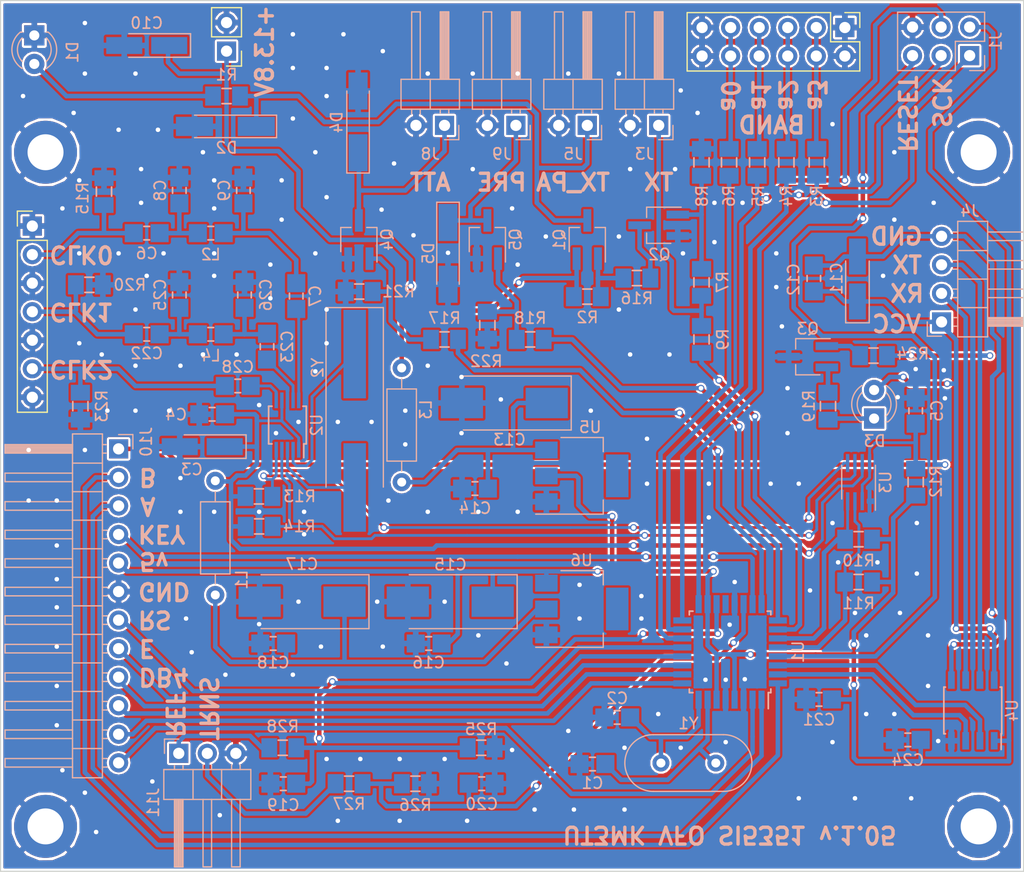
<source format=kicad_pcb>
(kicad_pcb (version 4) (host pcbnew 4.0.7-e2-6376~58~ubuntu14.04.1)
  (title_block (date 2017-12-27))
  (layers (0 F.Cu signal hide) (31 B.Cu signal hide) (34 B.Paste user) (35 F.Paste user) (36 B.SilkS user) (37 F.SilkS user hide) (38 B.Mask user) (39 F.Mask user) (44 Edge.Cuts user))
  (net 0 "")
  (net 1 GND)
  (net 2 "Net-(C1-Pad1)")
  (net 3 "Net-(C3-Pad1)")
  (net 4 "Net-(C11-Pad2)")
  (net 5 "Net-(C11-Pad1)")
  (net 6 "Net-(C13-Pad1)")
  (net 7 "Net-(C2-Pad1)")
  (net 8 "Net-(C5-Pad1)")
  (net 9 "Net-(C6-Pad2)")
  (net 10 "Net-(C6-Pad1)")
  (net 11 "Net-(C7-Pad2)")
  (net 12 +12V)
  (net 13 +5V)
  (net 14 +3V3)
  (net 15 "Net-(D1-Pad2)")
  (net 16 "Net-(D2-Pad1)")
  (net 17 /MISO)
  (net 18 /SCK)
  (net 19 /MOSI)
  (net 20 /RESET)
  (net 21 /A3)
  (net 22 /A2)
  (net 23 /A1)
  (net 24 /A0)
  (net 25 "Net-(J3-Pad1)")
  (net 26 "Net-(Q1-Pad1)")
  (net 27 "Net-(Q2-Pad1)")
  (net 28 "Net-(Q2-Pad3)")
  (net 29 "Net-(R6-Pad1)")
  (net 30 /TX)
  (net 31 /SDA5)
  (net 32 /SCL5)
  (net 33 /ATT)
  (net 34 /PREAMP)
  (net 35 "Net-(U1-Pad30)")
  (net 36 "Net-(U1-Pad31)")
  (net 37 "Net-(U2-Pad2)")
  (net 38 "Net-(U2-Pad3)")
  (net 39 /RS)
  (net 40 /E)
  (net 41 /DB4)
  (net 42 /DB5)
  (net 43 /DB6)
  (net 44 /DB7)
  (net 45 "Net-(C22-Pad1)")
  (net 46 "Net-(C22-Pad2)")
  (net 47 "Net-(C23-Pad2)")
  (net 48 "Net-(D3-Pad1)")
  (net 49 "Net-(Q3-Pad1)")
  (net 50 "Net-(Q3-Pad2)")
  (net 51 /RX)
  (net 52 /SDA4)
  (net 53 /SCL4)
  (net 54 "Net-(R9-Pad1)")
  (net 55 /KEYBOARD)
  (net 56 "Net-(C7-Pad1)")
  (net 57 "Net-(C23-Pad1)")
  (net 58 "Net-(C28-Pad2)")
  (net 59 "Net-(C28-Pad1)")
  (net 60 /ENCODER_B)
  (net 61 /ENCODER_A)
  (net 62 "Net-(D4-Pad1)")
  (net 63 "Net-(D5-Pad1)")
  (net 64 "Net-(Q4-Pad1)")
  (net 65 "Net-(Q5-Pad1)")
  (net 66 "Net-(J11-Pad1)")
  (net 67 "Net-(J11-Pad2)")
  (net 68 "Net-(C19-Pad2)")
  (net 69 "Net-(C20-Pad2)")
  (module TO_SOT_Packages_SMD:SOT-23W_Handsoldering (layer B.Cu) (at 102.87 64.77 90)
    (fp_text reference Q4 (at 0 2.5 90) (layer B.SilkS) (effects (justify mirror)))
    (fp_text value MMBT2222 hide)
    (pad 1 smd rect (at -1.7 0.95 90) (size 2 0.7) (layers B.Cu B.Paste B.Mask) (net 64 "Net-(Q4-Pad1)"))
    (pad 2 smd rect (at -1.7 -0.95 90) (size 2 0.7) (layers B.Cu B.Paste B.Mask) (net 1 GND))
    (pad 3 smd rect (at 1.7 0 90) (size 2 0.7) (layers B.Cu B.Paste B.Mask) (net 62 "Net-(D4-Pad1)"))
  )
  (module Crystals:Crystal_SMD_HC49-SD_HandSoldering (layer B.Cu) (at 102.5 80.9 270)
    (fp_text reference Y2 (at -4.7 3.3 270) (layer B.SilkS) (effects (justify mirror)))
    (fp_text value 25Mhz hide)
    (pad 1 smd rect (at -5.9375 0 270) (size 7.875 2) (layers B.Cu B.Paste B.Mask) (net 37 "Net-(U2-Pad2)"))
    (pad 2 smd rect (at 5.9375 0 270) (size 7.875 2) (layers B.Cu B.Paste B.Mask) (net 38 "Net-(U2-Pad3)"))
  )
  (module LCSDR:C_1206_0603 (layer B.Cu) (at 125.85 107.3 180)
    (fp_text reference C2 (at 0 1.7 180) (layer B.SilkS) (effects (justify mirror)))
    (fp_text value 22pF hide)
    (pad 2 smd rect (at 1.15 0 180) (size 1.6 1.6) (layers B.Cu B.Paste B.Mask) (net 1 GND))
    (pad 1 smd rect (at -1.15 0 180) (size 1.6 1.6) (layers B.Cu B.Paste B.Mask) (net 7 "Net-(C2-Pad1)"))
  )
  (module LCSDR:C_1206_0603 (layer B.Cu) (at 89.82 80.32 180)
    (fp_text reference C4 (at 3.21 -0.03 180) (layer B.SilkS) (effects (justify mirror)))
    (fp_text value 100nF hide)
    (pad 2 smd rect (at 1.15 0 180) (size 1.6 1.6) (layers B.Cu B.Paste B.Mask) (net 1 GND))
    (pad 1 smd rect (at -1.15 0 180) (size 1.6 1.6) (layers B.Cu B.Paste B.Mask) (net 3 "Net-(C3-Pad1)"))
  )
  (module LCSDR:C_1206_0603 (layer B.Cu) (at 84 64.2)
    (fp_text reference C6 (at 0 1.8) (layer B.SilkS) (effects (justify mirror)))
    (fp_text value 100nF hide)
    (pad 2 smd rect (at 1.15 0) (size 1.6 1.6) (layers B.Cu B.Paste B.Mask) (net 9 "Net-(C6-Pad2)"))
    (pad 1 smd rect (at -1.15 0) (size 1.6 1.6) (layers B.Cu B.Paste B.Mask) (net 10 "Net-(C6-Pad1)"))
  )
  (module LCSDR:C_1206_0603 (layer B.Cu) (at 97.3 69.8 270)
    (fp_text reference C7 (at 0 -1.7 270) (layer B.SilkS) (effects (justify mirror)))
    (fp_text value 10nF hide)
    (pad 2 smd rect (at 1.15 0 270) (size 1.6 1.6) (layers B.Cu B.Paste B.Mask) (net 11 "Net-(C7-Pad2)"))
    (pad 1 smd rect (at -1.15 0 270) (size 1.6 1.6) (layers B.Cu B.Paste B.Mask) (net 56 "Net-(C7-Pad1)"))
  )
  (module LCSDR:R_1206_0603 (layer B.Cu) (at 91.1 52 180)
    (fp_text reference R1 (at 0 1.9 180) (layer B.SilkS) (effects (justify mirror)))
    (fp_text value 1k hide)
    (pad 1 smd rect (at -1.2 0 90) (size 1.7 1.4) (layers B.Cu B.Paste B.Mask) (net 16 "Net-(D2-Pad1)"))
    (pad 2 smd rect (at 1.2 0 180) (size 1.4 1.7) (layers B.Cu B.Paste B.Mask) (net 15 "Net-(D1-Pad2)"))
  )
  (module LCSDR:R_1206_0603 (layer B.Cu) (at 123.19 69.85 180)
    (fp_text reference R2 (at -0.01 -1.85 180) (layer B.SilkS) (effects (justify mirror)))
    (fp_text value 22k hide)
    (pad 1 smd rect (at -1.2 0 90) (size 1.7 1.4) (layers B.Cu B.Paste B.Mask) (net 26 "Net-(Q1-Pad1)"))
    (pad 2 smd rect (at 1.2 0 180) (size 1.4 1.7) (layers B.Cu B.Paste B.Mask) (net 12 +12V))
  )
  (module LCSDR:R_1206_0603 (layer B.Cu) (at 143.6 57.9 270)
    (fp_text reference R3 (at 3 0 270) (layer B.SilkS) (effects (justify mirror)))
    (fp_text value 100R hide)
    (pad 1 smd rect (at -1.2 0 180) (size 1.7 1.4) (layers B.Cu B.Paste B.Mask) (net 21 /A3))
    (pad 2 smd rect (at 1.2 0 270) (size 1.4 1.7) (layers B.Cu B.Paste B.Mask) (net 18 /SCK))
  )
  (module LCSDR:R_1206_0603 (layer B.Cu) (at 140.9 57.9 270)
    (fp_text reference R4 (at 3 0 270) (layer B.SilkS) (effects (justify mirror)))
    (fp_text value 100R hide)
    (pad 1 smd rect (at -1.2 0 180) (size 1.7 1.4) (layers B.Cu B.Paste B.Mask) (net 22 /A2))
    (pad 2 smd rect (at 1.2 0 270) (size 1.4 1.7) (layers B.Cu B.Paste B.Mask) (net 17 /MISO))
  )
  (module LCSDR:R_1206_0603 (layer B.Cu) (at 138.3 57.9 270)
    (fp_text reference R5 (at 3 -0.1 270) (layer B.SilkS) (effects (justify mirror)))
    (fp_text value 100R hide)
    (pad 1 smd rect (at -1.2 0 180) (size 1.7 1.4) (layers B.Cu B.Paste B.Mask) (net 23 /A1))
    (pad 2 smd rect (at 1.2 0 270) (size 1.4 1.7) (layers B.Cu B.Paste B.Mask) (net 19 /MOSI))
  )
  (module LCSDR:R_1206_0603 (layer B.Cu) (at 135.8 57.9 90)
    (fp_text reference R6 (at -3 0 90) (layer B.SilkS) (effects (justify mirror)))
    (fp_text value 100R hide)
    (pad 1 smd rect (at -1.2 0) (size 1.7 1.4) (layers B.Cu B.Paste B.Mask) (net 29 "Net-(R6-Pad1)"))
    (pad 2 smd rect (at 1.2 0 90) (size 1.4 1.7) (layers B.Cu B.Paste B.Mask) (net 24 /A0))
  )
  (module LCSDR:R_1206_0603 (layer B.Cu) (at 133.35 68.58 90)
    (fp_text reference R7 (at 0.03 1.875 90) (layer B.SilkS) (effects (justify mirror)))
    (fp_text value 1k hide)
    (pad 1 smd rect (at -1.2 0) (size 1.7 1.4) (layers B.Cu B.Paste B.Mask) (net 25 "Net-(J3-Pad1)"))
    (pad 2 smd rect (at 1.2 0 90) (size 1.4 1.7) (layers B.Cu B.Paste B.Mask) (net 27 "Net-(Q2-Pad1)"))
  )
  (module LCSDR:C_1206_0603 (layer B.Cu) (at 123.65 111.45 180)
    (fp_text reference C1 (at 0 -1.7 180) (layer B.SilkS) (effects (justify mirror)))
    (fp_text value 22pF hide)
    (pad 2 smd rect (at 1.15 0 180) (size 1.6 1.6) (layers B.Cu B.Paste B.Mask) (net 1 GND))
    (pad 1 smd rect (at -1.15 0 180) (size 1.6 1.6) (layers B.Cu B.Paste B.Mask) (net 2 "Net-(C1-Pad1)"))
  )
  (module LCSDR:C_1206_0603 (layer B.Cu) (at 152.4 80.01 90)
    (fp_text reference C5 (at 0 1.9 90) (layer B.SilkS) (effects (justify mirror)))
    (fp_text value 100nF hide)
    (pad 2 smd rect (at 1.15 0 90) (size 1.6 1.6) (layers B.Cu B.Paste B.Mask) (net 1 GND))
    (pad 1 smd rect (at -1.15 0 90) (size 1.6 1.6) (layers B.Cu B.Paste B.Mask) (net 8 "Net-(C5-Pad1)"))
  )
  (module LCSDR:C_1206_0603 (layer B.Cu) (at 86.9 60.4 90)
    (fp_text reference C8 (at 0 -1.7 90) (layer B.SilkS) (effects (justify mirror)))
    (fp_text value 22pF hide)
    (pad 2 smd rect (at 1.15 0 90) (size 1.6 1.6) (layers B.Cu B.Paste B.Mask) (net 1 GND))
    (pad 1 smd rect (at -1.15 0 90) (size 1.6 1.6) (layers B.Cu B.Paste B.Mask) (net 9 "Net-(C6-Pad2)"))
  )
  (module LCSDR:C_1206_0603 (layer B.Cu) (at 92.6 60.4 90)
    (fp_text reference C9 (at 0 -1.7 90) (layer B.SilkS) (effects (justify mirror)))
    (fp_text value 22pF hide)
    (pad 2 smd rect (at 1.15 0 90) (size 1.6 1.6) (layers B.Cu B.Paste B.Mask) (net 1 GND))
    (pad 1 smd rect (at -1.15 0 90) (size 1.6 1.6) (layers B.Cu B.Paste B.Mask) (net 56 "Net-(C7-Pad1)"))
  )
  (module LCSDR:C_1206_0603 (layer B.Cu) (at 143.34 68.23 90)
    (fp_text reference C12 (at -0.1 -1.8 90) (layer B.SilkS) (effects (justify mirror)))
    (fp_text value 100nF hide)
    (pad 2 smd rect (at 1.15 0 90) (size 1.6 1.6) (layers B.Cu B.Paste B.Mask) (net 4 "Net-(C11-Pad2)"))
    (pad 1 smd rect (at -1.15 0 90) (size 1.6 1.6) (layers B.Cu B.Paste B.Mask) (net 5 "Net-(C11-Pad1)"))
  )
  (module LEDs:LED_D3.0mm (layer B.Cu) (at 74 46.6 270)
    (fp_text reference D1 (at 1.5 -3.4 270) (layer B.SilkS) (effects (justify mirror)))
    (fp_text value LED hide)
    (pad 1 thru_hole rect (at 0 0 270) (size 1.8 1.8) (drill 0.9) (layers *.Cu *.Mask) (net 1 GND))
    (pad 2 thru_hole circle (at 2.54 0 270) (size 1.8 1.8) (drill 0.9) (layers *.Cu *.Mask) (net 15 "Net-(D1-Pad2)"))
  )
  (module Diodes_SMD:D_MiniMELF_Handsoldering (layer B.Cu) (at 91 54.7 180)
    (fp_text reference D2 (at -0.1 -1.9 180) (layer B.SilkS) (effects (justify mirror)))
    (fp_text value 4148 hide)
    (pad 1 smd rect (at -2.75 0 180) (size 3.3 1.7) (layers B.Cu B.Paste B.Mask) (net 16 "Net-(D2-Pad1)"))
    (pad 2 smd rect (at 2.75 0 180) (size 3.3 1.7) (layers B.Cu B.Paste B.Mask) (net 1 GND))
  )
  (module Pin_Headers:Pin_Header_Straight_2x03_Pitch2.54mm (layer B.Cu) (at 157.2 48.4 90)
    (fp_text reference J1 (at 1.27 2.33 90) (layer B.SilkS) (effects (justify mirror)))
    (fp_text value SPI hide)
    (pad 1 thru_hole rect (at 0 0 90) (size 1.7 1.7) (drill 1) (layers *.Cu *.Mask) (net 17 /MISO))
    (pad 2 thru_hole oval (at 2.54 0 90) (size 1.7 1.7) (drill 1) (layers *.Cu *.Mask) (net 13 +5V))
    (pad 3 thru_hole oval (at 0 -2.54 90) (size 1.7 1.7) (drill 1) (layers *.Cu *.Mask) (net 18 /SCK))
    (pad 4 thru_hole oval (at 2.54 -2.54 90) (size 1.7 1.7) (drill 1) (layers *.Cu *.Mask) (net 19 /MOSI))
    (pad 5 thru_hole oval (at 0 -5.08 90) (size 1.7 1.7) (drill 1) (layers *.Cu *.Mask) (net 20 /RESET))
    (pad 6 thru_hole oval (at 2.54 -5.08 90) (size 1.7 1.7) (drill 1) (layers *.Cu *.Mask) (net 1 GND))
  )
  (module Pin_Headers:Pin_Header_Straight_2x06_Pitch2.54mm (layer F.Cu) (at 146.1 45.9 270)
    (fp_text reference J2 hide)
    (fp_text value BAND hide)
    (pad 1 thru_hole rect (at 0 0 270) (size 1.7 1.7) (drill 1) (layers *.Cu *.Mask) (net 1 GND))
    (pad 2 thru_hole oval (at 2.54 0 270) (size 1.7 1.7) (drill 1) (layers *.Cu *.Mask) (net 1 GND))
    (pad 3 thru_hole oval (at 0 2.54 270) (size 1.7 1.7) (drill 1) (layers *.Cu *.Mask) (net 21 /A3))
    (pad 4 thru_hole oval (at 2.54 2.54 270) (size 1.7 1.7) (drill 1) (layers *.Cu *.Mask) (net 21 /A3))
    (pad 5 thru_hole oval (at 0 5.08 270) (size 1.7 1.7) (drill 1) (layers *.Cu *.Mask) (net 22 /A2))
    (pad 6 thru_hole oval (at 2.54 5.08 270) (size 1.7 1.7) (drill 1) (layers *.Cu *.Mask) (net 22 /A2))
    (pad 7 thru_hole oval (at 0 7.62 270) (size 1.7 1.7) (drill 1) (layers *.Cu *.Mask) (net 23 /A1))
    (pad 8 thru_hole oval (at 2.54 7.62 270) (size 1.7 1.7) (drill 1) (layers *.Cu *.Mask) (net 23 /A1))
    (pad 9 thru_hole oval (at 0 10.16 270) (size 1.7 1.7) (drill 1) (layers *.Cu *.Mask) (net 24 /A0))
    (pad 10 thru_hole oval (at 2.54 10.16 270) (size 1.7 1.7) (drill 1) (layers *.Cu *.Mask) (net 24 /A0))
    (pad 11 thru_hole oval (at 0 12.7 270) (size 1.7 1.7) (drill 1) (layers *.Cu *.Mask) (net 1 GND))
    (pad 12 thru_hole oval (at 2.54 12.7 270) (size 1.7 1.7) (drill 1) (layers *.Cu *.Mask) (net 1 GND))
  )
  (module Pin_Headers:Pin_Header_Angled_1x04_Pitch2.54mm (layer B.Cu) (at 154.7 72.1)
    (fp_text reference J4 (at 2.526 -9.87) (layer B.SilkS) (effects (justify mirror)))
    (fp_text value UART hide)
    (pad 1 thru_hole rect (at 0 0) (size 1.7 1.7) (drill 1) (layers *.Cu *.Mask) (net 5 "Net-(C11-Pad1)"))
    (pad 2 thru_hole oval (at 0 -2.54) (size 1.7 1.7) (drill 1) (layers *.Cu *.Mask) (net 51 /RX))
    (pad 3 thru_hole oval (at 0 -5.08) (size 1.7 1.7) (drill 1) (layers *.Cu *.Mask) (net 30 /TX))
    (pad 4 thru_hole oval (at 0 -7.62) (size 1.7 1.7) (drill 1) (layers *.Cu *.Mask) (net 4 "Net-(C11-Pad2)"))
  )
  (module Pin_Headers:Pin_Header_Straight_1x02_Pitch2.54mm (layer F.Cu) (at 91.1 48 180)
    (fp_text reference J6 hide)
    (fp_text value 12v hide)
    (pad 1 thru_hole rect (at 0 0 180) (size 1.7 1.7) (drill 1) (layers *.Cu *.Mask) (net 12 +12V))
    (pad 2 thru_hole oval (at 0 2.54 180) (size 1.7 1.7) (drill 1) (layers *.Cu *.Mask) (net 1 GND))
  )
  (module TO_SOT_Packages_SMD:SOT-23W_Handsoldering (layer B.Cu) (at 123.19 64.77 90)
    (fp_text reference Q1 (at -0.03 -2.49 90) (layer B.SilkS) (effects (justify mirror)))
    (fp_text value MMBT2907 hide)
    (pad 1 smd rect (at -1.7 0.95 90) (size 2 0.7) (layers B.Cu B.Paste B.Mask) (net 26 "Net-(Q1-Pad1)"))
    (pad 2 smd rect (at -1.7 -0.95 90) (size 2 0.7) (layers B.Cu B.Paste B.Mask) (net 12 +12V))
    (pad 3 smd rect (at 1.7 0 90) (size 2 0.7) (layers B.Cu B.Paste B.Mask) (net 16 "Net-(D2-Pad1)"))
  )
  (module TO_SOT_Packages_SMD:SOT-23W_Handsoldering (layer B.Cu) (at 129.54 63.5 180)
    (fp_text reference Q2 (at -0.06 -2.6 180) (layer B.SilkS) (effects (justify mirror)))
    (fp_text value MMBT2222 hide)
    (pad 1 smd rect (at -1.7 0.95 180) (size 2 0.7) (layers B.Cu B.Paste B.Mask) (net 27 "Net-(Q2-Pad1)"))
    (pad 2 smd rect (at -1.7 -0.95 180) (size 2 0.7) (layers B.Cu B.Paste B.Mask) (net 1 GND))
    (pad 3 smd rect (at 1.7 0 180) (size 2 0.7) (layers B.Cu B.Paste B.Mask) (net 28 "Net-(Q2-Pad3)"))
  )
  (module LCSDR:R_1206_0603 (layer B.Cu) (at 133.35 57.9 90)
    (fp_text reference R8 (at -3 0.05 90) (layer B.SilkS) (effects (justify mirror)))
    (fp_text value 22k hide)
    (pad 1 smd rect (at -1.2 0) (size 1.7 1.4) (layers B.Cu B.Paste B.Mask) (net 27 "Net-(Q2-Pad1)"))
    (pad 2 smd rect (at 1.2 0 90) (size 1.4 1.7) (layers B.Cu B.Paste B.Mask) (net 1 GND))
  )
  (module LCSDR:R_1206_0603 (layer B.Cu) (at 133.35 73.66 90)
    (fp_text reference R9 (at 0 1.9 90) (layer B.SilkS) (effects (justify mirror)))
    (fp_text value 30R hide)
    (pad 1 smd rect (at -1.2 0) (size 1.7 1.4) (layers B.Cu B.Paste B.Mask) (net 54 "Net-(R9-Pad1)"))
    (pad 2 smd rect (at 1.2 0 90) (size 1.4 1.7) (layers B.Cu B.Paste B.Mask) (net 25 "Net-(J3-Pad1)"))
  )
  (module LCSDR:R_1206_0603 (layer B.Cu) (at 147.32 91.44)
    (fp_text reference R10 (at 0 1.9) (layer B.SilkS) (effects (justify mirror)))
    (fp_text value 4.7k)
    (pad 1 smd rect (at -1.2 0 270) (size 1.7 1.4) (layers B.Cu B.Paste B.Mask) (net 31 /SDA5))
    (pad 2 smd rect (at 1.2 0) (size 1.4 1.7) (layers B.Cu B.Paste B.Mask) (net 13 +5V))
  )
  (module LCSDR:R_1206_0603 (layer B.Cu) (at 147.32 95.25)
    (fp_text reference R11 (at 0 1.9) (layer B.SilkS) (effects (justify mirror)))
    (fp_text value 4.7k hide)
    (pad 1 smd rect (at -1.2 0 270) (size 1.7 1.4) (layers B.Cu B.Paste B.Mask) (net 32 /SCL5))
    (pad 2 smd rect (at 1.2 0) (size 1.4 1.7) (layers B.Cu B.Paste B.Mask) (net 13 +5V))
  )
  (module LCSDR:R_1206_0603 (layer B.Cu) (at 152.4 86.36 90)
    (fp_text reference R12 (at 0.06 1.8 90) (layer B.SilkS) (effects (justify mirror)))
    (fp_text value 200k hide)
    (pad 1 smd rect (at -1.2 0) (size 1.7 1.4) (layers B.Cu B.Paste B.Mask) (net 13 +5V))
    (pad 2 smd rect (at 1.2 0 90) (size 1.4 1.7) (layers B.Cu B.Paste B.Mask) (net 8 "Net-(C5-Pad1)"))
  )
  (module LCSDR:R_1206_0603 (layer B.Cu) (at 93.98 87.63)
    (fp_text reference R13 (at 3.62 -0.005) (layer B.SilkS) (effects (justify mirror)))
    (fp_text value 2.2k hide)
    (pad 1 smd rect (at -1.2 0 270) (size 1.7 1.4) (layers B.Cu B.Paste B.Mask) (net 3 "Net-(C3-Pad1)"))
    (pad 2 smd rect (at 1.2 0) (size 1.4 1.7) (layers B.Cu B.Paste B.Mask) (net 52 /SDA4))
  )
  (module LCSDR:R_1206_0603 (layer B.Cu) (at 94 90.3)
    (fp_text reference R14 (at 3.575 0) (layer B.SilkS) (effects (justify mirror)))
    (fp_text value 2.2k hide)
    (pad 1 smd rect (at -1.2 0 270) (size 1.7 1.4) (layers B.Cu B.Paste B.Mask) (net 3 "Net-(C3-Pad1)"))
    (pad 2 smd rect (at 1.2 0) (size 1.4 1.7) (layers B.Cu B.Paste B.Mask) (net 53 /SCL4))
  )
  (module LCSDR:R_1206_0603 (layer B.Cu) (at 80.2 60.5 90)
    (fp_text reference R15 (at -0.6 -1.9 90) (layer B.SilkS) (effects (justify mirror)))
    (fp_text value 51R hide)
    (pad 1 smd rect (at -1.2 0) (size 1.7 1.4) (layers B.Cu B.Paste B.Mask) (net 10 "Net-(C6-Pad1)"))
    (pad 2 smd rect (at 1.2 0 90) (size 1.4 1.7) (layers B.Cu B.Paste B.Mask) (net 1 GND))
  )
  (module LCSDR:R_1206_0603 (layer B.Cu) (at 127.6 68.2 180)
    (fp_text reference R16 (at 0 -1.8 180) (layer B.SilkS) (effects (justify mirror)))
    (fp_text value 1k hide)
    (pad 1 smd rect (at -1.2 0 90) (size 1.7 1.4) (layers B.Cu B.Paste B.Mask) (net 28 "Net-(Q2-Pad3)"))
    (pad 2 smd rect (at 1.2 0 180) (size 1.4 1.7) (layers B.Cu B.Paste B.Mask) (net 26 "Net-(Q1-Pad1)"))
  )
  (module LCSDR:R_1206_0603 (layer B.Cu) (at 110.49 73.66 180)
    (fp_text reference R17 (at 0 1.9 180) (layer B.SilkS) (effects (justify mirror)))
    (fp_text value 1k hide)
    (pad 1 smd rect (at -1.2 0 90) (size 1.7 1.4) (layers B.Cu B.Paste B.Mask) (net 33 /ATT))
    (pad 2 smd rect (at 1.2 0 180) (size 1.4 1.7) (layers B.Cu B.Paste B.Mask) (net 64 "Net-(Q4-Pad1)"))
  )
  (module LCSDR:R_1206_0603 (layer B.Cu) (at 118.11 73.66 180)
    (fp_text reference R18 (at 0 1.9 180) (layer B.SilkS) (effects (justify mirror)))
    (fp_text value 1k hide)
    (pad 1 smd rect (at -1.2 0 90) (size 1.7 1.4) (layers B.Cu B.Paste B.Mask) (net 34 /PREAMP))
    (pad 2 smd rect (at 1.2 0 180) (size 1.4 1.7) (layers B.Cu B.Paste B.Mask) (net 65 "Net-(Q5-Pad1)"))
  )
  (module LCSDR:R_1206_0603 (layer B.Cu) (at 78.9 68.8)
    (fp_text reference R20 (at 3.6 0) (layer B.SilkS) (effects (justify mirror)))
    (fp_text value 51R hide)
    (pad 1 smd rect (at -1.2 0 270) (size 1.7 1.4) (layers B.Cu B.Paste B.Mask) (net 45 "Net-(C22-Pad1)"))
    (pad 2 smd rect (at 1.2 0) (size 1.4 1.7) (layers B.Cu B.Paste B.Mask) (net 1 GND))
  )
  (module Housings_QFP:TQFP-32_7x7mm_Pitch0.8mm (layer B.Cu) (at 135.89 101.47 90)
    (fp_text reference U1 (at 0 6.05 90) (layer B.SilkS) (effects (justify mirror)))
    (fp_text value ATMEGA328P-AU hide)
    (pad 1 smd rect (at -4.25 2.8 90) (size 1.6 0.55) (layers B.Cu B.Paste B.Mask) (net 61 /ENCODER_A))
    (pad 2 smd rect (at -4.25 2 90) (size 1.6 0.55) (layers B.Cu B.Paste B.Mask) (net 44 /DB7))
    (pad 3 smd rect (at -4.25 1.2 90) (size 1.6 0.55) (layers B.Cu B.Paste B.Mask) (net 1 GND))
    (pad 4 smd rect (at -4.25 0.4 90) (size 1.6 0.55) (layers B.Cu B.Paste B.Mask) (net 13 +5V))
    (pad 5 smd rect (at -4.25 -0.4 90) (size 1.6 0.55) (layers B.Cu B.Paste B.Mask) (net 1 GND))
    (pad 6 smd rect (at -4.25 -1.2 90) (size 1.6 0.55) (layers B.Cu B.Paste B.Mask) (net 13 +5V))
    (pad 7 smd rect (at -4.25 -2 90) (size 1.6 0.55) (layers B.Cu B.Paste B.Mask) (net 2 "Net-(C1-Pad1)"))
    (pad 8 smd rect (at -4.25 -2.8 90) (size 1.6 0.55) (layers B.Cu B.Paste B.Mask) (net 7 "Net-(C2-Pad1)"))
    (pad 9 smd rect (at -2.8 -4.25) (size 1.6 0.55) (layers B.Cu B.Paste B.Mask) (net 43 /DB6))
    (pad 10 smd rect (at -2 -4.25) (size 1.6 0.55) (layers B.Cu B.Paste B.Mask) (net 42 /DB5))
    (pad 11 smd rect (at -1.2 -4.25) (size 1.6 0.55) (layers B.Cu B.Paste B.Mask) (net 41 /DB4))
    (pad 12 smd rect (at -0.4 -4.25) (size 1.6 0.55) (layers B.Cu B.Paste B.Mask) (net 40 /E))
    (pad 13 smd rect (at 0.4 -4.25) (size 1.6 0.55) (layers B.Cu B.Paste B.Mask) (net 39 /RS))
    (pad 14 smd rect (at 1.2 -4.25) (size 1.6 0.55) (layers B.Cu B.Paste B.Mask) (net 29 "Net-(R6-Pad1)"))
    (pad 15 smd rect (at 2 -4.25) (size 1.6 0.55) (layers B.Cu B.Paste B.Mask) (net 19 /MOSI))
    (pad 16 smd rect (at 2.8 -4.25) (size 1.6 0.55) (layers B.Cu B.Paste B.Mask) (net 17 /MISO))
    (pad 17 smd rect (at 4.25 -2.8 90) (size 1.6 0.55) (layers B.Cu B.Paste B.Mask) (net 18 /SCK))
    (pad 18 smd rect (at 4.25 -2 90) (size 1.6 0.55) (layers B.Cu B.Paste B.Mask) (net 13 +5V))
    (pad 19 smd rect (at 4.25 -1.2 90) (size 1.6 0.55) (layers B.Cu B.Paste B.Mask) (net 68 "Net-(C19-Pad2)"))
    (pad 20 smd rect (at 4.25 -0.4 90) (size 1.6 0.55) (layers B.Cu B.Paste B.Mask))
    (pad 21 smd rect (at 4.25 0.4 90) (size 1.6 0.55) (layers B.Cu B.Paste B.Mask) (net 1 GND))
    (pad 22 smd rect (at 4.25 1.2 90) (size 1.6 0.55) (layers B.Cu B.Paste B.Mask) (net 69 "Net-(C20-Pad2)"))
    (pad 23 smd rect (at 4.25 2 90) (size 1.6 0.55) (layers B.Cu B.Paste B.Mask) (net 55 /KEYBOARD))
    (pad 24 smd rect (at 4.25 2.8 90) (size 1.6 0.55) (layers B.Cu B.Paste B.Mask) (net 33 /ATT))
    (pad 25 smd rect (at 2.8 4.25) (size 1.6 0.55) (layers B.Cu B.Paste B.Mask) (net 34 /PREAMP))
    (pad 26 smd rect (at 2 4.25) (size 1.6 0.55) (layers B.Cu B.Paste B.Mask) (net 54 "Net-(R9-Pad1)"))
    (pad 27 smd rect (at 1.2 4.25) (size 1.6 0.55) (layers B.Cu B.Paste B.Mask) (net 31 /SDA5))
    (pad 28 smd rect (at 0.4 4.25) (size 1.6 0.55) (layers B.Cu B.Paste B.Mask) (net 32 /SCL5))
    (pad 29 smd rect (at -0.4 4.25) (size 1.6 0.55) (layers B.Cu B.Paste B.Mask) (net 20 /RESET))
    (pad 30 smd rect (at -1.2 4.25) (size 1.6 0.55) (layers B.Cu B.Paste B.Mask) (net 35 "Net-(U1-Pad30)"))
    (pad 31 smd rect (at -2 4.25) (size 1.6 0.55) (layers B.Cu B.Paste B.Mask) (net 36 "Net-(U1-Pad31)"))
    (pad 32 smd rect (at -2.8 4.25) (size 1.6 0.55) (layers B.Cu B.Paste B.Mask) (net 60 /ENCODER_B))
  )
  (module Housings_SSOP:MSOP-10_3x3mm_Pitch0.5mm (layer B.Cu) (at 96.52 81.28 90)
    (fp_text reference U2 (at 0 2.6 90) (layer B.SilkS) (effects (justify mirror)))
    (fp_text value Si5351 hide)
    (pad 1 smd rect (at -2.2 1 90) (size 1.4 0.3) (layers B.Cu B.Paste B.Mask) (net 3 "Net-(C3-Pad1)"))
    (pad 2 smd rect (at -2.2 0.5 90) (size 1.4 0.3) (layers B.Cu B.Paste B.Mask) (net 37 "Net-(U2-Pad2)"))
    (pad 3 smd rect (at -2.2 0 90) (size 1.4 0.3) (layers B.Cu B.Paste B.Mask) (net 38 "Net-(U2-Pad3)"))
    (pad 4 smd rect (at -2.2 -0.5 90) (size 1.4 0.3) (layers B.Cu B.Paste B.Mask) (net 53 /SCL4))
    (pad 5 smd rect (at -2.2 -1 90) (size 1.4 0.3) (layers B.Cu B.Paste B.Mask) (net 52 /SDA4))
    (pad 6 smd rect (at 2.2 -1 90) (size 1.4 0.3) (layers B.Cu B.Paste B.Mask) (net 58 "Net-(C28-Pad2)"))
    (pad 7 smd rect (at 2.2 -0.5 90) (size 1.4 0.3) (layers B.Cu B.Paste B.Mask) (net 3 "Net-(C3-Pad1)"))
    (pad 8 smd rect (at 2.2 0 90) (size 1.4 0.3) (layers B.Cu B.Paste B.Mask) (net 1 GND))
    (pad 9 smd rect (at 2.2 0.5 90) (size 1.4 0.3) (layers B.Cu B.Paste B.Mask) (net 47 "Net-(C23-Pad2)"))
    (pad 10 smd rect (at 2.2 1 90) (size 1.4 0.3) (layers B.Cu B.Paste B.Mask) (net 11 "Net-(C7-Pad2)"))
  )
  (module Housings_SSOP:SSOP-8_2.95x2.8mm_Pitch0.65mm (layer B.Cu) (at 147.32 86.36 90)
    (fp_text reference U3 (at 0 2.4 90) (layer B.SilkS) (effects (justify mirror)))
    (fp_text value PCA9306 hide)
    (pad 1 smd rect (at -1.7 0.975 180) (size 0.3 1.6) (layers B.Cu B.Paste B.Mask) (net 1 GND))
    (pad 2 smd rect (at -1.7 0.325 180) (size 0.3 1.6) (layers B.Cu B.Paste B.Mask) (net 8 "Net-(C5-Pad1)"))
    (pad 3 smd rect (at -1.7 -0.325 180) (size 0.3 1.6) (layers B.Cu B.Paste B.Mask) (net 32 /SCL5))
    (pad 4 smd rect (at -1.7 -0.975 180) (size 0.3 1.6) (layers B.Cu B.Paste B.Mask) (net 31 /SDA5))
    (pad 5 smd rect (at 1.7 -0.975 180) (size 0.3 1.6) (layers B.Cu B.Paste B.Mask) (net 52 /SDA4))
    (pad 6 smd rect (at 1.7 -0.325 180) (size 0.3 1.6) (layers B.Cu B.Paste B.Mask) (net 53 /SCL4))
    (pad 7 smd rect (at 1.7 0.325 180) (size 0.3 1.6) (layers B.Cu B.Paste B.Mask) (net 3 "Net-(C3-Pad1)"))
    (pad 8 smd rect (at 1.7 0.975 180) (size 0.3 1.6) (layers B.Cu B.Paste B.Mask) (net 8 "Net-(C5-Pad1)"))
  )
  (module Housings_SOIC:SOIC-8_3.9x4.9mm_Pitch1.27mm (layer B.Cu) (at 157.48 106.68 90)
    (fp_text reference U4 (at 0 3.5 90) (layer B.SilkS) (effects (justify mirror)))
    (fp_text value ADuM1201BR hide)
    (pad 1 smd rect (at -2.7 1.905 90) (size 1.55 0.6) (layers B.Cu B.Paste B.Mask) (net 13 +5V))
    (pad 2 smd rect (at -2.7 0.635 90) (size 1.55 0.6) (layers B.Cu B.Paste B.Mask) (net 35 "Net-(U1-Pad30)"))
    (pad 3 smd rect (at -2.7 -0.635 90) (size 1.55 0.6) (layers B.Cu B.Paste B.Mask) (net 36 "Net-(U1-Pad31)"))
    (pad 4 smd rect (at -2.7 -1.905 90) (size 1.55 0.6) (layers B.Cu B.Paste B.Mask) (net 1 GND))
    (pad 5 smd rect (at 2.7 -1.905 90) (size 1.55 0.6) (layers B.Cu B.Paste B.Mask) (net 4 "Net-(C11-Pad2)"))
    (pad 6 smd rect (at 2.7 -0.635 90) (size 1.55 0.6) (layers B.Cu B.Paste B.Mask) (net 51 /RX))
    (pad 7 smd rect (at 2.7 0.635 90) (size 1.55 0.6) (layers B.Cu B.Paste B.Mask) (net 30 /TX))
    (pad 8 smd rect (at 2.7 1.905 90) (size 1.55 0.6) (layers B.Cu B.Paste B.Mask) (net 5 "Net-(C11-Pad1)"))
  )
  (module TO_SOT_Packages_SMD:SOT-223 (layer B.Cu) (at 122.7 85.8)
    (fp_text reference U5 (at 0.75 -4.33) (layer B.SilkS) (effects (justify mirror)))
    (fp_text value LD1117S50TR hide)
    (pad 4 smd rect (at 3.15 0) (size 2 3.8) (layers B.Cu B.Paste B.Mask))
    (pad 2 smd rect (at -3.15 0) (size 2 1.5) (layers B.Cu B.Paste B.Mask) (net 13 +5V))
    (pad 3 smd rect (at -3.15 -2.3) (size 2 1.5) (layers B.Cu B.Paste B.Mask) (net 6 "Net-(C13-Pad1)"))
    (pad 1 smd rect (at -3.15 2.3) (size 2 1.5) (layers B.Cu B.Paste B.Mask) (net 1 GND))
  )
  (module TO_SOT_Packages_SMD:SOT-223 (layer B.Cu) (at 122.7 97.65)
    (fp_text reference U6 (at -0.02 -4.34) (layer B.SilkS) (effects (justify mirror)))
    (fp_text value LD1117S33TR hide)
    (pad 4 smd rect (at 3.15 0) (size 2 3.8) (layers B.Cu B.Paste B.Mask))
    (pad 2 smd rect (at -3.15 0) (size 2 1.5) (layers B.Cu B.Paste B.Mask) (net 14 +3V3))
    (pad 3 smd rect (at -3.15 -2.3) (size 2 1.5) (layers B.Cu B.Paste B.Mask) (net 13 +5V))
    (pad 1 smd rect (at -3.15 2.3) (size 2 1.5) (layers B.Cu B.Paste B.Mask) (net 1 GND))
  )
  (module Crystals:Crystal_HC49-U_Vertical (layer B.Cu) (at 134.62 111.36 180)
    (fp_text reference Y1 (at 2.44 3.525 180) (layer B.SilkS) (effects (justify mirror)))
    (fp_text value 16Mhz hide)
    (pad 1 thru_hole circle (at 0 0 180) (size 1.5 1.5) (drill 0.8) (layers *.Cu *.Mask) (net 2 "Net-(C1-Pad1)"))
    (pad 2 thru_hole circle (at 4.88 0 180) (size 1.5 1.5) (drill 0.8) (layers *.Cu *.Mask) (net 7 "Net-(C2-Pad1)"))
  )
  (module LCSDR:C_1206_0603 (layer B.Cu) (at 95.25 100.72 180)
    (fp_text reference C18 (at 0 -1.7 180) (layer B.SilkS) (effects (justify mirror)))
    (fp_text value 100nF hide)
    (pad 2 smd rect (at 1.15 0 180) (size 1.6 1.6) (layers B.Cu B.Paste B.Mask) (net 1 GND))
    (pad 1 smd rect (at -1.15 0 180) (size 1.6 1.6) (layers B.Cu B.Paste B.Mask) (net 14 +3V3))
  )
  (module Pin_Headers:Pin_Header_Angled_1x02_Pitch2.54mm (layer B.Cu) (at 129.54 54.61 90)
    (fp_text reference J3 (at -2.54 -1.27 180) (layer B.SilkS) (effects (justify mirror)))
    (fp_text value OUT-TX hide)
    (pad 1 thru_hole rect (at 0 0 90) (size 1.7 1.7) (drill 1) (layers *.Cu *.Mask) (net 25 "Net-(J3-Pad1)"))
    (pad 2 thru_hole oval (at 0 -2.54 90) (size 1.7 1.7) (drill 1) (layers *.Cu *.Mask) (net 1 GND))
  )
  (module Pin_Headers:Pin_Header_Angled_1x02_Pitch2.54mm (layer B.Cu) (at 123.19 54.61 90)
    (fp_text reference J5 (at -2.54 -1.27 180) (layer B.SilkS) (effects (justify mirror)))
    (fp_text value PA hide)
    (pad 1 thru_hole rect (at 0 0 90) (size 1.7 1.7) (drill 1) (layers *.Cu *.Mask) (net 16 "Net-(D2-Pad1)"))
    (pad 2 thru_hole oval (at 0 -2.54 90) (size 1.7 1.7) (drill 1) (layers *.Cu *.Mask) (net 1 GND))
  )
  (module Pin_Headers:Pin_Header_Angled_1x02_Pitch2.54mm (layer B.Cu) (at 110.49 54.61 90)
    (fp_text reference J8 (at -2.54 -1.27 180) (layer B.SilkS) (effects (justify mirror)))
    (fp_text value ATT hide)
    (pad 1 thru_hole rect (at 0 0 90) (size 1.7 1.7) (drill 1) (layers *.Cu *.Mask) (net 62 "Net-(D4-Pad1)"))
    (pad 2 thru_hole oval (at 0 -2.54 90) (size 1.7 1.7) (drill 1) (layers *.Cu *.Mask) (net 1 GND))
  )
  (module Pin_Headers:Pin_Header_Angled_1x02_Pitch2.54mm (layer B.Cu) (at 116.84 54.61 90)
    (fp_text reference J9 (at -2.54 -1.27 180) (layer B.SilkS) (effects (justify mirror)))
    (fp_text value PRE hide)
    (pad 1 thru_hole rect (at 0 0 90) (size 1.7 1.7) (drill 1) (layers *.Cu *.Mask) (net 63 "Net-(D5-Pad1)"))
    (pad 2 thru_hole oval (at 0 -2.54 90) (size 1.7 1.7) (drill 1) (layers *.Cu *.Mask) (net 1 GND))
  )
  (module LCSDR:C_1206_0603 (layer B.Cu) (at 109.08 100.72 180)
    (fp_text reference C16 (at 0 -1.7 180) (layer B.SilkS) (effects (justify mirror)))
    (fp_text value 100nF hide)
    (pad 2 smd rect (at 1.15 0 180) (size 1.6 1.6) (layers B.Cu B.Paste B.Mask) (net 1 GND))
    (pad 1 smd rect (at -1.15 0 180) (size 1.6 1.6) (layers B.Cu B.Paste B.Mask) (net 13 +5V))
  )
  (module Resistors_ThroughHole:R_Axial_DIN0207_L6.3mm_D2.5mm_P10.16mm_Horizontal (layer B.Cu) (at 90.1 96.4 90)
    (fp_text reference L1 (at 1.35 2.35 90) (layer B.SilkS) (effects (justify mirror)))
    (fp_text value 100uH hide)
    (pad 1 thru_hole circle (at 0 0 90) (size 1.6 1.6) (drill 0.8) (layers *.Cu *.Mask) (net 14 +3V3))
    (pad 2 thru_hole oval (at 10.16 0 90) (size 1.6 1.6) (drill 0.8) (layers *.Cu *.Mask) (net 3 "Net-(C3-Pad1)"))
  )
  (module LCSDR:C_1206_0603 (layer B.Cu) (at 143.8 105.7 180)
    (fp_text reference C21 (at 0 -1.8 180) (layer B.SilkS) (effects (justify mirror)))
    (fp_text value 100nF hide)
    (pad 2 smd rect (at 1.15 0 180) (size 1.6 1.6) (layers B.Cu B.Paste B.Mask) (net 1 GND))
    (pad 1 smd rect (at -1.15 0 180) (size 1.6 1.6) (layers B.Cu B.Paste B.Mask) (net 13 +5V))
  )
  (module LCSDR:C_1206_0603 (layer B.Cu) (at 113.2 86.93 180)
    (fp_text reference C14 (at 0 -1.75 180) (layer B.SilkS) (effects (justify mirror)))
    (fp_text value 100nF hide)
    (pad 2 smd rect (at 1.15 0 180) (size 1.6 1.6) (layers B.Cu B.Paste B.Mask) (net 1 GND))
    (pad 1 smd rect (at -1.15 0 180) (size 1.6 1.6) (layers B.Cu B.Paste B.Mask) (net 6 "Net-(C13-Pad1)"))
  )
  (module Resistors_ThroughHole:R_Axial_DIN0207_L6.3mm_D2.5mm_P10.16mm_Horizontal (layer B.Cu) (at 106.68 76.2 270)
    (fp_text reference L3 (at 3.7 -2.15 270) (layer B.SilkS) (effects (justify mirror)))
    (fp_text value 100uH hide)
    (pad 1 thru_hole circle (at 0 0 270) (size 1.6 1.6) (drill 0.8) (layers *.Cu *.Mask) (net 12 +12V))
    (pad 2 thru_hole oval (at 10.16 0 270) (size 1.6 1.6) (drill 0.8) (layers *.Cu *.Mask) (net 6 "Net-(C13-Pad1)"))
  )
  (module LCSDR:C_1206_0603 (layer B.Cu) (at 84 73.2)
    (fp_text reference C22 (at 0 1.7) (layer B.SilkS) (effects (justify mirror)))
    (fp_text value 100nF hide)
    (pad 2 smd rect (at 1.15 0) (size 1.6 1.6) (layers B.Cu B.Paste B.Mask) (net 46 "Net-(C22-Pad2)"))
    (pad 1 smd rect (at -1.15 0) (size 1.6 1.6) (layers B.Cu B.Paste B.Mask) (net 45 "Net-(C22-Pad1)"))
  )
  (module LCSDR:C_1206_0603 (layer B.Cu) (at 94.7 74.3 270)
    (fp_text reference C23 (at 0 -1.8 270) (layer B.SilkS) (effects (justify mirror)))
    (fp_text value 10nF hide)
    (pad 2 smd rect (at 1.15 0 270) (size 1.6 1.6) (layers B.Cu B.Paste B.Mask) (net 47 "Net-(C23-Pad2)"))
    (pad 1 smd rect (at -1.15 0 270) (size 1.6 1.6) (layers B.Cu B.Paste B.Mask) (net 57 "Net-(C23-Pad1)"))
  )
  (module LCSDR:C_1206_0603 (layer B.Cu) (at 151.7 109.3 180)
    (fp_text reference C24 (at 0 -1.8 180) (layer B.SilkS) (effects (justify mirror)))
    (fp_text value 100nF hide)
    (pad 2 smd rect (at 1.15 0 180) (size 1.6 1.6) (layers B.Cu B.Paste B.Mask) (net 1 GND))
    (pad 1 smd rect (at -1.15 0 180) (size 1.6 1.6) (layers B.Cu B.Paste B.Mask) (net 13 +5V))
  )
  (module LEDs:LED_D3.0mm (layer B.Cu) (at 148.7 80.7 90)
    (fp_text reference D3 (at -2 0.05 180) (layer B.SilkS) (effects (justify mirror)))
    (fp_text value LED hide)
    (pad 1 thru_hole rect (at 0 0 90) (size 1.8 1.8) (drill 0.9) (layers *.Cu *.Mask) (net 48 "Net-(D3-Pad1)"))
    (pad 2 thru_hole circle (at 2.54 0 90) (size 1.8 1.8) (drill 0.9) (layers *.Cu *.Mask) (net 5 "Net-(C11-Pad1)"))
  )
  (module TO_SOT_Packages_SMD:SOT-23W_Handsoldering (layer B.Cu) (at 142.8 75.2 180)
    (fp_text reference Q3 (at 0 2.5 180) (layer B.SilkS) (effects (justify mirror)))
    (fp_text value MMBT2907 hide)
    (pad 1 smd rect (at -1.7 0.95 180) (size 2 0.7) (layers B.Cu B.Paste B.Mask) (net 49 "Net-(Q3-Pad1)"))
    (pad 2 smd rect (at -1.7 -0.95 180) (size 2 0.7) (layers B.Cu B.Paste B.Mask) (net 50 "Net-(Q3-Pad2)"))
    (pad 3 smd rect (at 1.7 0 180) (size 2 0.7) (layers B.Cu B.Paste B.Mask) (net 1 GND))
  )
  (module LCSDR:R_1206_0603 (layer B.Cu) (at 144.6 79.6 90)
    (fp_text reference R19 (at 0 -1.7 90) (layer B.SilkS) (effects (justify mirror)))
    (fp_text value 510R hide)
    (pad 1 smd rect (at -1.2 0) (size 1.7 1.4) (layers B.Cu B.Paste B.Mask) (net 48 "Net-(D3-Pad1)"))
    (pad 2 smd rect (at 1.2 0 90) (size 1.4 1.7) (layers B.Cu B.Paste B.Mask) (net 50 "Net-(Q3-Pad2)"))
  )
  (module LCSDR:R_1206_0603 (layer B.Cu) (at 148.65 75.1)
    (fp_text reference R24 (at 3.496 -0.17) (layer B.SilkS) (effects (justify mirror)))
    (fp_text value 2.2k hide)
    (pad 1 smd rect (at -1.2 0 270) (size 1.7 1.4) (layers B.Cu B.Paste B.Mask) (net 49 "Net-(Q3-Pad1)"))
    (pad 2 smd rect (at 1.2 0) (size 1.4 1.7) (layers B.Cu B.Paste B.Mask) (net 30 /TX))
  )
  (module LCSDR:C_1206_0603 (layer B.Cu) (at 86.9 69.7 90)
    (fp_text reference C25 (at 0 -1.7 90) (layer B.SilkS) (effects (justify mirror)))
    (fp_text value 22pF hide)
    (pad 2 smd rect (at 1.15 0 90) (size 1.6 1.6) (layers B.Cu B.Paste B.Mask) (net 1 GND))
    (pad 1 smd rect (at -1.15 0 90) (size 1.6 1.6) (layers B.Cu B.Paste B.Mask) (net 46 "Net-(C22-Pad2)"))
  )
  (module Pin_Headers:Pin_Header_Straight_1x07_Pitch2.54mm (layer F.Cu) (at 73.825 63.57)
    (fp_text reference J7 hide)
    (fp_text value OUT hide)
    (pad 1 thru_hole rect (at 0 0) (size 1.7 1.7) (drill 1) (layers *.Cu *.Mask) (net 1 GND))
    (pad 2 thru_hole oval (at 0 2.54) (size 1.7 1.7) (drill 1) (layers *.Cu *.Mask) (net 10 "Net-(C6-Pad1)"))
    (pad 3 thru_hole oval (at 0 5.08) (size 1.7 1.7) (drill 1) (layers *.Cu *.Mask) (net 1 GND))
    (pad 4 thru_hole oval (at 0 7.62) (size 1.7 1.7) (drill 1) (layers *.Cu *.Mask) (net 45 "Net-(C22-Pad1)"))
    (pad 5 thru_hole oval (at 0 10.16) (size 1.7 1.7) (drill 1) (layers *.Cu *.Mask) (net 1 GND))
    (pad 6 thru_hole oval (at 0 12.7) (size 1.7 1.7) (drill 1) (layers *.Cu *.Mask) (net 59 "Net-(C28-Pad1)"))
    (pad 7 thru_hole oval (at 0 15.24) (size 1.7 1.7) (drill 1) (layers *.Cu *.Mask) (net 1 GND))
  )
  (module LCSDR:C_1206_0603 (layer B.Cu) (at 92.7 69.7 90)
    (fp_text reference C26 (at 0 1.9 90) (layer B.SilkS) (effects (justify mirror)))
    (fp_text value 22pF hide)
    (pad 2 smd rect (at 1.15 0 90) (size 1.6 1.6) (layers B.Cu B.Paste B.Mask) (net 1 GND))
    (pad 1 smd rect (at -1.15 0 90) (size 1.6 1.6) (layers B.Cu B.Paste B.Mask) (net 57 "Net-(C23-Pad1)"))
  )
  (module LCSDR:C_1206_0603 (layer B.Cu) (at 92.1 77.8)
    (fp_text reference C28 (at 0 -1.7) (layer B.SilkS) (effects (justify mirror)))
    (fp_text value 10nF hide)
    (pad 2 smd rect (at 1.15 0) (size 1.6 1.6) (layers B.Cu B.Paste B.Mask) (net 58 "Net-(C28-Pad2)"))
    (pad 1 smd rect (at -1.15 0) (size 1.6 1.6) (layers B.Cu B.Paste B.Mask) (net 59 "Net-(C28-Pad1)"))
  )
  (module LCSDR:C_1206_0603 (layer B.Cu) (at 89.7 64.2)
    (fp_text reference L2 (at 0 1.9) (layer B.SilkS) (effects (justify mirror)))
    (fp_text value 56nH hide)
    (pad 2 smd rect (at 1.15 0) (size 1.6 1.6) (layers B.Cu B.Paste B.Mask) (net 56 "Net-(C7-Pad1)"))
    (pad 1 smd rect (at -1.15 0) (size 1.6 1.6) (layers B.Cu B.Paste B.Mask) (net 9 "Net-(C6-Pad2)"))
  )
  (module LCSDR:C_1206_0603 (layer B.Cu) (at 89.7 73.2)
    (fp_text reference L4 (at 0 1.9) (layer B.SilkS) (effects (justify mirror)))
    (fp_text value 56nH hide)
    (pad 2 smd rect (at 1.15 0) (size 1.6 1.6) (layers B.Cu B.Paste B.Mask) (net 57 "Net-(C23-Pad1)"))
    (pad 1 smd rect (at -1.15 0) (size 1.6 1.6) (layers B.Cu B.Paste B.Mask) (net 46 "Net-(C22-Pad2)"))
  )
  (module Mounting_Holes:MountingHole_3.2mm_M3_DIN965_Pad (layer F.Cu) (at 75 57)
    (fp_text reference J12 hide)
    (fp_text value Conn_01x01 hide)
    (pad 1 thru_hole circle (at 0 0) (size 5.6 5.6) (drill 3.2) (layers *.Cu *.Mask) (net 1 GND))
  )
  (module Mounting_Holes:MountingHole_3.2mm_M3_DIN965_Pad (layer F.Cu) (at 158 57)
    (fp_text reference J13 hide)
    (fp_text value Conn_01x01 hide)
    (pad 1 thru_hole circle (at 0 0) (size 5.6 5.6) (drill 3.2) (layers *.Cu *.Mask) (net 1 GND))
  )
  (module Mounting_Holes:MountingHole_3.2mm_M3_DIN965_Pad (layer F.Cu) (at 158 117)
    (fp_text reference J14 hide)
    (fp_text value Conn_01x01 hide)
    (pad 1 thru_hole circle (at 0 0) (size 5.6 5.6) (drill 3.2) (layers *.Cu *.Mask) (net 1 GND))
  )
  (module Mounting_Holes:MountingHole_3.2mm_M3_DIN965_Pad (layer F.Cu) (at 75 117)
    (fp_text reference J15 hide)
    (fp_text value Conn_01x01 hide)
    (pad 1 thru_hole circle (at 0 0) (size 5.6 5.6) (drill 3.2) (layers *.Cu *.Mask) (net 1 GND))
  )
  (module LCSDR:R_1206_0603 (layer B.Cu) (at 78.1 79.6 270)
    (fp_text reference R23 (at 0 -1.9 270) (layer B.SilkS) (effects (justify mirror)))
    (fp_text value 51R hide)
    (pad 1 smd rect (at -1.2 0 180) (size 1.7 1.4) (layers B.Cu B.Paste B.Mask) (net 59 "Net-(C28-Pad1)"))
    (pad 2 smd rect (at 1.2 0 270) (size 1.4 1.7) (layers B.Cu B.Paste B.Mask) (net 1 GND))
  )
  (module Pin_Headers:Pin_Header_Angled_1x12_Pitch2.54mm (layer B.Cu) (at 81.5 83.4 180)
    (fp_text reference J10 (at -2.45 0.625 270) (layer B.SilkS) (effects (justify mirror)))
    (fp_text value MANAGEMENT hide)
    (pad 1 thru_hole rect (at 0 0 180) (size 1.7 1.7) (drill 1) (layers *.Cu *.Mask) (net 20 /RESET))
    (pad 2 thru_hole oval (at 0 -2.54 180) (size 1.7 1.7) (drill 1) (layers *.Cu *.Mask) (net 60 /ENCODER_B))
    (pad 3 thru_hole oval (at 0 -5.08 180) (size 1.7 1.7) (drill 1) (layers *.Cu *.Mask) (net 61 /ENCODER_A))
    (pad 4 thru_hole oval (at 0 -7.62 180) (size 1.7 1.7) (drill 1) (layers *.Cu *.Mask) (net 55 /KEYBOARD))
    (pad 5 thru_hole oval (at 0 -10.16 180) (size 1.7 1.7) (drill 1) (layers *.Cu *.Mask) (net 13 +5V))
    (pad 6 thru_hole oval (at 0 -12.7 180) (size 1.7 1.7) (drill 1) (layers *.Cu *.Mask) (net 1 GND))
    (pad 7 thru_hole oval (at 0 -15.24 180) (size 1.7 1.7) (drill 1) (layers *.Cu *.Mask) (net 39 /RS))
    (pad 8 thru_hole oval (at 0 -17.78 180) (size 1.7 1.7) (drill 1) (layers *.Cu *.Mask) (net 40 /E))
    (pad 9 thru_hole oval (at 0 -20.32 180) (size 1.7 1.7) (drill 1) (layers *.Cu *.Mask) (net 41 /DB4))
    (pad 10 thru_hole oval (at 0 -22.86 180) (size 1.7 1.7) (drill 1) (layers *.Cu *.Mask) (net 42 /DB5))
    (pad 11 thru_hole oval (at 0 -25.4 180) (size 1.7 1.7) (drill 1) (layers *.Cu *.Mask) (net 43 /DB6))
    (pad 12 thru_hole oval (at 0 -27.94 180) (size 1.7 1.7) (drill 1) (layers *.Cu *.Mask) (net 44 /DB7))
  )
  (module Diodes_SMD:D_MiniMELF_Handsoldering (layer B.Cu) (at 102.8 54.3 90)
    (fp_text reference D4 (at -0.03 -1.9 90) (layer B.SilkS) (effects (justify mirror)))
    (fp_text value 4148 hide)
    (pad 1 smd rect (at -2.75 0 90) (size 3.3 1.7) (layers B.Cu B.Paste B.Mask) (net 62 "Net-(D4-Pad1)"))
    (pad 2 smd rect (at 2.75 0 90) (size 3.3 1.7) (layers B.Cu B.Paste B.Mask) (net 1 GND))
  )
  (module Diodes_SMD:D_MiniMELF_Handsoldering (layer B.Cu) (at 110.8 66 270)
    (fp_text reference D5 (at 0 1.75 270) (layer B.SilkS) (effects (justify mirror)))
    (fp_text value 4148 hide)
    (pad 1 smd rect (at -2.75 0 270) (size 3.3 1.7) (layers B.Cu B.Paste B.Mask) (net 63 "Net-(D5-Pad1)"))
    (pad 2 smd rect (at 2.75 0 270) (size 3.3 1.7) (layers B.Cu B.Paste B.Mask) (net 1 GND))
  )
  (module TO_SOT_Packages_SMD:SOT-23W_Handsoldering (layer B.Cu) (at 114.3 64.77 90)
    (fp_text reference Q5 (at 0 2.5 90) (layer B.SilkS) (effects (justify mirror)))
    (fp_text value MMBT2222 hide)
    (pad 1 smd rect (at -1.7 0.95 90) (size 2 0.7) (layers B.Cu B.Paste B.Mask) (net 65 "Net-(Q5-Pad1)"))
    (pad 2 smd rect (at -1.7 -0.95 90) (size 2 0.7) (layers B.Cu B.Paste B.Mask) (net 1 GND))
    (pad 3 smd rect (at 1.7 0 90) (size 2 0.7) (layers B.Cu B.Paste B.Mask) (net 63 "Net-(D5-Pad1)"))
  )
  (module LCSDR:R_1206_0603 (layer B.Cu) (at 102.9 69.4 180)
    (fp_text reference R21 (at -3.5 0 180) (layer B.SilkS) (effects (justify mirror)))
    (fp_text value 22k hide)
    (pad 1 smd rect (at -1.2 0 90) (size 1.7 1.4) (layers B.Cu B.Paste B.Mask) (net 64 "Net-(Q4-Pad1)"))
    (pad 2 smd rect (at 1.2 0 180) (size 1.4 1.7) (layers B.Cu B.Paste B.Mask) (net 1 GND))
  )
  (module LCSDR:R_1206_0603 (layer B.Cu) (at 114.3 72.39 90)
    (fp_text reference R22 (at -3.21 -0.1 180) (layer B.SilkS) (effects (justify mirror)))
    (fp_text value 22k hide)
    (pad 1 smd rect (at -1.2 0) (size 1.7 1.4) (layers B.Cu B.Paste B.Mask) (net 1 GND))
    (pad 2 smd rect (at 1.2 0 90) (size 1.4 1.7) (layers B.Cu B.Paste B.Mask) (net 65 "Net-(Q5-Pad1)"))
  )
  (module Pin_Headers:Pin_Header_Angled_1x03_Pitch2.54mm (layer B.Cu) (at 86.85 110.5 270)
    (fp_text reference J11 (at 4.385 2.27 270) (layer B.SilkS) (effects (justify mirror)))
    (fp_text value Conn_01x03 hide)
    (pad 1 thru_hole rect (at 0 0 270) (size 1.7 1.7) (drill 1) (layers *.Cu *.Mask) (net 66 "Net-(J11-Pad1)"))
    (pad 2 thru_hole oval (at 0 -2.54 270) (size 1.7 1.7) (drill 1) (layers *.Cu *.Mask) (net 67 "Net-(J11-Pad2)"))
    (pad 3 thru_hole oval (at 0 -5.08 270) (size 1.7 1.7) (drill 1) (layers *.Cu *.Mask) (net 1 GND))
  )
  (module LCSDR:R_1206_0603 (layer B.Cu) (at 113.75 110)
    (fp_text reference R25 (at 0 -1.65) (layer B.SilkS) (effects (justify mirror)))
    (fp_text value 2.2k hide)
    (pad 1 smd rect (at -1.2 0 270) (size 1.7 1.4) (layers B.Cu B.Paste B.Mask) (net 68 "Net-(C19-Pad2)"))
    (pad 2 smd rect (at 1.2 0) (size 1.4 1.7) (layers B.Cu B.Paste B.Mask) (net 1 GND))
  )
  (module LCSDR:R_1206_0603 (layer B.Cu) (at 107.9 113.2)
    (fp_text reference R26 (at 0 1.9) (layer B.SilkS) (effects (justify mirror)))
    (fp_text value 2.2k hide)
    (pad 1 smd rect (at -1.2 0 270) (size 1.7 1.4) (layers B.Cu B.Paste B.Mask) (net 69 "Net-(C20-Pad2)"))
    (pad 2 smd rect (at 1.2 0) (size 1.4 1.7) (layers B.Cu B.Paste B.Mask) (net 1 GND))
  )
  (module LCSDR:R_1206_0603 (layer B.Cu) (at 102 113.2 180)
    (fp_text reference R27 (at 0 -1.8 180) (layer B.SilkS) (effects (justify mirror)))
    (fp_text value 2.2k hide)
    (pad 1 smd rect (at -1.2 0 90) (size 1.7 1.4) (layers B.Cu B.Paste B.Mask) (net 69 "Net-(C20-Pad2)"))
    (pad 2 smd rect (at 1.2 0 180) (size 1.4 1.7) (layers B.Cu B.Paste B.Mask) (net 67 "Net-(J11-Pad2)"))
  )
  (module LCSDR:R_1206_0603 (layer B.Cu) (at 96.1 110 180)
    (fp_text reference R28 (at 0 1.9 180) (layer B.SilkS) (effects (justify mirror)))
    (fp_text value 2.2k hide)
    (pad 1 smd rect (at -1.2 0 90) (size 1.7 1.4) (layers B.Cu B.Paste B.Mask) (net 68 "Net-(C19-Pad2)"))
    (pad 2 smd rect (at 1.2 0 180) (size 1.4 1.7) (layers B.Cu B.Paste B.Mask) (net 66 "Net-(J11-Pad1)"))
  )
  (module LCSDR:C_1206_0603 (layer B.Cu) (at 96.15 113.2)
    (fp_text reference C19 (at 0 1.9) (layer B.SilkS) (effects (justify mirror)))
    (fp_text value 100nF hide)
    (pad 2 smd rect (at 1.15 0) (size 1.6 1.6) (layers B.Cu B.Paste B.Mask) (net 68 "Net-(C19-Pad2)"))
    (pad 1 smd rect (at -1.15 0) (size 1.6 1.6) (layers B.Cu B.Paste B.Mask) (net 1 GND))
  )
  (module LCSDR:C_1206_0603 (layer B.Cu) (at 113.8 113.2 180)
    (fp_text reference C20 (at 0 -1.8 180) (layer B.SilkS) (effects (justify mirror)))
    (fp_text value 100nF hide)
    (pad 2 smd rect (at 1.15 0 180) (size 1.6 1.6) (layers B.Cu B.Paste B.Mask) (net 69 "Net-(C20-Pad2)"))
    (pad 1 smd rect (at -1.15 0 180) (size 1.6 1.6) (layers B.Cu B.Paste B.Mask) (net 1 GND))
  )
  (module Capacitors_Tantalum_SMD:CP_Tantalum_Case-A_EIA-3216-18_Hand (layer B.Cu) (at 88.94 83.2 180)
    (fp_text reference C3 (at 0.93 -2.03 180) (layer B.SilkS) (effects (justify mirror)))
    (fp_text value 10uF hide)
    (pad 1 smd rect (at -2 0 180) (size 3.2 1.5) (layers B.Cu B.Paste B.Mask) (net 3 "Net-(C3-Pad1)"))
    (pad 2 smd rect (at 2 0 180) (size 3.2 1.5) (layers B.Cu B.Paste B.Mask) (net 1 GND))
  )
  (module Capacitors_Tantalum_SMD:CP_Tantalum_Case-A_EIA-3216-18_Hand (layer B.Cu) (at 147.22 68.28 90)
    (fp_text reference C11 (at 0.02 -1.85 90) (layer B.SilkS) (effects (justify mirror)))
    (fp_text value 10uF)
    (pad 1 smd rect (at -2 0 90) (size 3.2 1.5) (layers B.Cu B.Paste B.Mask) (net 5 "Net-(C11-Pad1)"))
    (pad 2 smd rect (at 2 0 90) (size 3.2 1.5) (layers B.Cu B.Paste B.Mask) (net 4 "Net-(C11-Pad2)"))
  )
  (module Capacitors_Tantalum_SMD:CP_Tantalum_Case-D_EIA-7343-31_Hand (layer B.Cu) (at 115.81 79.32 180)
    (fp_text reference C13 (at -0.46 -3.26 180) (layer B.SilkS) (effects (justify mirror)))
    (fp_text value 100uF)
    (pad 1 smd rect (at -3.775 0 180) (size 3.75 2.7) (layers B.Cu B.Paste B.Mask) (net 6 "Net-(C13-Pad1)"))
    (pad 2 smd rect (at 3.775 0 180) (size 3.75 2.7) (layers B.Cu B.Paste B.Mask) (net 1 GND))
  )
  (module Capacitors_Tantalum_SMD:CP_Tantalum_Case-D_EIA-7343-31_Hand (layer B.Cu) (at 111 97 180)
    (fp_text reference C15 (at -0.02 3.3 180) (layer B.SilkS) (effects (justify mirror)))
    (fp_text value 100uF)
    (pad 1 smd rect (at -3.775 0 180) (size 3.75 2.7) (layers B.Cu B.Paste B.Mask) (net 13 +5V))
    (pad 2 smd rect (at 3.775 0 180) (size 3.75 2.7) (layers B.Cu B.Paste B.Mask) (net 1 GND))
  )
  (module Capacitors_Tantalum_SMD:CP_Tantalum_Case-D_EIA-7343-31_Hand (layer B.Cu) (at 97.82 97 180)
    (fp_text reference C17 (at 0.01 3.34 180) (layer B.SilkS) (effects (justify mirror)))
    (fp_text value 100uF)
    (pad 1 smd rect (at -3.775 0 180) (size 3.75 2.7) (layers B.Cu B.Paste B.Mask) (net 14 +3V3))
    (pad 2 smd rect (at 3.775 0 180) (size 3.75 2.7) (layers B.Cu B.Paste B.Mask) (net 1 GND))
  )
  (module Capacitors_Tantalum_SMD:CP_Tantalum_Case-A_EIA-3216-18_Hand (layer B.Cu) (at 84 47.5 180)
    (fp_text reference C10 (at 0 2 180) (layer B.SilkS) (effects (justify mirror)))
    (fp_text value 10uF hide)
    (pad 1 smd rect (at -2 0 180) (size 3.2 1.5) (layers B.Cu B.Paste B.Mask) (net 12 +12V))
    (pad 2 smd rect (at 2 0 180) (size 3.2 1.5) (layers B.Cu B.Paste B.Mask) (net 1 GND))
  )
  (gr_text REF (at 86.5 107 270) (layer B.SilkS) (effects (font (size 1.5 1.5) (thickness 0.3)) (justify mirror)))
  (gr_text TRNS (at 89.5 106.5 270) (layer B.SilkS) (effects (font (size 1.5 1.5) (thickness 0.3)) (justify mirror)))
  (gr_text DB4 (at 85.525 103.7 180) (layer B.SilkS) (effects (font (size 1.5 1.5) (thickness 0.3)) (justify mirror)))
  (gr_text E (at 84.025 101.15 180) (layer B.SilkS) (effects (font (size 1.5 1.5) (thickness 0.3)) (justify mirror)))
  (gr_text RS (at 84.725 98.6 180) (layer B.SilkS) (effects (font (size 1.5 1.5) (thickness 0.3)) (justify mirror)))
  (gr_text "GND\n" (at 85.55 96.075 180) (layer B.SilkS) (effects (font (size 1.5 1.5) (thickness 0.3)) (justify mirror)))
  (gr_text B (at 84.1 85.925 180) (layer B.SilkS) (effects (font (size 1.5 1.5) (thickness 0.3)) (justify mirror)))
  (gr_text A (at 84.1 88.5 180) (layer B.SilkS) (effects (font (size 1.5 1.5) (thickness 0.3)) (justify mirror)))
  (gr_text KEY (at 85.325 90.975 180) (layer B.SilkS) (effects (font (size 1.5 1.5) (thickness 0.3)) (justify mirror)))
  (gr_text "5v\n" (at 84.65 93.4 180) (layer B.SilkS) (effects (font (size 1.5 1.5) (thickness 0.3)) (justify mirror)))
  (gr_text "UT3MK VFO SI5351 v.1.05" (at 135.85 117.75 180) (layer B.SilkS) (effects (font (size 1.5 1.5) (thickness 0.3)) (justify mirror)))
  (gr_text ATT (at 109.22 59.69) (layer B.SilkS) (effects (font (size 1.5 1.5) (thickness 0.3)) (justify mirror)))
  (gr_text CLK2 (at 78.2 76.3 180) (layer B.SilkS) (effects (font (size 1.5 1.5) (thickness 0.3)) (justify mirror)))
  (gr_text "CLK1\n" (at 78.2 71.2 180) (layer B.SilkS) (effects (font (size 1.5 1.5) (thickness 0.3)) (justify mirror)))
  (gr_text CLK0 (at 78.2 66.1 180) (layer B.SilkS) (effects (font (size 1.5 1.5) (thickness 0.3)) (justify mirror)))
  (gr_text PRE (at 115.57 59.69) (layer B.SilkS) (effects (font (size 1.5 1.5) (thickness 0.3)) (justify mirror)))
  (gr_text RESET (at 151.638 53.594 270) (layer B.SilkS) (effects (font (size 1.5 1.5) (thickness 0.3)) (justify mirror)))
  (gr_text SCK (at 154.686 52.578 270) (layer B.SilkS) (effects (font (size 1.5 1.5) (thickness 0.3)) (justify mirror)))
  (gr_text "GND\n" (at 150.7 64.5) (layer B.SilkS) (effects (font (size 1.5 1.5) (thickness 0.3)) (justify mirror)))
  (gr_text RX (at 151.638 69.596) (layer B.SilkS) (effects (font (size 1.5 1.5) (thickness 0.3)) (justify mirror)))
  (gr_text "TX\n" (at 151.638 67.056) (layer B.SilkS) (effects (font (size 1.5 1.5) (thickness 0.3)) (justify mirror)))
  (gr_text "VCC\n" (at 150.7 72.3) (layer B.SilkS) (effects (font (size 1.5 1.5) (thickness 0.3)) (justify mirror)))
  (gr_text "TX_PA\n" (at 121.92 59.69) (layer B.SilkS) (effects (font (size 1.5 1.5) (thickness 0.3)) (justify mirror)))
  (gr_text "TX\n" (at 129.54 59.69) (layer B.SilkS) (effects (font (size 1.5 1.5) (thickness 0.3)) (justify mirror)))
  (gr_line (start 162 43.5) (end 71 43.5) (angle 90) (layer Edge.Cuts) (width 0.1))
  (gr_line (start 162 121) (end 162 43.5) (angle 90) (layer Edge.Cuts) (width 0.1))
  (gr_line (start 71 121) (end 162 121) (angle 90) (layer Edge.Cuts) (width 0.1))
  (gr_line (start 71 43.5) (end 71 121) (angle 90) (layer Edge.Cuts) (width 0.1))
  (gr_text "+13.8V\n" (at 94.5 48 90) (layer B.SilkS) (effects (font (size 1.5 1.5) (thickness 0.3)) (justify mirror)))
  (gr_text "BAND\n" (at 139.6 54.6) (layer B.SilkS) (effects (font (size 1.5 1.5) (thickness 0.3)) (justify mirror)))
  (gr_text a3 (at 143.6 51.9 270) (layer B.SilkS) (effects (font (size 1.5 1.5) (thickness 0.3)) (justify mirror)))
  (gr_text a2 (at 141 51.9 270) (layer B.SilkS) (effects (font (size 1.5 1.5) (thickness 0.3)) (justify mirror)))
  (gr_text a1 (at 138.6 51.9 270) (layer B.SilkS) (effects (font (size 1.5 1.5) (thickness 0.3)) (justify mirror)))
  (gr_text a0 (at 135.9 52 270) (layer B.SilkS) (effects (font (size 1.5 1.5) (thickness 0.3)) (justify mirror)))
  (segment (start 150.5 63) (end 152.5 63) (width 0.4) (layer B.Cu) (net 1))
  (via (at 150.5 63) (size 0.6) (drill 0.4) (layers F.Cu B.Cu) (net 1))
  (via (at 154 61.5) (size 0.6) (drill 0.4) (layers F.Cu B.Cu) (net 1))
  (segment (start 152.5 63) (end 154 61.5) (width 0.4) (layer B.Cu) (net 1))
  (segment (start 78.5 50) (end 78.5 45.5) (width 0.4) (layer F.Cu) (net 1))
  (via (at 78.5 45.5) (size 0.6) (drill 0.4) (layers F.Cu B.Cu) (net 1))
  (segment (start 77.5 53.5) (end 77.5 51) (width 0.4) (layer F.Cu) (net 1))
  (via (at 83 50) (size 0.6) (drill 0.4) (layers F.Cu B.Cu) (net 1))
  (segment (start 78.5 50) (end 83 50) (width 0.4) (layer B.Cu) (net 1))
  (via (at 78.5 50) (size 0.6) (drill 0.4) (layers F.Cu B.Cu) (net 1))
  (segment (start 77.5 51) (end 78.5 50) (width 0.4) (layer F.Cu) (net 1))
  (segment (start 116 102.5) (end 113.5 100) (width 0.4) (layer F.Cu) (net 1))
  (via (at 113.5 100) (size 0.6) (drill 0.4) (layers F.Cu B.Cu) (net 1))
  (segment (start 113.5 100) (end 110.5 97) (width 0.4) (layer F.Cu) (net 1))
  (via (at 116 102.5) (size 0.6) (drill 0.4) (layers F.Cu B.Cu) (net 1))
  (segment (start 88 101.5) (end 88 99) (width 0.4) (layer B.Cu) (net 1))
  (via (at 87.5 98.5) (size 0.6) (drill 0.4) (layers F.Cu B.Cu) (net 1))
  (segment (start 88 99) (end 87.5 98.5) (width 0.4) (layer B.Cu) (net 1))
  (segment (start 94 99) (end 90.5 99) (width 0.4) (layer F.Cu) (net 1))
  (segment (start 94.045 98.955) (end 94 99) (width 0.4) (layer B.Cu) (net 1))
  (via (at 94 99) (size 0.6) (drill 0.4) (layers F.Cu B.Cu) (net 1))
  (segment (start 94.045 97) (end 94.045 98.955) (width 0.4) (layer B.Cu) (net 1))
  (via (at 97 103.5) (size 0.6) (drill 0.4) (layers F.Cu B.Cu) (net 1))
  (segment (start 91 103.5) (end 97 103.5) (width 0.4) (layer F.Cu) (net 1))
  (via (at 91 103.5) (size 0.6) (drill 0.4) (layers F.Cu B.Cu) (net 1))
  (segment (start 90 103.5) (end 91 103.5) (width 0.4) (layer B.Cu) (net 1))
  (segment (start 88 101.5) (end 90 103.5) (width 0.4) (layer B.Cu) (net 1))
  (via (at 88 101.5) (size 0.6) (drill 0.4) (layers F.Cu B.Cu) (net 1))
  (segment (start 90.5 99) (end 88 101.5) (width 0.4) (layer F.Cu) (net 1))
  (segment (start 106.5 111) (end 110.5 111) (width 0.4) (layer B.Cu) (net 1))
  (segment (start 110.5 111) (end 110.5 110.5) (width 0.4) (layer F.Cu) (net 1))
  (via (at 110.5 111) (size 0.6) (drill 0.4) (layers F.Cu B.Cu) (net 1))
  (segment (start 106.5 116.5) (end 106.5 111) (width 0.4) (layer F.Cu) (net 1))
  (via (at 100 111) (size 0.6) (drill 0.4) (layers F.Cu B.Cu) (net 1))
  (segment (start 103 111) (end 100 111) (width 0.4) (layer F.Cu) (net 1))
  (via (at 103 111) (size 0.6) (drill 0.4) (layers F.Cu B.Cu) (net 1))
  (segment (start 106.5 111) (end 103 111) (width 0.4) (layer B.Cu) (net 1))
  (via (at 106.5 111) (size 0.6) (drill 0.4) (layers F.Cu B.Cu) (net 1))
  (segment (start 118.5 115.5) (end 117.5 116.5) (width 0.4) (layer B.Cu) (net 1))
  (via (at 126.5 115.5) (size 0.6) (drill 0.4) (layers F.Cu B.Cu) (net 1))
  (segment (start 126.5 115.5) (end 122 115.5) (width 0.4) (layer B.Cu) (net 1))
  (via (at 122 115.5) (size 0.6) (drill 0.4) (layers F.Cu B.Cu) (net 1))
  (segment (start 122 115.5) (end 118.5 115.5) (width 0.4) (layer F.Cu) (net 1))
  (via (at 118.5 115.5) (size 0.6) (drill 0.4) (layers F.Cu B.Cu) (net 1))
  (segment (start 126.5 110) (end 126.5 115.5) (width 0.4) (layer F.Cu) (net 1))
  (via (at 84.5 113) (size 0.6) (drill 0.4) (layers F.Cu B.Cu) (net 1))
  (segment (start 87.5 113) (end 84.5 113) (width 0.4) (layer B.Cu) (net 1))
  (segment (start 90.5 116) (end 87.5 113) (width 0.4) (layer B.Cu) (net 1))
  (via (at 90.5 116) (size 0.6) (drill 0.4) (layers F.Cu B.Cu) (net 1))
  (segment (start 91.5 117) (end 90.5 116) (width 0.4) (layer F.Cu) (net 1))
  (segment (start 100.5 117) (end 91.5 117) (width 0.4) (layer F.Cu) (net 1))
  (segment (start 101 116.5) (end 100.5 117) (width 0.4) (layer F.Cu) (net 1))
  (via (at 101 116.5) (size 0.6) (drill 0.4) (layers F.Cu B.Cu) (net 1))
  (segment (start 106.5 116.5) (end 101 116.5) (width 0.4) (layer B.Cu) (net 1))
  (via (at 106.5 116.5) (size 0.6) (drill 0.4) (layers F.Cu B.Cu) (net 1))
  (segment (start 112.5 116.5) (end 106.5 116.5) (width 0.4) (layer F.Cu) (net 1))
  (via (at 112.5 116.5) (size 0.6) (drill 0.4) (layers F.Cu B.Cu) (net 1))
  (segment (start 117.5 116.5) (end 112.5 116.5) (width 0.4) (layer B.Cu) (net 1))
  (segment (start 126.5 110) (end 123 110) (width 0.4) (layer B.Cu) (net 1))
  (via (at 126.5 110) (size 0.6) (drill 0.4) (layers F.Cu B.Cu) (net 1))
  (segment (start 131.5 110) (end 131.5 109) (width 0.4) (layer F.Cu) (net 1))
  (segment (start 132 109.5) (end 131.5 110) (width 0.4) (layer F.Cu) (net 1))
  (via (at 131.5 110) (size 0.6) (drill 0.4) (layers F.Cu B.Cu) (net 1))
  (segment (start 142 114.5) (end 140.5 114.5) (width 0.4) (layer F.Cu) (net 1))
  (via (at 135.5 109.5) (size 0.6) (drill 0.4) (layers F.Cu B.Cu) (net 1))
  (segment (start 140.5 114.5) (end 135.5 109.5) (width 0.4) (layer F.Cu) (net 1))
  (segment (start 135.5 109.5) (end 132 109.5) (width 0.4) (layer F.Cu) (net 1))
  (via (at 129.5 107) (size 0.6) (drill 0.4) (layers F.Cu B.Cu) (net 1))
  (segment (start 131.5 109) (end 129.5 107) (width 0.4) (layer F.Cu) (net 1))
  (segment (start 126.5 110) (end 129.5 107) (width 0.4) (layer F.Cu) (net 1))
  (via (at 121.5 108.5) (size 0.6) (drill 0.4) (layers F.Cu B.Cu) (net 1))
  (segment (start 123 110) (end 121.5 108.5) (width 0.4) (layer B.Cu) (net 1))
  (segment (start 148 107) (end 147.5 107) (width 0.4) (layer F.Cu) (net 1))
  (segment (start 152.5 114) (end 153 114) (width 0.4) (layer F.Cu) (net 1))
  (segment (start 152 114.5) (end 152.5 114) (width 0.4) (layer F.Cu) (net 1))
  (via (at 152 114.5) (size 0.6) (drill 0.4) (layers F.Cu B.Cu) (net 1))
  (segment (start 147 114.5) (end 152 114.5) (width 0.4) (layer B.Cu) (net 1))
  (via (at 147 114.5) (size 0.6) (drill 0.4) (layers F.Cu B.Cu) (net 1))
  (segment (start 142 114.5) (end 147 114.5) (width 0.4) (layer F.Cu) (net 1))
  (via (at 142 114.5) (size 0.6) (drill 0.4) (layers F.Cu B.Cu) (net 1))
  (segment (start 142 112.5) (end 142 114.5) (width 0.4) (layer B.Cu) (net 1))
  (segment (start 145 109.5) (end 142 112.5) (width 0.4) (layer B.Cu) (net 1))
  (via (at 145 109.5) (size 0.6) (drill 0.4) (layers F.Cu B.Cu) (net 1))
  (segment (start 147.5 107) (end 145 109.5) (width 0.4) (layer F.Cu) (net 1))
  (segment (start 150.5 57) (end 147.5 57) (width 0.4) (layer F.Cu) (net 1))
  (via (at 150.5 57) (size 0.6) (drill 0.4) (layers F.Cu B.Cu) (net 1))
  (segment (start 149.5 68) (end 149.5 64) (width 0.4) (layer F.Cu) (net 1))
  (segment (start 141 72.5) (end 145.5 68) (width 0.4) (layer F.Cu) (net 1))
  (segment (start 145.5 68) (end 149.5 68) (width 0.4) (layer F.Cu) (net 1))
  (via (at 149.5 68) (size 0.6) (drill 0.4) (layers F.Cu B.Cu) (net 1))
  (segment (start 140.5 72.5) (end 141 72.5) (width 0.4) (layer F.Cu) (net 1))
  (segment (start 149.5 64) (end 150.5 63) (width 0.4) (layer F.Cu) (net 1))
  (segment (start 150.5 57) (end 150.5 63) (width 0.4) (layer F.Cu) (net 1))
  (via (at 145 54.5) (size 0.6) (drill 0.4) (layers F.Cu B.Cu) (net 1))
  (segment (start 147.5 57) (end 145 54.5) (width 0.4) (layer F.Cu) (net 1))
  (segment (start 139.5 86.5) (end 139.5 83.5) (width 0.4) (layer B.Cu) (net 1))
  (via (at 141 78) (size 0.6) (drill 0.4) (layers F.Cu B.Cu) (net 1))
  (segment (start 141 82) (end 141 78) (width 0.4) (layer F.Cu) (net 1))
  (via (at 141 82) (size 0.6) (drill 0.4) (layers F.Cu B.Cu) (net 1))
  (segment (start 139.5 83.5) (end 141 82) (width 0.4) (layer B.Cu) (net 1))
  (segment (start 128.5 86.5) (end 128.5 82.5) (width 0.4) (layer B.Cu) (net 1))
  (via (at 128.5 86.5) (size 0.6) (drill 0.4) (layers F.Cu B.Cu) (net 1))
  (segment (start 134 86.5) (end 128.5 86.5) (width 0.4) (layer F.Cu) (net 1))
  (via (at 123.5 80) (size 0.6) (drill 0.4) (layers F.Cu B.Cu) (net 1))
  (segment (start 125 81.5) (end 123.5 80) (width 0.4) (layer F.Cu) (net 1))
  (segment (start 127.5 81.5) (end 125 81.5) (width 0.4) (layer F.Cu) (net 1))
  (segment (start 128.5 82.5) (end 127.5 81.5) (width 0.4) (layer F.Cu) (net 1))
  (via (at 128.5 82.5) (size 0.6) (drill 0.4) (layers F.Cu B.Cu) (net 1))
  (segment (start 134 89.5) (end 134 86.5) (width 0.4) (layer B.Cu) (net 1))
  (via (at 134 86.5) (size 0.6) (drill 0.4) (layers F.Cu B.Cu) (net 1))
  (segment (start 145 90) (end 145 88) (width 0.4) (layer F.Cu) (net 1))
  (segment (start 145.5 90.5) (end 145 90) (width 0.4) (layer F.Cu) (net 1))
  (via (at 145 90) (size 0.6) (drill 0.4) (layers F.Cu B.Cu) (net 1))
  (via (at 145.5 93.5) (size 0.6) (drill 0.4) (layers F.Cu B.Cu) (net 1))
  (segment (start 145.5 90.5) (end 145.5 93.5) (width 0.4) (layer F.Cu) (net 1))
  (via (at 139.5 86.5) (size 0.6) (drill 0.4) (layers F.Cu B.Cu) (net 1))
  (segment (start 142 86.5) (end 139.5 86.5) (width 0.4) (layer B.Cu) (net 1))
  (via (at 142 86.5) (size 0.6) (drill 0.4) (layers F.Cu B.Cu) (net 1))
  (segment (start 143.5 86.5) (end 142 86.5) (width 0.4) (layer F.Cu) (net 1))
  (segment (start 145 88) (end 143.5 86.5) (width 0.4) (layer F.Cu) (net 1))
  (segment (start 134 86.5) (end 139.5 86.5) (width 0.4) (layer F.Cu) (net 1))
  (via (at 134 89.5) (size 0.6) (drill 0.4) (layers F.Cu B.Cu) (net 1))
  (segment (start 143 96) (end 145.5 93.5) (width 0.4) (layer F.Cu) (net 1))
  (segment (start 150 94.5) (end 152.5 94.5) (width 0.4) (layer F.Cu) (net 1))
  (via (at 149 93.5) (size 0.6) (drill 0.4) (layers F.Cu B.Cu) (net 1))
  (segment (start 150 94.5) (end 149 93.5) (width 0.4) (layer F.Cu) (net 1))
  (segment (start 145.5 93.5) (end 149 93.5) (width 0.4) (layer F.Cu) (net 1))
  (via (at 143 96) (size 0.6) (drill 0.4) (layers F.Cu B.Cu) (net 1))
  (segment (start 148 100) (end 148 99) (width 0.4) (layer F.Cu) (net 1))
  (via (at 147 98) (size 0.6) (drill 0.4) (layers F.Cu B.Cu) (net 1))
  (segment (start 148 99) (end 147 98) (width 0.4) (layer F.Cu) (net 1))
  (segment (start 154.4 109.4) (end 154.4 105.4) (width 0.4) (layer F.Cu) (net 1))
  (segment (start 154.42 109.38) (end 154.4 109.4) (width 0.4) (layer B.Cu) (net 1))
  (via (at 154.4 109.4) (size 0.6) (drill 0.4) (layers F.Cu B.Cu) (net 1))
  (segment (start 155.575 109.38) (end 154.42 109.38) (width 0.4) (layer B.Cu) (net 1))
  (via (at 152.5 90) (size 0.6) (drill 0.4) (layers F.Cu B.Cu) (net 1))
  (segment (start 152.5 94.5) (end 152.5 90) (width 0.4) (layer B.Cu) (net 1))
  (via (at 152.5 94.5) (size 0.6) (drill 0.4) (layers F.Cu B.Cu) (net 1))
  (segment (start 152.5 96.5) (end 152.5 94.5) (width 0.4) (layer F.Cu) (net 1))
  (segment (start 151 98) (end 152.5 96.5) (width 0.4) (layer F.Cu) (net 1))
  (via (at 151 98) (size 0.6) (drill 0.4) (layers F.Cu B.Cu) (net 1))
  (segment (start 150 98) (end 151 98) (width 0.4) (layer B.Cu) (net 1))
  (segment (start 148 100) (end 150 98) (width 0.4) (layer B.Cu) (net 1))
  (via (at 148 100) (size 0.6) (drill 0.4) (layers F.Cu B.Cu) (net 1))
  (segment (start 148 107) (end 148 100) (width 0.4) (layer F.Cu) (net 1))
  (via (at 148 107) (size 0.6) (drill 0.4) (layers F.Cu B.Cu) (net 1))
  (segment (start 150.5 107) (end 148 107) (width 0.4) (layer B.Cu) (net 1))
  (via (at 150.5 107) (size 0.6) (drill 0.4) (layers F.Cu B.Cu) (net 1))
  (segment (start 150.5 103) (end 150.5 107) (width 0.4) (layer F.Cu) (net 1))
  (segment (start 153.5 100) (end 150.5 103) (width 0.4) (layer F.Cu) (net 1))
  (via (at 153.5 100) (size 0.6) (drill 0.4) (layers F.Cu B.Cu) (net 1))
  (segment (start 153.5 104.5) (end 153.5 100) (width 0.4) (layer B.Cu) (net 1))
  (via (at 153.5 104.5) (size 0.6) (drill 0.4) (layers F.Cu B.Cu) (net 1))
  (segment (start 154.4 105.4) (end 153.5 104.5) (width 0.4) (layer F.Cu) (net 1))
  (segment (start 134.5 61.5) (end 134 61.5) (width 0.4) (layer F.Cu) (net 1))
  (via (at 131 58.5) (size 0.6) (drill 0.4) (layers F.Cu B.Cu) (net 1))
  (segment (start 134 61.5) (end 131 58.5) (width 0.4) (layer F.Cu) (net 1))
  (segment (start 134.5 65) (end 134.5 61.5) (width 0.4) (layer B.Cu) (net 1))
  (via (at 134.5 61.5) (size 0.6) (drill 0.4) (layers F.Cu B.Cu) (net 1))
  (segment (start 140 66) (end 140 64.5) (width 0.4) (layer F.Cu) (net 1))
  (segment (start 140.5 69.5) (end 140 69) (width 0.4) (layer B.Cu) (net 1))
  (via (at 140 69) (size 0.6) (drill 0.4) (layers F.Cu B.Cu) (net 1))
  (segment (start 140 69) (end 140 66) (width 0.4) (layer F.Cu) (net 1))
  (via (at 140 66) (size 0.6) (drill 0.4) (layers F.Cu B.Cu) (net 1))
  (segment (start 140.5 69.5) (end 140.5 72.5) (width 0.4) (layer B.Cu) (net 1))
  (via (at 137 61.5) (size 0.6) (drill 0.4) (layers F.Cu B.Cu) (net 1))
  (segment (start 140 64.5) (end 137 61.5) (width 0.4) (layer F.Cu) (net 1))
  (segment (start 134.5 61.5) (end 137 61.5) (width 0.4) (layer F.Cu) (net 1))
  (via (at 134.5 65) (size 0.6) (drill 0.4) (layers F.Cu B.Cu) (net 1))
  (segment (start 130.5 75) (end 138 75) (width 0.4) (layer F.Cu) (net 1))
  (segment (start 126 74) (end 127 75) (width 0.4) (layer B.Cu) (net 1))
  (via (at 127 75) (size 0.6) (drill 0.4) (layers F.Cu B.Cu) (net 1))
  (segment (start 127 75) (end 130.5 75) (width 0.4) (layer F.Cu) (net 1))
  (via (at 130.5 75) (size 0.6) (drill 0.4) (layers F.Cu B.Cu) (net 1))
  (segment (start 126 64.5) (end 126 71) (width 0.4) (layer F.Cu) (net 1))
  (via (at 126 71) (size 0.6) (drill 0.4) (layers F.Cu B.Cu) (net 1))
  (segment (start 126 71) (end 126 74) (width 0.4) (layer B.Cu) (net 1))
  (segment (start 141.1 73.1) (end 141.1 75.2) (width 0.4) (layer B.Cu) (net 1))
  (segment (start 140.5 72.5) (end 141.1 73.1) (width 0.4) (layer B.Cu) (net 1))
  (via (at 140.5 72.5) (size 0.6) (drill 0.4) (layers F.Cu B.Cu) (net 1))
  (segment (start 138 75) (end 140.5 72.5) (width 0.4) (layer F.Cu) (net 1))
  (segment (start 101.5 46.5) (end 103.5 46.5) (width 0.4) (layer B.Cu) (net 1))
  (segment (start 100 48) (end 101.5 46.5) (width 0.4) (layer B.Cu) (net 1))
  (via (at 101.5 46.5) (size 0.6) (drill 0.4) (layers F.Cu B.Cu) (net 1))
  (segment (start 100 49.5) (end 100 48) (width 0.4) (layer B.Cu) (net 1))
  (segment (start 133.35 53.85) (end 133.35 56.7) (width 0.4) (layer B.Cu) (net 1))
  (segment (start 133 53.5) (end 133.35 53.85) (width 0.4) (layer B.Cu) (net 1))
  (via (at 133 53.5) (size 0.6) (drill 0.4) (layers F.Cu B.Cu) (net 1))
  (segment (start 133 53) (end 133 53.5) (width 0.4) (layer F.Cu) (net 1))
  (segment (start 131.5 51.5) (end 133 53) (width 0.4) (layer F.Cu) (net 1))
  (via (at 131.5 51.5) (size 0.6) (drill 0.4) (layers F.Cu B.Cu) (net 1))
  (segment (start 130 50) (end 131.5 51.5) (width 0.4) (layer B.Cu) (net 1))
  (segment (start 126 50) (end 130 50) (width 0.4) (layer B.Cu) (net 1))
  (via (at 126 50) (size 0.6) (drill 0.4) (layers F.Cu B.Cu) (net 1))
  (segment (start 121.5 50) (end 126 50) (width 0.4) (layer F.Cu) (net 1))
  (via (at 121.5 50) (size 0.6) (drill 0.4) (layers F.Cu B.Cu) (net 1))
  (segment (start 117 50) (end 121.5 50) (width 0.4) (layer B.Cu) (net 1))
  (via (at 117 50) (size 0.6) (drill 0.4) (layers F.Cu B.Cu) (net 1))
  (segment (start 113 50) (end 117 50) (width 0.4) (layer F.Cu) (net 1))
  (via (at 113 50) (size 0.6) (drill 0.4) (layers F.Cu B.Cu) (net 1))
  (segment (start 109 50) (end 113 50) (width 0.4) (layer B.Cu) (net 1))
  (via (at 109 50) (size 0.6) (drill 0.4) (layers F.Cu B.Cu) (net 1))
  (segment (start 107 50) (end 109 50) (width 0.4) (layer F.Cu) (net 1))
  (segment (start 105 48) (end 107 50) (width 0.4) (layer F.Cu) (net 1))
  (via (at 105 48) (size 0.6) (drill 0.4) (layers F.Cu B.Cu) (net 1))
  (segment (start 103.5 46.5) (end 105 48) (width 0.4) (layer B.Cu) (net 1))
  (segment (start 99 57) (end 105 57) (width 0.4) (layer F.Cu) (net 1))
  (via (at 106 58) (size 0.6) (drill 0.4) (layers F.Cu B.Cu) (net 1))
  (segment (start 105 57) (end 106 58) (width 0.4) (layer F.Cu) (net 1))
  (segment (start 107.73 64.39) (end 107.73 62.27) (width 0.4) (layer F.Cu) (net 1))
  (via (at 113 58.5) (size 0.6) (drill 0.4) (layers F.Cu B.Cu) (net 1))
  (segment (start 111.5 58.5) (end 113 58.5) (width 0.4) (layer F.Cu) (net 1))
  (segment (start 107.73 62.27) (end 111.5 58.5) (width 0.4) (layer F.Cu) (net 1))
  (segment (start 119.5 64.5) (end 117 67) (width 0.4) (layer B.Cu) (net 1))
  (via (at 117 67) (size 0.6) (drill 0.4) (layers F.Cu B.Cu) (net 1))
  (segment (start 126 64.5) (end 119.5 64.5) (width 0.4) (layer B.Cu) (net 1))
  (via (at 126 64.5) (size 0.6) (drill 0.4) (layers F.Cu B.Cu) (net 1))
  (via (at 116.5 62) (size 0.6) (drill 0.4) (layers F.Cu B.Cu) (net 1))
  (segment (start 117 62) (end 116.5 62) (width 0.4) (layer F.Cu) (net 1))
  (segment (start 119.5 64.5) (end 117 62) (width 0.4) (layer F.Cu) (net 1))
  (via (at 119.5 64.5) (size 0.6) (drill 0.4) (layers F.Cu B.Cu) (net 1))
  (via (at 127 58.5) (size 0.6) (drill 0.4) (layers F.Cu B.Cu) (net 1))
  (segment (start 127 58.5) (end 126 59.5) (width 0.4) (layer F.Cu) (net 1))
  (segment (start 126 59.5) (end 126 64.5) (width 0.4) (layer F.Cu) (net 1))
  (segment (start 127 58.5) (end 127 54.61) (width 0.4) (layer B.Cu) (net 1))
  (segment (start 77.5 53.5) (end 74.5 53.5) (width 0.4) (layer F.Cu) (net 1))
  (via (at 81.5 55) (size 0.6) (drill 0.4) (layers F.Cu B.Cu) (net 1))
  (segment (start 81.5 55) (end 80 53.5) (width 0.4) (layer B.Cu) (net 1))
  (segment (start 80 53.5) (end 77.5 53.5) (width 0.4) (layer B.Cu) (net 1))
  (via (at 77.5 53.5) (size 0.6) (drill 0.4) (layers F.Cu B.Cu) (net 1))
  (via (at 73 52) (size 0.6) (drill 0.4) (layers F.Cu B.Cu) (net 1))
  (segment (start 74.5 53.5) (end 73 52) (width 0.4) (layer F.Cu) (net 1))
  (segment (start 97 49.5) (end 97 46.5) (width 0.4) (layer F.Cu) (net 1))
  (via (at 97 46.5) (size 0.6) (drill 0.4) (layers F.Cu B.Cu) (net 1))
  (segment (start 97 54) (end 97 49.5) (width 0.4) (layer F.Cu) (net 1))
  (segment (start 99 56) (end 97 54) (width 0.4) (layer F.Cu) (net 1))
  (via (at 97 54) (size 0.6) (drill 0.4) (layers F.Cu B.Cu) (net 1))
  (segment (start 99 57) (end 99 56) (width 0.4) (layer F.Cu) (net 1))
  (via (at 100 52) (size 0.6) (drill 0.4) (layers F.Cu B.Cu) (net 1))
  (segment (start 100 49.5) (end 100 52) (width 0.4) (layer F.Cu) (net 1))
  (via (at 100 49.5) (size 0.6) (drill 0.4) (layers F.Cu B.Cu) (net 1))
  (segment (start 97 49.5) (end 100 49.5) (width 0.4) (layer B.Cu) (net 1))
  (via (at 97 49.5) (size 0.6) (drill 0.4) (layers F.Cu B.Cu) (net 1))
  (segment (start 112.035 79.32) (end 112.035 77.035) (width 0.4) (layer B.Cu) (net 1))
  (via (at 109 76) (size 0.6) (drill 0.4) (layers F.Cu B.Cu) (net 1))
  (segment (start 111 76) (end 109 76) (width 0.4) (layer F.Cu) (net 1))
  (segment (start 112 77) (end 111 76) (width 0.4) (layer F.Cu) (net 1))
  (via (at 112 77) (size 0.6) (drill 0.4) (layers F.Cu B.Cu) (net 1))
  (segment (start 112.035 77.035) (end 112 77) (width 0.4) (layer B.Cu) (net 1))
  (segment (start 112.035 79.32) (end 115.18 79.32) (width 0.4) (layer B.Cu) (net 1))
  (via (at 112 82) (size 0.6) (drill 0.4) (layers F.Cu B.Cu) (net 1))
  (segment (start 115 82) (end 112 82) (width 0.4) (layer F.Cu) (net 1))
  (segment (start 115 79.5) (end 115 82) (width 0.4) (layer F.Cu) (net 1))
  (segment (start 115.5 79) (end 115 79.5) (width 0.4) (layer F.Cu) (net 1))
  (via (at 115.5 79) (size 0.6) (drill 0.4) (layers F.Cu B.Cu) (net 1))
  (segment (start 115.18 79.32) (end 115.5 79) (width 0.4) (layer B.Cu) (net 1))
  (segment (start 107 80) (end 107 83) (width 0.4) (layer F.Cu) (net 1))
  (via (at 107 83) (size 0.6) (drill 0.4) (layers F.Cu B.Cu) (net 1))
  (segment (start 109 89) (end 106.5 89) (width 0.4) (layer B.Cu) (net 1))
  (via (at 105.5 88) (size 0.6) (drill 0.4) (layers F.Cu B.Cu) (net 1))
  (segment (start 106.5 89) (end 105.5 88) (width 0.4) (layer B.Cu) (net 1))
  (segment (start 109 89) (end 113.5 89) (width 0.4) (layer B.Cu) (net 1))
  (via (at 117 89) (size 0.6) (drill 0.4) (layers F.Cu B.Cu) (net 1))
  (segment (start 113.5 89) (end 117 89) (width 0.4) (layer F.Cu) (net 1))
  (via (at 113.5 89) (size 0.6) (drill 0.4) (layers F.Cu B.Cu) (net 1))
  (segment (start 122.5 96.5) (end 128 96.5) (width 0.4) (layer F.Cu) (net 1))
  (via (at 128 98.5) (size 0.6) (drill 0.4) (layers F.Cu B.Cu) (net 1))
  (segment (start 128 96.5) (end 128 98.5) (width 0.4) (layer B.Cu) (net 1))
  (via (at 128 96.5) (size 0.6) (drill 0.4) (layers F.Cu B.Cu) (net 1))
  (segment (start 119.55 99.95) (end 121.05 99.95) (width 0.4) (layer B.Cu) (net 1))
  (via (at 122.5 95.5) (size 0.6) (drill 0.4) (layers F.Cu B.Cu) (net 1))
  (segment (start 122.5 98.5) (end 122.5 96.5) (width 0.4) (layer F.Cu) (net 1))
  (segment (start 122.5 96.5) (end 122.5 95.5) (width 0.4) (layer F.Cu) (net 1))
  (via (at 122.5 98.5) (size 0.6) (drill 0.4) (layers F.Cu B.Cu) (net 1))
  (segment (start 121.05 99.95) (end 122.5 98.5) (width 0.4) (layer B.Cu) (net 1))
  (segment (start 104.5 97) (end 110.5 97) (width 0.4) (layer F.Cu) (net 1))
  (via (at 110.5 97) (size 0.6) (drill 0.4) (layers F.Cu B.Cu) (net 1))
  (segment (start 110.5 97) (end 107.225 97) (width 0.4) (layer B.Cu) (net 1))
  (via (at 104.5 97) (size 0.6) (drill 0.4) (layers F.Cu B.Cu) (net 1))
  (segment (start 94.045 97) (end 97.5 97) (width 0.4) (layer B.Cu) (net 1))
  (via (at 97.5 97) (size 0.6) (drill 0.4) (layers F.Cu B.Cu) (net 1))
  (segment (start 107.93 100.72) (end 105.28 100.72) (width 0.4) (layer B.Cu) (net 1))
  (via (at 99.5 101) (size 0.6) (drill 0.4) (layers F.Cu B.Cu) (net 1))
  (segment (start 105 101) (end 99.5 101) (width 0.4) (layer F.Cu) (net 1))
  (via (at 105 101) (size 0.6) (drill 0.4) (layers F.Cu B.Cu) (net 1))
  (segment (start 105.28 100.72) (end 105 101) (width 0.4) (layer B.Cu) (net 1))
  (via (at 76 95) (size 0.6) (drill 0.4) (layers F.Cu B.Cu) (net 1))
  (via (at 76 97.5) (size 0.6) (drill 0.4) (layers F.Cu B.Cu) (net 1))
  (via (at 76 101) (size 0.6) (drill 0.4) (layers F.Cu B.Cu) (net 1))
  (via (at 76 104.5) (size 0.6) (drill 0.4) (layers F.Cu B.Cu) (net 1))
  (via (at 76 108) (size 0.6) (drill 0.4) (layers F.Cu B.Cu) (net 1))
  (via (at 76.5 112) (size 0.6) (drill 0.4) (layers F.Cu B.Cu) (net 1))
  (via (at 78.5 114) (size 0.6) (drill 0.4) (layers F.Cu B.Cu) (net 1))
  (segment (start 83 80) (end 80.5 80) (width 0.4) (layer B.Cu) (net 1))
  (via (at 83 80) (size 0.6) (drill 0.4) (layers F.Cu B.Cu) (net 1))
  (segment (start 83 76) (end 83 80) (width 0.4) (layer F.Cu) (net 1))
  (via (at 79.5 117.5) (size 0.6) (drill 0.4) (layers F.Cu B.Cu) (net 1))
  (segment (start 79.5 115) (end 79.5 117.5) (width 0.4) (layer B.Cu) (net 1))
  (segment (start 76 111.5) (end 76.5 112) (width 0.4) (layer B.Cu) (net 1))
  (segment (start 76.5 112) (end 78.5 114) (width 0.4) (layer B.Cu) (net 1))
  (segment (start 78.5 114) (end 79.5 115) (width 0.4) (layer B.Cu) (net 1))
  (segment (start 76 110) (end 76 111.5) (width 0.4) (layer B.Cu) (net 1))
  (segment (start 76 92) (end 76 95) (width 0.4) (layer B.Cu) (net 1))
  (segment (start 76 95) (end 76 97.5) (width 0.4) (layer B.Cu) (net 1))
  (segment (start 76 97.5) (end 76 101) (width 0.4) (layer B.Cu) (net 1))
  (segment (start 76 101) (end 76 104.5) (width 0.4) (layer B.Cu) (net 1))
  (segment (start 76 104.5) (end 76 108) (width 0.4) (layer B.Cu) (net 1))
  (segment (start 76 108) (end 76 110) (width 0.4) (layer B.Cu) (net 1))
  (via (at 76 92) (size 0.6) (drill 0.4) (layers F.Cu B.Cu) (net 1))
  (segment (start 76 88) (end 76 92) (width 0.4) (layer F.Cu) (net 1))
  (via (at 76 88) (size 0.6) (drill 0.4) (layers F.Cu B.Cu) (net 1))
  (segment (start 73.5 88) (end 76 88) (width 0.4) (layer B.Cu) (net 1))
  (via (at 73.5 88) (size 0.6) (drill 0.4) (layers F.Cu B.Cu) (net 1))
  (segment (start 73.5 83.5) (end 73.5 88) (width 0.4) (layer F.Cu) (net 1))
  (via (at 73.5 83.5) (size 0.6) (drill 0.4) (layers F.Cu B.Cu) (net 1))
  (segment (start 78.5 83.5) (end 73.5 83.5) (width 0.4) (layer B.Cu) (net 1))
  (via (at 78.5 83.5) (size 0.6) (drill 0.4) (layers F.Cu B.Cu) (net 1))
  (segment (start 80 82) (end 78.5 83.5) (width 0.4) (layer F.Cu) (net 1))
  (segment (start 80 80.5) (end 80 82) (width 0.4) (layer F.Cu) (net 1))
  (segment (start 80.5 80) (end 80 80.5) (width 0.4) (layer F.Cu) (net 1))
  (via (at 80.5 80) (size 0.6) (drill 0.4) (layers F.Cu B.Cu) (net 1))
  (segment (start 96 59.5) (end 96.5 59.5) (width 0.4) (layer F.Cu) (net 1))
  (segment (start 99 62) (end 99 66) (width 0.4) (layer F.Cu) (net 1))
  (segment (start 100 61) (end 99 62) (width 0.4) (layer F.Cu) (net 1))
  (via (at 100 61) (size 0.6) (drill 0.4) (layers F.Cu B.Cu) (net 1))
  (segment (start 100 58) (end 100 61) (width 0.4) (layer B.Cu) (net 1))
  (segment (start 99 57) (end 100 58) (width 0.4) (layer B.Cu) (net 1))
  (via (at 99 57) (size 0.6) (drill 0.4) (layers F.Cu B.Cu) (net 1))
  (segment (start 96.5 59.5) (end 99 57) (width 0.4) (layer F.Cu) (net 1))
  (segment (start 88.25 54.7) (end 85.3 54.7) (width 0.4) (layer B.Cu) (net 1))
  (segment (start 85 55) (end 81.5 55) (width 0.4) (layer F.Cu) (net 1))
  (via (at 85 55) (size 0.6) (drill 0.4) (layers F.Cu B.Cu) (net 1))
  (segment (start 85.3 54.7) (end 85 55) (width 0.4) (layer B.Cu) (net 1))
  (segment (start 90 59.5) (end 90 58) (width 0.4) (layer F.Cu) (net 1))
  (segment (start 88.25 56.25) (end 88.25 54.7) (width 0.4) (layer B.Cu) (net 1))
  (segment (start 89 57) (end 88.25 56.25) (width 0.4) (layer B.Cu) (net 1))
  (via (at 89 57) (size 0.6) (drill 0.4) (layers F.Cu B.Cu) (net 1))
  (segment (start 90 58) (end 89 57) (width 0.4) (layer F.Cu) (net 1))
  (segment (start 90 59.5) (end 90 62) (width 0.4) (layer B.Cu) (net 1))
  (via (at 83.5 58.5) (size 0.6) (drill 0.4) (layers F.Cu B.Cu) (net 1))
  (segment (start 83.5 61.5) (end 83.5 58.5) (width 0.4) (layer B.Cu) (net 1))
  (via (at 83.5 61.5) (size 0.6) (drill 0.4) (layers F.Cu B.Cu) (net 1))
  (segment (start 80 61.5) (end 83.5 61.5) (width 0.4) (layer F.Cu) (net 1))
  (segment (start 78 59.5) (end 80 61.5) (width 0.4) (layer F.Cu) (net 1))
  (via (at 78 59.5) (size 0.6) (drill 0.4) (layers F.Cu B.Cu) (net 1))
  (segment (start 78 60.5) (end 78 59.5) (width 0.4) (layer B.Cu) (net 1))
  (segment (start 76.5 62) (end 78 60.5) (width 0.4) (layer B.Cu) (net 1))
  (via (at 76.5 62) (size 0.6) (drill 0.4) (layers F.Cu B.Cu) (net 1))
  (segment (start 76.5 64.5) (end 76.5 62) (width 0.4) (layer F.Cu) (net 1))
  (segment (start 78 66) (end 76.5 64.5) (width 0.4) (layer F.Cu) (net 1))
  (via (at 78 66) (size 0.6) (drill 0.4) (layers F.Cu B.Cu) (net 1))
  (segment (start 81.5 66) (end 78 66) (width 0.4) (layer B.Cu) (net 1))
  (via (at 81.5 66) (size 0.6) (drill 0.4) (layers F.Cu B.Cu) (net 1))
  (segment (start 85.5 66) (end 81.5 66) (width 0.4) (layer F.Cu) (net 1))
  (via (at 85.5 66) (size 0.6) (drill 0.4) (layers F.Cu B.Cu) (net 1))
  (segment (start 90 66) (end 85.5 66) (width 0.4) (layer B.Cu) (net 1))
  (via (at 90 66) (size 0.6) (drill 0.4) (layers F.Cu B.Cu) (net 1))
  (segment (start 90 62) (end 90 66) (width 0.4) (layer F.Cu) (net 1))
  (via (at 90 62) (size 0.6) (drill 0.4) (layers F.Cu B.Cu) (net 1))
  (segment (start 95 67) (end 95 64) (width 0.4) (layer F.Cu) (net 1))
  (segment (start 89.75 59.25) (end 86.9 59.25) (width 0.4) (layer B.Cu) (net 1))
  (segment (start 90 59.5) (end 89.75 59.25) (width 0.4) (layer B.Cu) (net 1))
  (via (at 90 59.5) (size 0.6) (drill 0.4) (layers F.Cu B.Cu) (net 1))
  (segment (start 96 59.5) (end 90 59.5) (width 0.4) (layer F.Cu) (net 1))
  (via (at 96 59.5) (size 0.6) (drill 0.4) (layers F.Cu B.Cu) (net 1))
  (segment (start 96 63) (end 96 59.5) (width 0.4) (layer B.Cu) (net 1))
  (via (at 96 63) (size 0.6) (drill 0.4) (layers F.Cu B.Cu) (net 1))
  (segment (start 95 64) (end 96 63) (width 0.4) (layer F.Cu) (net 1))
  (segment (start 100 74) (end 100 75.5) (width 0.4) (layer B.Cu) (net 1))
  (via (at 100 74) (size 0.6) (drill 0.4) (layers F.Cu B.Cu) (net 1))
  (via (at 99 76.5) (size 0.6) (drill 0.4) (layers F.Cu B.Cu) (net 1))
  (segment (start 100 75.5) (end 99 76.5) (width 0.4) (layer B.Cu) (net 1))
  (segment (start 95.5 82) (end 95.5 81) (width 0.4) (layer F.Cu) (net 1))
  (segment (start 96.5 81) (end 95.5 82) (width 0.4) (layer F.Cu) (net 1))
  (via (at 95.5 82) (size 0.6) (drill 0.4) (layers F.Cu B.Cu) (net 1))
  (segment (start 101 81) (end 97.5 81) (width 0.4) (layer F.Cu) (net 1))
  (via (at 97.5 81) (size 0.6) (drill 0.4) (layers F.Cu B.Cu) (net 1))
  (segment (start 97.5 81) (end 96.5 81) (width 0.4) (layer F.Cu) (net 1))
  (via (at 94 79.5) (size 0.6) (drill 0.4) (layers F.Cu B.Cu) (net 1))
  (segment (start 95.5 81) (end 94 79.5) (width 0.4) (layer F.Cu) (net 1))
  (segment (start 100 74) (end 100 71) (width 0.4) (layer F.Cu) (net 1))
  (via (at 100 71) (size 0.6) (drill 0.4) (layers F.Cu B.Cu) (net 1))
  (segment (start 100 71) (end 99 70) (width 0.4) (layer B.Cu) (net 1))
  (segment (start 99 70) (end 99 66) (width 0.4) (layer B.Cu) (net 1))
  (via (at 99 66) (size 0.6) (drill 0.4) (layers F.Cu B.Cu) (net 1))
  (segment (start 101 75) (end 100 74) (width 0.4) (layer F.Cu) (net 1))
  (segment (start 112.035 79.32) (end 107.68 79.32) (width 0.4) (layer B.Cu) (net 1))
  (via (at 101 81) (size 0.6) (drill 0.4) (layers F.Cu B.Cu) (net 1))
  (segment (start 104 81) (end 101 81) (width 0.4) (layer B.Cu) (net 1))
  (via (at 104 81) (size 0.6) (drill 0.4) (layers F.Cu B.Cu) (net 1))
  (segment (start 106 81) (end 104 81) (width 0.4) (layer F.Cu) (net 1))
  (segment (start 107 80) (end 106 81) (width 0.4) (layer F.Cu) (net 1))
  (via (at 107 80) (size 0.6) (drill 0.4) (layers F.Cu B.Cu) (net 1))
  (segment (start 107.68 79.32) (end 107 80) (width 0.4) (layer B.Cu) (net 1))
  (segment (start 101 81) (end 101 75) (width 0.4) (layer F.Cu) (net 1))
  (via (at 95 70) (size 0.6) (drill 0.4) (layers F.Cu B.Cu) (net 1))
  (segment (start 95 67) (end 95 70) (width 0.4) (layer B.Cu) (net 1))
  (via (at 95 67) (size 0.6) (drill 0.4) (layers F.Cu B.Cu) (net 1))
  (segment (start 98 67) (end 95 67) (width 0.4) (layer F.Cu) (net 1))
  (segment (start 99 66) (end 98 67) (width 0.4) (layer F.Cu) (net 1))
  (segment (start 94 89) (end 90 89) (width 0.4) (layer F.Cu) (net 1))
  (via (at 94 89) (size 0.6) (drill 0.4) (layers F.Cu B.Cu) (net 1))
  (via (at 98 89) (size 0.6) (drill 0.4) (layers F.Cu B.Cu) (net 1))
  (segment (start 98 89) (end 94 89) (width 0.4) (layer F.Cu) (net 1))
  (segment (start 86.94 85.94) (end 86.94 83.2) (width 0.4) (layer B.Cu) (net 1))
  (segment (start 87 86) (end 86.94 85.94) (width 0.4) (layer B.Cu) (net 1))
  (via (at 87 86) (size 0.6) (drill 0.4) (layers F.Cu B.Cu) (net 1))
  (segment (start 87 89) (end 87 86) (width 0.4) (layer F.Cu) (net 1))
  (via (at 87 89) (size 0.6) (drill 0.4) (layers F.Cu B.Cu) (net 1))
  (segment (start 90 89) (end 87 89) (width 0.4) (layer B.Cu) (net 1))
  (via (at 90 89) (size 0.6) (drill 0.4) (layers F.Cu B.Cu) (net 1))
  (segment (start 98 91) (end 98 89) (width 0.4) (layer F.Cu) (net 1))
  (segment (start 112.05 88.95) (end 112 89) (width 0.4) (layer B.Cu) (net 1))
  (segment (start 112 89) (end 109 89) (width 0.4) (layer B.Cu) (net 1))
  (via (at 109 89) (size 0.6) (drill 0.4) (layers F.Cu B.Cu) (net 1))
  (segment (start 109 89) (end 106 92) (width 0.4) (layer F.Cu) (net 1))
  (segment (start 106 92) (end 101 92) (width 0.4) (layer F.Cu) (net 1))
  (segment (start 101 92) (end 98 89) (width 0.4) (layer F.Cu) (net 1))
  (segment (start 112.05 88.95) (end 112.05 86.93) (width 0.4) (layer B.Cu) (net 1))
  (via (at 98 91) (size 0.6) (drill 0.4) (layers F.Cu B.Cu) (net 1))
  (segment (start 87 76) (end 87 79) (width 0.4) (layer F.Cu) (net 1))
  (via (at 86 80) (size 0.6) (drill 0.4) (layers F.Cu B.Cu) (net 1))
  (segment (start 87 79) (end 86 80) (width 0.4) (layer F.Cu) (net 1))
  (via (at 89 75) (size 0.6) (drill 0.4) (layers F.Cu B.Cu) (net 1))
  (via (at 80 75) (size 0.6) (drill 0.4) (layers F.Cu B.Cu) (net 1))
  (segment (start 83 75) (end 80 75) (width 0.4) (layer F.Cu) (net 1))
  (segment (start 80 75) (end 79 75) (width 0.4) (layer F.Cu) (net 1))
  (segment (start 77.73 73.73) (end 73.825 73.73) (width 0.4) (layer B.Cu) (net 1))
  (segment (start 78 74) (end 77.73 73.73) (width 0.4) (layer B.Cu) (net 1))
  (via (at 78 74) (size 0.6) (drill 0.4) (layers F.Cu B.Cu) (net 1))
  (segment (start 79 75) (end 78 74) (width 0.4) (layer F.Cu) (net 1))
  (segment (start 83 76) (end 87 76) (width 0.4) (layer B.Cu) (net 1))
  (segment (start 90.55 68.55) (end 90 68) (width 0.4) (layer B.Cu) (net 1))
  (via (at 90 68) (size 0.6) (drill 0.4) (layers F.Cu B.Cu) (net 1))
  (segment (start 90 68) (end 84 68) (width 0.4) (layer F.Cu) (net 1))
  (via (at 84 68) (size 0.6) (drill 0.4) (layers F.Cu B.Cu) (net 1))
  (segment (start 84 68) (end 83 69) (width 0.4) (layer B.Cu) (net 1))
  (segment (start 83 69) (end 83 71) (width 0.4) (layer B.Cu) (net 1))
  (via (at 83 71) (size 0.6) (drill 0.4) (layers F.Cu B.Cu) (net 1))
  (segment (start 83 71) (end 83 75) (width 0.4) (layer F.Cu) (net 1))
  (segment (start 83 75) (end 83 76) (width 0.4) (layer F.Cu) (net 1))
  (via (at 83 76) (size 0.6) (drill 0.4) (layers F.Cu B.Cu) (net 1))
  (segment (start 92.7 68.55) (end 90.55 68.55) (width 0.4) (layer B.Cu) (net 1))
  (via (at 92 75) (size 0.6) (drill 0.4) (layers F.Cu B.Cu) (net 1))
  (segment (start 88 75) (end 89 75) (width 0.4) (layer F.Cu) (net 1))
  (segment (start 89 75) (end 92 75) (width 0.4) (layer F.Cu) (net 1))
  (segment (start 87 76) (end 88 75) (width 0.4) (layer F.Cu) (net 1))
  (via (at 87 76) (size 0.6) (drill 0.4) (layers F.Cu B.Cu) (net 1))
  (segment (start 107.73 64.39) (end 107.17 64.39) (width 0.4) (layer B.Cu) (net 1))
  (via (at 110.8 65.95) (size 0.6) (drill 0.4) (layers F.Cu B.Cu) (net 1))
  (segment (start 110.8 65.95) (end 110.78 65.93) (width 0.4) (layer F.Cu) (net 1))
  (segment (start 110.78 65.93) (end 109.27 65.93) (width 0.4) (layer F.Cu) (net 1))
  (segment (start 109.27 65.93) (end 107.73 64.39) (width 0.4) (layer F.Cu) (net 1))
  (via (at 107.73 64.39) (size 0.6) (drill 0.4) (layers F.Cu B.Cu) (net 1))
  (segment (start 110.8 68.75) (end 110.8 65.95) (width 0.4) (layer B.Cu) (net 1))
  (via (at 104.89 62.11) (size 0.6) (drill 0.4) (layers F.Cu B.Cu) (net 1))
  (segment (start 107.17 64.39) (end 104.89 62.11) (width 0.4) (layer B.Cu) (net 1))
  (segment (start 136.29 97.22) (end 136.29 95.26) (width 0.4) (layer B.Cu) (net 1))
  (via (at 136.3 95.25) (size 0.6) (drill 0.4) (layers F.Cu B.Cu) (net 1))
  (segment (start 136.29 95.26) (end 136.3 95.25) (width 0.4) (layer B.Cu) (net 1))
  (segment (start 136.29 97.22) (end 136.29 98.61) (width 0.4) (layer B.Cu) (net 1))
  (via (at 135.85 99.05) (size 0.6) (drill 0.4) (layers F.Cu B.Cu) (net 1))
  (segment (start 136.29 98.61) (end 135.85 99.05) (width 0.4) (layer B.Cu) (net 1))
  (segment (start 114.95 110) (end 116.3 110) (width 0.4) (layer B.Cu) (net 1))
  (via (at 116.5 110.2) (size 0.6) (drill 0.4) (layers F.Cu B.Cu) (net 1))
  (segment (start 116.3 110) (end 116.5 110.2) (width 0.4) (layer B.Cu) (net 1))
  (segment (start 135.5 103.95) (end 133.7 103.95) (width 0.4) (layer F.Cu) (net 1))
  (via (at 133.7 103.95) (size 0.6) (drill 0.4) (layers F.Cu B.Cu) (net 1))
  (segment (start 152.4 78.86) (end 152.4 76.3) (width 0.4) (layer B.Cu) (net 1))
  (via (at 154.9 76.4) (size 0.6) (drill 0.4) (layers F.Cu B.Cu) (net 1))
  (segment (start 152.5 76.4) (end 154.9 76.4) (width 0.4) (layer F.Cu) (net 1))
  (segment (start 152.4 76.3) (end 152.5 76.4) (width 0.4) (layer F.Cu) (net 1))
  (via (at 152.4 76.3) (size 0.6) (drill 0.4) (layers F.Cu B.Cu) (net 1))
  (segment (start 152.4 78.86) (end 150.86 78.86) (width 0.4) (layer B.Cu) (net 1))
  (segment (start 155 78.9) (end 155 78.8) (width 0.4) (layer B.Cu) (net 1))
  (via (at 155 78.9) (size 0.6) (drill 0.4) (layers F.Cu B.Cu) (net 1))
  (segment (start 150.9 78.9) (end 155 78.9) (width 0.4) (layer F.Cu) (net 1))
  (segment (start 150.8 78.8) (end 150.9 78.9) (width 0.4) (layer F.Cu) (net 1))
  (via (at 150.8 78.8) (size 0.6) (drill 0.4) (layers F.Cu B.Cu) (net 1))
  (segment (start 150.86 78.86) (end 150.8 78.8) (width 0.4) (layer B.Cu) (net 1))
  (segment (start 131.24 64.45) (end 131.24 65.54) (width 0.4) (layer B.Cu) (net 1))
  (via (at 131.7 66) (size 0.6) (drill 0.4) (layers F.Cu B.Cu) (net 1))
  (segment (start 131.24 65.54) (end 131.7 66) (width 0.4) (layer B.Cu) (net 1))
  (segment (start 135.49 105.72) (end 135.49 103.96) (width 0.25) (layer B.Cu) (net 1))
  (via (at 137.2 103.9) (size 0.6) (drill 0.4) (layers F.Cu B.Cu) (net 1))
  (segment (start 135.55 103.9) (end 137.2 103.9) (width 0.25) (layer F.Cu) (net 1))
  (segment (start 135.5 103.95) (end 135.55 103.9) (width 0.25) (layer F.Cu) (net 1))
  (via (at 135.5 103.95) (size 0.6) (drill 0.4) (layers F.Cu B.Cu) (net 1))
  (segment (start 135.49 103.96) (end 135.5 103.95) (width 0.25) (layer B.Cu) (net 1))
  (segment (start 134.62 111.36) (end 134.46 111.36) (width 0.4) (layer B.Cu) (net 2))
  (segment (start 134.46 111.36) (end 133.15 110.05) (width 0.4) (layer B.Cu) (net 2))
  (segment (start 133.89 105.72) (end 133.89 109.31) (width 0.4) (layer B.Cu) (net 2))
  (segment (start 133.89 109.31) (end 133.15 110.05) (width 0.4) (layer B.Cu) (net 2))
  (segment (start 133.15 110.05) (end 130.35 112.85) (width 0.4) (layer B.Cu) (net 2))
  (segment (start 126.2 112.85) (end 124.8 111.45) (width 0.4) (layer B.Cu) (net 2))
  (segment (start 130.35 112.85) (end 126.2 112.85) (width 0.4) (layer B.Cu) (net 2))
  (segment (start 93.8 84) (end 93.8 84.75) (width 0.4) (layer B.Cu) (net 3))
  (segment (start 92.78 85.77) (end 92.03 85.77) (width 0.4) (layer B.Cu) (net 3))
  (segment (start 93.8 84.75) (end 92.78 85.77) (width 0.4) (layer B.Cu) (net 3))
  (segment (start 90.94 83.2) (end 93.8 83.2) (width 0.4) (layer B.Cu) (net 3))
  (segment (start 90.97 80.32) (end 93.61 80.32) (width 0.4) (layer B.Cu) (net 3))
  (segment (start 93.61 80.32) (end 93.8 80.51) (width 0.4) (layer B.Cu) (net 3))
  (segment (start 91.44 83.28) (end 91.42 83.28) (width 0.4) (layer B.Cu) (net 3))
  (segment (start 93.8 80.9) (end 93.8 80.51) (width 0.4) (layer B.Cu) (net 3))
  (segment (start 91.5 90.3) (end 91.5 91.5) (width 0.4) (layer B.Cu) (net 3))
  (segment (start 91.5 91.5) (end 92.3 92.3) (width 0.4) (layer B.Cu) (net 3))
  (segment (start 92.8 90.3) (end 91.5 90.3) (width 0.4) (layer B.Cu) (net 3))
  (segment (start 92.78 87.63) (end 91.5 87.63) (width 0.4) (layer B.Cu) (net 3))
  (segment (start 91.5 86.3) (end 90.16 86.3) (width 0.4) (layer B.Cu) (net 3))
  (segment (start 90.16 86.3) (end 90.1 86.24) (width 0.4) (layer B.Cu) (net 3))
  (segment (start 96.02 80.9) (end 93.8 80.9) (width 0.25) (layer B.Cu) (net 3))
  (segment (start 97.6 92.3) (end 92.3 92.3) (width 0.4) (layer B.Cu) (net 3))
  (segment (start 142.7 92.7) (end 142 92) (width 0.4) (layer F.Cu) (net 3))
  (segment (start 142 92) (end 127.3 92) (width 0.4) (layer F.Cu) (net 3))
  (via (at 127.3 92) (size 0.6) (drill 0.4) (layers F.Cu B.Cu) (net 3))
  (segment (start 127.3 92) (end 123.3 92) (width 0.4) (layer B.Cu) (net 3))
  (segment (start 123.3 92) (end 109.8 92) (width 0.4) (layer B.Cu) (net 3))
  (segment (start 109.8 92) (end 109.5 92.3) (width 0.4) (layer B.Cu) (net 3))
  (segment (start 109.5 92.3) (end 97.6 92.3) (width 0.4) (layer B.Cu) (net 3))
  (segment (start 142.9 92.7) (end 142.7 92.7) (width 0.4) (layer F.Cu) (net 3))
  (segment (start 147.645 84.66) (end 147.645 85.855) (width 0.25) (layer B.Cu) (net 3))
  (via (at 142.9 92.7) (size 0.6) (drill 0.4) (layers F.Cu B.Cu) (net 3))
  (segment (start 144.1 91.5) (end 142.9 92.7) (width 0.25) (layer B.Cu) (net 3))
  (segment (start 144.1 88.2) (end 144.1 91.5) (width 0.25) (layer B.Cu) (net 3))
  (segment (start 145.6 86.7) (end 144.1 88.2) (width 0.25) (layer B.Cu) (net 3))
  (segment (start 146.8 86.7) (end 145.6 86.7) (width 0.25) (layer B.Cu) (net 3))
  (segment (start 147.645 85.855) (end 146.8 86.7) (width 0.25) (layer B.Cu) (net 3))
  (segment (start 91.5 90.3) (end 91.5 87.63) (width 0.4) (layer B.Cu) (net 3))
  (segment (start 91.5 87.63) (end 91.5 86.3) (width 0.4) (layer B.Cu) (net 3))
  (segment (start 91.5 86.3) (end 92.03 85.77) (width 0.4) (layer B.Cu) (net 3))
  (segment (start 93.8 84) (end 93.8 83.2) (width 0.4) (layer B.Cu) (net 3))
  (segment (start 93.8 83.2) (end 93.8 80.9) (width 0.4) (layer B.Cu) (net 3))
  (segment (start 97.52 83.48) (end 97.52 82.42) (width 0.25) (layer B.Cu) (net 3))
  (segment (start 96.02 80.92) (end 96.02 80.9) (width 0.25) (layer B.Cu) (net 3))
  (segment (start 96.02 80.9) (end 96.02 80.6) (width 0.25) (layer B.Cu) (net 3))
  (segment (start 96.02 80.6) (end 96.02 79.08) (width 0.25) (layer B.Cu) (net 3))
  (segment (start 97.52 82.42) (end 96.02 80.92) (width 0.25) (layer B.Cu) (net 3))
  (segment (start 143.34 67.08) (end 145.25 67.08) (width 0.4) (layer B.Cu) (net 4))
  (segment (start 146.05 66.28) (end 147.22 66.28) (width 0.4) (layer B.Cu) (net 4))
  (segment (start 145.25 67.08) (end 146.05 66.28) (width 0.4) (layer B.Cu) (net 4))
  (segment (start 147.22 66.28) (end 149.5 66.28) (width 0.4) (layer B.Cu) (net 4))
  (segment (start 151.3 64.48) (end 154.7 64.48) (width 0.4) (layer B.Cu) (net 4))
  (segment (start 149.5 66.28) (end 151.3 64.48) (width 0.4) (layer B.Cu) (net 4))
  (segment (start 159.8 74.3) (end 159.8 73.7) (width 0.4) (layer B.Cu) (net 4))
  (segment (start 159.8 73.7) (end 159.2 73.1) (width 0.4) (layer B.Cu) (net 4))
  (segment (start 160.05 100.15) (end 160.05 98.85) (width 0.4) (layer F.Cu) (net 4))
  (segment (start 159.2 66.9) (end 157.7 65.4) (width 0.4) (layer B.Cu) (net 4))
  (segment (start 159.2 73.1) (end 159.2 66.9) (width 0.4) (layer B.Cu) (net 4))
  (segment (start 159.8 76.4) (end 159.8 74.3) (width 0.4) (layer B.Cu) (net 4))
  (segment (start 159.2 77) (end 159.8 76.4) (width 0.4) (layer B.Cu) (net 4))
  (segment (start 159.2 89.4) (end 159.2 77) (width 0.4) (layer B.Cu) (net 4))
  (segment (start 159.2 98) (end 159.2 89.4) (width 0.4) (layer B.Cu) (net 4))
  (via (at 159.2 98) (size 0.6) (drill 0.4) (layers F.Cu B.Cu) (net 4))
  (segment (start 160.05 98.85) (end 159.2 98) (width 0.4) (layer F.Cu) (net 4))
  (segment (start 160.05 100.15) (end 159.4 100.8) (width 0.4) (layer F.Cu) (net 4))
  (segment (start 159.4 100.8) (end 155.8 100.8) (width 0.4) (layer F.Cu) (net 4))
  (segment (start 155.575 103.98) (end 155.575 101.025) (width 0.4) (layer B.Cu) (net 4))
  (segment (start 156.78 64.48) (end 154.7 64.48) (width 0.4) (layer B.Cu) (net 4))
  (segment (start 157.7 65.4) (end 156.78 64.48) (width 0.4) (layer B.Cu) (net 4))
  (via (at 155.8 100.8) (size 0.6) (drill 0.4) (layers F.Cu B.Cu) (net 4))
  (segment (start 155.575 101.025) (end 155.8 100.8) (width 0.4) (layer B.Cu) (net 4))
  (segment (start 155.6 103.955) (end 155.575 103.98) (width 0.4) (layer B.Cu) (net 4))
  (segment (start 147.22 70.28) (end 146.09 70.28) (width 0.4) (layer B.Cu) (net 5))
  (segment (start 145.19 69.38) (end 143.34 69.38) (width 0.4) (layer B.Cu) (net 5))
  (segment (start 146.09 70.28) (end 145.19 69.38) (width 0.4) (layer B.Cu) (net 5))
  (segment (start 147.22 70.28) (end 149.63 70.28) (width 0.4) (layer B.Cu) (net 5))
  (segment (start 151.45 72.1) (end 154.7 72.1) (width 0.4) (layer B.Cu) (net 5))
  (segment (start 149.63 70.28) (end 151.45 72.1) (width 0.4) (layer B.Cu) (net 5))
  (segment (start 148.7 78.16) (end 148.94 78.16) (width 0.4) (layer B.Cu) (net 5))
  (segment (start 148.94 78.16) (end 150.1 77) (width 0.4) (layer B.Cu) (net 5))
  (segment (start 155.2 77.6) (end 156 77.6) (width 0.4) (layer B.Cu) (net 5))
  (via (at 155.2 77.6) (size 0.6) (drill 0.4) (layers F.Cu B.Cu) (net 5))
  (segment (start 151.9 77.6) (end 155.2 77.6) (width 0.4) (layer F.Cu) (net 5))
  (segment (start 151.3 77) (end 151.9 77.6) (width 0.4) (layer F.Cu) (net 5))
  (via (at 151.3 77) (size 0.6) (drill 0.4) (layers F.Cu B.Cu) (net 5))
  (segment (start 150.1 77) (end 151.3 77) (width 0.4) (layer B.Cu) (net 5))
  (segment (start 159 99.4) (end 159 99.8) (width 0.4) (layer B.Cu) (net 5))
  (segment (start 156 73.7) (end 156 77.6) (width 0.4) (layer B.Cu) (net 5))
  (segment (start 156 77.6) (end 156 99.4) (width 0.4) (layer B.Cu) (net 5))
  (via (at 156 99.4) (size 0.6) (drill 0.4) (layers F.Cu B.Cu) (net 5))
  (segment (start 156 99.4) (end 159 99.4) (width 0.4) (layer F.Cu) (net 5))
  (via (at 159 99.4) (size 0.6) (drill 0.4) (layers F.Cu B.Cu) (net 5))
  (segment (start 154.7 72.4) (end 156 73.7) (width 0.4) (layer B.Cu) (net 5))
  (segment (start 159.385 100.185) (end 159.385 103.98) (width 0.4) (layer B.Cu) (net 5))
  (segment (start 159 99.8) (end 159.385 100.185) (width 0.4) (layer B.Cu) (net 5))
  (segment (start 154.7 72.1) (end 154.7 72.4) (width 0.4) (layer B.Cu) (net 5))
  (segment (start 154.7 72.1) (end 154.7 72.3) (width 0.4) (layer B.Cu) (net 5))
  (segment (start 148.7 78.16) (end 148.7 78.15) (width 0.4) (layer B.Cu) (net 5))
  (segment (start 114.35 86.93) (end 114.35 83.5) (width 0.4) (layer B.Cu) (net 6))
  (segment (start 119.585 79.32) (end 117.03 79.32) (width 0.4) (layer B.Cu) (net 6))
  (segment (start 116.59 79.76) (end 116.59 83.5) (width 0.4) (layer B.Cu) (net 6))
  (segment (start 117.03 79.32) (end 116.59 79.76) (width 0.4) (layer B.Cu) (net 6))
  (segment (start 119.55 83.5) (end 116.59 83.5) (width 0.4) (layer B.Cu) (net 6))
  (segment (start 116.59 83.5) (end 114.35 83.5) (width 0.4) (layer B.Cu) (net 6))
  (segment (start 114.35 83.5) (end 111.6 83.5) (width 0.4) (layer B.Cu) (net 6))
  (segment (start 108.74 86.36) (end 106.68 86.36) (width 0.4) (layer B.Cu) (net 6))
  (segment (start 111.6 83.5) (end 108.74 86.36) (width 0.4) (layer B.Cu) (net 6))
  (segment (start 119.55 83.5) (end 118.9 83.5) (width 0.4) (layer B.Cu) (net 6))
  (segment (start 119.05 83) (end 119.55 83.5) (width 0.4) (layer B.Cu) (net 6))
  (segment (start 129.74 111.36) (end 129.74 109.05) (width 0.4) (layer B.Cu) (net 7))
  (segment (start 127 107.3) (end 127.05 107.3) (width 0.4) (layer B.Cu) (net 7))
  (segment (start 127.05 107.3) (end 128.8 109.05) (width 0.4) (layer B.Cu) (net 7))
  (segment (start 128.8 109.05) (end 129.74 109.05) (width 0.4) (layer B.Cu) (net 7))
  (segment (start 129.74 109.05) (end 132.05 109.05) (width 0.4) (layer B.Cu) (net 7))
  (segment (start 133.09 105.72) (end 133.09 108.01) (width 0.4) (layer B.Cu) (net 7))
  (segment (start 133.09 108.01) (end 132.05 109.05) (width 0.4) (layer B.Cu) (net 7))
  (segment (start 148.295 84.66) (end 148.295 83.355) (width 0.25) (layer B.Cu) (net 8))
  (segment (start 148.8 82.85) (end 152.4 82.85) (width 0.25) (layer B.Cu) (net 8))
  (segment (start 148.295 83.355) (end 148.8 82.85) (width 0.25) (layer B.Cu) (net 8))
  (segment (start 148.295 84.66) (end 148.295 85.955) (width 0.25) (layer B.Cu) (net 8))
  (segment (start 147.645 86.605) (end 147.645 88.06) (width 0.25) (layer B.Cu) (net 8))
  (segment (start 148.295 85.955) (end 147.645 86.605) (width 0.25) (layer B.Cu) (net 8))
  (segment (start 152.4 81.16) (end 152.4 82.85) (width 0.4) (layer B.Cu) (net 8))
  (segment (start 152.4 82.85) (end 152.4 85.16) (width 0.4) (layer B.Cu) (net 8))
  (segment (start 86.9 61.55) (end 86.9 64.2) (width 0.4) (layer B.Cu) (net 9))
  (segment (start 85.15 64.2) (end 86.9 64.2) (width 0.4) (layer B.Cu) (net 9))
  (segment (start 86.9 64.2) (end 88.55 64.2) (width 0.4) (layer B.Cu) (net 9))
  (segment (start 80.2 61.7) (end 80.2 64.2) (width 0.4) (layer B.Cu) (net 10))
  (segment (start 73.825 66.11) (end 75.99 66.11) (width 0.4) (layer B.Cu) (net 10))
  (segment (start 77.9 64.2) (end 80.2 64.2) (width 0.4) (layer B.Cu) (net 10))
  (segment (start 80.2 64.2) (end 82.85 64.2) (width 0.4) (layer B.Cu) (net 10))
  (segment (start 75.99 66.11) (end 77.9 64.2) (width 0.4) (layer B.Cu) (net 10))
  (segment (start 97.52 79.08) (end 97.52 71.17) (width 0.25) (layer B.Cu) (net 11))
  (segment (start 97.52 71.17) (end 97.3 70.95) (width 0.25) (layer B.Cu) (net 11))
  (segment (start 107.5 71.1) (end 107.5 71.2) (width 0.4) (layer F.Cu) (net 12))
  (segment (start 107.5 71.2) (end 106.68 72.02) (width 0.4) (layer F.Cu) (net 12))
  (segment (start 91.1 50) (end 91.1 56.2) (width 0.4) (layer B.Cu) (net 12))
  (segment (start 107.5 68.9) (end 107.5 71.1) (width 0.4) (layer F.Cu) (net 12))
  (via (at 107.5 68.9) (size 0.6) (drill 0.4) (layers F.Cu B.Cu) (net 12))
  (segment (start 107.5 66.6) (end 107.5 68.9) (width 0.4) (layer B.Cu) (net 12))
  (segment (start 105.7 64.8) (end 107.5 66.6) (width 0.4) (layer B.Cu) (net 12))
  (segment (start 100.3 64.8) (end 105.7 64.8) (width 0.4) (layer B.Cu) (net 12))
  (segment (start 97.5 62) (end 100.3 64.8) (width 0.4) (layer B.Cu) (net 12))
  (segment (start 97.5 58.7) (end 97.5 62) (width 0.4) (layer B.Cu) (net 12))
  (segment (start 95.7 56.9) (end 97.5 58.7) (width 0.4) (layer B.Cu) (net 12))
  (segment (start 91.8 56.9) (end 95.7 56.9) (width 0.4) (layer B.Cu) (net 12))
  (segment (start 91.1 56.2) (end 91.8 56.9) (width 0.4) (layer B.Cu) (net 12))
  (segment (start 91.1 50) (end 86.9 50) (width 0.4) (layer B.Cu) (net 12))
  (segment (start 85.9 49) (end 85.9 47.3) (width 0.4) (layer B.Cu) (net 12))
  (segment (start 86.9 50) (end 85.9 49) (width 0.4) (layer B.Cu) (net 12))
  (segment (start 91.1 48) (end 91.1 50) (width 0.4) (layer B.Cu) (net 12))
  (segment (start 122.24 68.2) (end 117.5 68.2) (width 0.4) (layer B.Cu) (net 12))
  (segment (start 117.5 68.2) (end 117.1 68.6) (width 0.4) (layer B.Cu) (net 12))
  (via (at 117.1 68.6) (size 0.6) (drill 0.4) (layers F.Cu B.Cu) (net 12))
  (segment (start 117.1 68.6) (end 114.6 71.1) (width 0.4) (layer F.Cu) (net 12))
  (segment (start 114.6 71.1) (end 107.5 71.1) (width 0.4) (layer F.Cu) (net 12))
  (segment (start 106.68 72.02) (end 106.68 76.2) (width 0.4) (layer F.Cu) (net 12))
  (segment (start 122.24 66.47) (end 122.24 68.2) (width 0.4) (layer B.Cu) (net 12))
  (segment (start 122.24 68.2) (end 122.24 69.6) (width 0.4) (layer B.Cu) (net 12))
  (segment (start 122.24 69.6) (end 121.99 69.85) (width 0.4) (layer B.Cu) (net 12))
  (segment (start 91.1 48) (end 91.1 48.4) (width 0.4) (layer B.Cu) (net 12))
  (segment (start 110.23 100.72) (end 110.82 100.72) (width 0.4) (layer B.Cu) (net 13))
  (segment (start 110.82 100.72) (end 111.66 99.88) (width 0.4) (layer B.Cu) (net 13))
  (segment (start 111.66 99.88) (end 111.66 94.3) (width 0.4) (layer B.Cu) (net 13))
  (segment (start 114.775 97) (end 114.775 94.3) (width 0.4) (layer B.Cu) (net 13))
  (segment (start 125.4 94.3) (end 125.4 89.4) (width 0.4) (layer F.Cu) (net 13))
  (segment (start 122.2 85.8) (end 119.55 85.8) (width 0.4) (layer B.Cu) (net 13))
  (segment (start 122.4 86) (end 122.2 85.8) (width 0.4) (layer B.Cu) (net 13))
  (segment (start 122.4 88.4) (end 122.4 86) (width 0.4) (layer B.Cu) (net 13))
  (segment (start 123.4 89.4) (end 122.4 88.4) (width 0.4) (layer B.Cu) (net 13))
  (segment (start 125.4 89.4) (end 123.4 89.4) (width 0.4) (layer B.Cu) (net 13))
  (via (at 125.4 89.4) (size 0.6) (drill 0.4) (layers F.Cu B.Cu) (net 13))
  (segment (start 124.1 94.3) (end 125.4 94.3) (width 0.4) (layer F.Cu) (net 13))
  (segment (start 125.4 94.3) (end 134.4 94.3) (width 0.4) (layer F.Cu) (net 13))
  (segment (start 120.2 94.3) (end 124.1 94.3) (width 0.4) (layer B.Cu) (net 13))
  (via (at 124.1 94.3) (size 0.6) (drill 0.4) (layers F.Cu B.Cu) (net 13))
  (segment (start 119.55 94.3) (end 120.2 94.3) (width 0.4) (layer B.Cu) (net 13))
  (segment (start 133.89 94.81) (end 133.89 97.22) (width 0.4) (layer B.Cu) (net 13))
  (segment (start 134.4 94.3) (end 133.89 94.81) (width 0.4) (layer B.Cu) (net 13))
  (via (at 134.4 94.3) (size 0.6) (drill 0.4) (layers F.Cu B.Cu) (net 13))
  (segment (start 119.55 95.35) (end 119.55 94.3) (width 0.4) (layer B.Cu) (net 13))
  (segment (start 119.55 94.3) (end 114.775 94.3) (width 0.4) (layer B.Cu) (net 13))
  (segment (start 114.775 94.3) (end 113.1 94.3) (width 0.4) (layer B.Cu) (net 13))
  (segment (start 113.1 94.3) (end 111.66 94.3) (width 0.4) (layer B.Cu) (net 13))
  (segment (start 111.66 94.3) (end 105.3 94.3) (width 0.4) (layer B.Cu) (net 13))
  (segment (start 105.3 94.3) (end 82.24 94.3) (width 0.4) (layer B.Cu) (net 13))
  (segment (start 82.24 94.3) (end 81.5 93.56) (width 0.4) (layer B.Cu) (net 13))
  (segment (start 144.95 105.7) (end 146.9 105.7) (width 0.4) (layer B.Cu) (net 13))
  (segment (start 150.4 95.9) (end 150.4 96.2) (width 0.4) (layer B.Cu) (net 13))
  (segment (start 146.9 99.7) (end 146.9 100.8) (width 0.4) (layer B.Cu) (net 13))
  (segment (start 150.4 96.2) (end 146.9 99.7) (width 0.4) (layer B.Cu) (net 13))
  (segment (start 135.99 101.69) (end 137.69 101.69) (width 0.4) (layer B.Cu) (net 13))
  (segment (start 143.5 101.7) (end 146.9 101.7) (width 0.4) (layer F.Cu) (net 13))
  (segment (start 137.7 101.7) (end 143.5 101.7) (width 0.4) (layer F.Cu) (net 13))
  (via (at 137.7 101.7) (size 0.6) (drill 0.4) (layers F.Cu B.Cu) (net 13))
  (segment (start 137.69 101.69) (end 137.7 101.7) (width 0.4) (layer B.Cu) (net 13))
  (segment (start 152.85 109.3) (end 152.85 111.2) (width 0.4) (layer B.Cu) (net 13))
  (segment (start 160.7 111.2) (end 152.85 111.2) (width 0.4) (layer B.Cu) (net 13))
  (segment (start 152.85 111.2) (end 147.2 111.2) (width 0.4) (layer B.Cu) (net 13))
  (via (at 146.9 104.4) (size 0.6) (drill 0.4) (layers F.Cu B.Cu) (net 13))
  (segment (start 146.9 104.4) (end 146.9 101.7) (width 0.4) (layer F.Cu) (net 13))
  (segment (start 146.9 110.9) (end 146.9 105.7) (width 0.4) (layer B.Cu) (net 13))
  (segment (start 146.9 105.7) (end 146.9 104.4) (width 0.4) (layer B.Cu) (net 13))
  (segment (start 147.2 111.2) (end 146.9 110.9) (width 0.4) (layer B.Cu) (net 13))
  (segment (start 159.385 109.38) (end 160.7 109.38) (width 0.4) (layer B.Cu) (net 13))
  (segment (start 158.76 45.86) (end 157.2 45.86) (width 0.4) (layer B.Cu) (net 13))
  (segment (start 159.3 46.4) (end 158.76 45.86) (width 0.4) (layer B.Cu) (net 13))
  (segment (start 159.3 49.5) (end 159.3 46.4) (width 0.4) (layer B.Cu) (net 13))
  (segment (start 153.7 55.1) (end 159.3 49.5) (width 0.4) (layer B.Cu) (net 13))
  (segment (start 153.7 58.6) (end 153.7 55.1) (width 0.4) (layer B.Cu) (net 13))
  (segment (start 160.7 65.6) (end 153.7 58.6) (width 0.4) (layer B.Cu) (net 13))
  (segment (start 160.7 111.2) (end 160.7 109.38) (width 0.4) (layer B.Cu) (net 13))
  (segment (start 160.7 109.38) (end 160.7 65.6) (width 0.4) (layer B.Cu) (net 13))
  (segment (start 148.52 95.25) (end 150.4 95.25) (width 0.4) (layer B.Cu) (net 13))
  (segment (start 150.4 95.9) (end 150.4 95.25) (width 0.4) (layer B.Cu) (net 13))
  (segment (start 146.9 101.7) (end 146.9 100.8) (width 0.4) (layer F.Cu) (net 13))
  (via (at 146.9 100.8) (size 0.6) (drill 0.4) (layers F.Cu B.Cu) (net 13))
  (segment (start 150.4 95.25) (end 150.4 94.65) (width 0.4) (layer B.Cu) (net 13))
  (segment (start 119.25 85.8) (end 120.15 85.8) (width 0.4) (layer B.Cu) (net 13))
  (segment (start 148.52 91.44) (end 150.4 91.44) (width 0.4) (layer B.Cu) (net 13))
  (segment (start 150.4 89.56) (end 152.4 87.56) (width 0.4) (layer B.Cu) (net 13))
  (segment (start 150.4 94.65) (end 150.4 92.4) (width 0.4) (layer B.Cu) (net 13))
  (segment (start 150.4 92.4) (end 150.4 91.44) (width 0.4) (layer B.Cu) (net 13))
  (segment (start 150.4 91.44) (end 150.4 89.56) (width 0.4) (layer B.Cu) (net 13))
  (segment (start 134.69 101.69) (end 135.99 101.69) (width 0.4) (layer B.Cu) (net 13))
  (segment (start 136.29 101.99) (end 136.29 105.72) (width 0.4) (layer B.Cu) (net 13))
  (segment (start 135.99 101.69) (end 136.29 101.99) (width 0.4) (layer B.Cu) (net 13))
  (segment (start 134.69 105.72) (end 134.69 101.69) (width 0.4) (layer B.Cu) (net 13))
  (segment (start 133.89 100.89) (end 133.89 97.22) (width 0.4) (layer B.Cu) (net 13))
  (segment (start 134.69 101.69) (end 133.89 100.89) (width 0.4) (layer B.Cu) (net 13))
  (segment (start 101.595 97) (end 101.595 102.362) (width 0.4) (layer B.Cu) (net 14))
  (segment (start 96.4 100.72) (end 96.4 102.362) (width 0.4) (layer B.Cu) (net 14))
  (segment (start 119.55 97.65) (end 118.758 97.65) (width 0.4) (layer B.Cu) (net 14))
  (segment (start 118.758 97.65) (end 114.046 102.362) (width 0.4) (layer B.Cu) (net 14))
  (segment (start 114.046 102.362) (end 101.595 102.362) (width 0.4) (layer B.Cu) (net 14))
  (segment (start 101.595 102.362) (end 96.4 102.362) (width 0.4) (layer B.Cu) (net 14))
  (segment (start 96.4 102.362) (end 91.44 102.362) (width 0.4) (layer B.Cu) (net 14))
  (segment (start 91.44 102.362) (end 90.1 101.022) (width 0.4) (layer B.Cu) (net 14))
  (segment (start 90.1 101.022) (end 90.1 96.4) (width 0.4) (layer B.Cu) (net 14))
  (segment (start 89.9 52) (end 76.86 52) (width 0.4) (layer B.Cu) (net 15))
  (segment (start 76.86 52) (end 74 49.14) (width 0.4) (layer B.Cu) (net 15))
  (segment (start 74.16 49.3) (end 74 49.14) (width 0.4) (layer B.Cu) (net 15))
  (segment (start 93.75 54.7) (end 93.75 52) (width 0.4) (layer B.Cu) (net 16))
  (segment (start 92.3 52) (end 93.75 52) (width 0.4) (layer B.Cu) (net 16))
  (segment (start 93.75 52) (end 97.5 52) (width 0.4) (layer B.Cu) (net 16))
  (segment (start 118.7 53.6) (end 118.7 58.4) (width 0.4) (layer B.Cu) (net 16))
  (segment (start 117.8 52.7) (end 118.7 53.6) (width 0.4) (layer B.Cu) (net 16))
  (segment (start 106.2 52.7) (end 117.8 52.7) (width 0.4) (layer B.Cu) (net 16))
  (segment (start 104.6 54.3) (end 106.2 52.7) (width 0.4) (layer B.Cu) (net 16))
  (segment (start 99.8 54.3) (end 104.6 54.3) (width 0.4) (layer B.Cu) (net 16))
  (segment (start 97.5 52) (end 99.8 54.3) (width 0.4) (layer B.Cu) (net 16))
  (segment (start 118.7 58.4) (end 122.8 58.4) (width 0.4) (layer B.Cu) (net 16))
  (segment (start 122.8 58.4) (end 123.19 58.01) (width 0.4) (layer B.Cu) (net 16))
  (segment (start 123.19 58.01) (end 123.19 54.61) (width 0.4) (layer B.Cu) (net 16))
  (segment (start 118.7 58.4) (end 118.7 61.5) (width 0.4) (layer B.Cu) (net 16))
  (segment (start 118.7 61.5) (end 120.27 63.07) (width 0.4) (layer B.Cu) (net 16))
  (segment (start 120.27 63.07) (end 123.19 63.07) (width 0.4) (layer B.Cu) (net 16))
  (segment (start 144.4 61.5) (end 150.1 61.5) (width 0.4) (layer B.Cu) (net 17))
  (segment (start 152.1 53.5) (end 157.2 48.4) (width 0.4) (layer B.Cu) (net 17))
  (segment (start 152.1 59.5) (end 152.1 53.5) (width 0.4) (layer B.Cu) (net 17))
  (segment (start 150.1 61.5) (end 152.1 59.5) (width 0.4) (layer B.Cu) (net 17))
  (segment (start 142 60.8) (end 140.9 60.8) (width 0.4) (layer B.Cu) (net 17))
  (via (at 142 60.8) (size 0.6) (drill 0.4) (layers F.Cu B.Cu) (net 17))
  (segment (start 143.7 60.8) (end 142 60.8) (width 0.4) (layer F.Cu) (net 17))
  (segment (start 144.4 61.5) (end 143.7 60.8) (width 0.4) (layer F.Cu) (net 17))
  (via (at 144.4 61.5) (size 0.6) (drill 0.4) (layers F.Cu B.Cu) (net 17))
  (segment (start 140.9 59.1) (end 140.9 60.8) (width 0.4) (layer B.Cu) (net 17))
  (segment (start 140.9 60.8) (end 140.9 62.3) (width 0.4) (layer B.Cu) (net 17))
  (segment (start 131.64 84.06) (end 131.64 98.67) (width 0.4) (layer B.Cu) (net 17))
  (segment (start 137.7 78) (end 131.64 84.06) (width 0.4) (layer B.Cu) (net 17))
  (segment (start 137.7 65.5) (end 137.7 78) (width 0.4) (layer B.Cu) (net 17))
  (segment (start 140.9 62.3) (end 137.7 65.5) (width 0.4) (layer B.Cu) (net 17))
  (segment (start 133.09 83.61) (end 138.5 78.2) (width 0.4) (layer B.Cu) (net 18))
  (segment (start 138.5 78.2) (end 138.5 65.7) (width 0.4) (layer B.Cu) (net 18))
  (segment (start 154.66 48.4) (end 154.66 49.04) (width 0.4) (layer B.Cu) (net 18))
  (segment (start 154.66 49.04) (end 149.1 54.6) (width 0.4) (layer B.Cu) (net 18))
  (segment (start 149.1 54.6) (end 149.1 59.8) (width 0.4) (layer B.Cu) (net 18))
  (segment (start 149.1 59.8) (end 148.4 60.5) (width 0.4) (layer B.Cu) (net 18))
  (segment (start 148.4 60.5) (end 143.6 60.5) (width 0.4) (layer B.Cu) (net 18))
  (segment (start 133.09 97.22) (end 133.09 83.61) (width 0.4) (layer B.Cu) (net 18))
  (segment (start 143.6 60.6) (end 143.6 60.5) (width 0.4) (layer B.Cu) (net 18))
  (segment (start 143.6 60.5) (end 143.6 59.1) (width 0.4) (layer B.Cu) (net 18))
  (segment (start 138.5 65.7) (end 143.6 60.6) (width 0.4) (layer B.Cu) (net 18))
  (segment (start 154.66 45.86) (end 154.66 44.76) (width 0.4) (layer B.Cu) (net 19))
  (segment (start 154.66 44.76) (end 154.2 44.3) (width 0.4) (layer B.Cu) (net 19))
  (segment (start 154.2 44.3) (end 150.2 44.3) (width 0.4) (layer B.Cu) (net 19))
  (segment (start 150.2 44.3) (end 148.8 45.7) (width 0.4) (layer B.Cu) (net 19))
  (segment (start 148.8 45.7) (end 148.8 50.6) (width 0.4) (layer B.Cu) (net 19))
  (segment (start 148.8 50.6) (end 146.1 53.3) (width 0.4) (layer B.Cu) (net 19))
  (segment (start 146.1 53.3) (end 146.1 59.5) (width 0.4) (layer B.Cu) (net 19))
  (via (at 146.1 59.5) (size 0.6) (drill 0.4) (layers F.Cu B.Cu) (net 19))
  (segment (start 146.1 59.5) (end 140.9 59.5) (width 0.4) (layer F.Cu) (net 19))
  (segment (start 131.64 99.47) (end 130.43 99.47) (width 0.4) (layer B.Cu) (net 19))
  (segment (start 130.4 84.2) (end 131.65 82.95) (width 0.4) (layer B.Cu) (net 19))
  (segment (start 130.4 99.44) (end 130.4 84.2) (width 0.4) (layer B.Cu) (net 19))
  (segment (start 130.43 99.47) (end 130.4 99.44) (width 0.4) (layer B.Cu) (net 19))
  (segment (start 139.1 61.1) (end 138.3 61.1) (width 0.4) (layer B.Cu) (net 19))
  (via (at 139.1 61.1) (size 0.6) (drill 0.4) (layers F.Cu B.Cu) (net 19))
  (segment (start 139.3 61.1) (end 139.1 61.1) (width 0.4) (layer F.Cu) (net 19))
  (segment (start 140.9 59.5) (end 139.3 61.1) (width 0.4) (layer F.Cu) (net 19))
  (segment (start 138.3 62) (end 138.3 61.1) (width 0.4) (layer B.Cu) (net 19))
  (segment (start 138.3 61.1) (end 138.3 59.1) (width 0.4) (layer B.Cu) (net 19))
  (segment (start 136.9 63.4) (end 138.3 62) (width 0.4) (layer B.Cu) (net 19))
  (segment (start 136.9 77.7) (end 136.9 63.4) (width 0.4) (layer B.Cu) (net 19))
  (segment (start 131.65 82.95) (end 136.9 77.7) (width 0.4) (layer B.Cu) (net 19))
  (segment (start 141.55 69.6) (end 141.55 70.83) (width 0.4) (layer B.Cu) (net 20))
  (segment (start 144.07 73.35) (end 152.15 73.35) (width 0.4) (layer B.Cu) (net 20))
  (segment (start 141.55 70.83) (end 144.07 73.35) (width 0.4) (layer B.Cu) (net 20))
  (segment (start 147.7 62.9) (end 147.7 62.92) (width 0.4) (layer B.Cu) (net 20))
  (segment (start 141.55 65.18) (end 141.55 69.6) (width 0.4) (layer B.Cu) (net 20))
  (segment (start 142.97 63.76) (end 141.55 65.18) (width 0.4) (layer B.Cu) (net 20))
  (segment (start 146.86 63.76) (end 142.97 63.76) (width 0.4) (layer B.Cu) (net 20))
  (segment (start 147.7 62.92) (end 146.86 63.76) (width 0.4) (layer B.Cu) (net 20))
  (segment (start 81.5 83.4) (end 85.5 83.4) (width 0.4) (layer F.Cu) (net 20))
  (segment (start 155 84.8) (end 154.1 84.8) (width 0.4) (layer B.Cu) (net 20))
  (via (at 155 84.8) (size 0.6) (drill 0.4) (layers F.Cu B.Cu) (net 20))
  (segment (start 86.9 84.8) (end 155 84.8) (width 0.4) (layer F.Cu) (net 20))
  (segment (start 85.5 83.4) (end 86.9 84.8) (width 0.4) (layer F.Cu) (net 20))
  (segment (start 154.1 77.3) (end 154.1 75.3) (width 0.4) (layer B.Cu) (net 20))
  (segment (start 154.1 77.3) (end 154.1 84.8) (width 0.4) (layer B.Cu) (net 20))
  (segment (start 154.1 75.3) (end 152.15 73.35) (width 0.4) (layer B.Cu) (net 20))
  (segment (start 152.12 48.4) (end 152.12 49.18) (width 0.4) (layer B.Cu) (net 20))
  (segment (start 152.12 49.18) (end 147.7 53.6) (width 0.4) (layer B.Cu) (net 20))
  (via (at 147.7 62.9) (size 0.6) (drill 0.4) (layers F.Cu B.Cu) (net 20))
  (segment (start 147.7 59.3) (end 147.7 62.9) (width 0.4) (layer F.Cu) (net 20))
  (via (at 147.7 59.3) (size 0.6) (drill 0.4) (layers F.Cu B.Cu) (net 20))
  (segment (start 147.7 53.6) (end 147.7 59.3) (width 0.4) (layer B.Cu) (net 20))
  (segment (start 154.1 84.8) (end 154.1 96.6) (width 0.4) (layer B.Cu) (net 20))
  (segment (start 148.83 101.87) (end 140.14 101.87) (width 0.4) (layer B.Cu) (net 20))
  (segment (start 154.1 96.6) (end 148.83 101.87) (width 0.4) (layer B.Cu) (net 20))
  (segment (start 143.56 48.44) (end 143.56 45.9) (width 0.4) (layer B.Cu) (net 21))
  (segment (start 143.56 48.44) (end 143.56 56.66) (width 0.4) (layer B.Cu) (net 21))
  (segment (start 143.56 56.66) (end 143.6 56.7) (width 0.4) (layer B.Cu) (net 21))
  (segment (start 141.02 48.44) (end 141.02 45.9) (width 0.4) (layer B.Cu) (net 22))
  (segment (start 141.02 48.44) (end 141.02 56.58) (width 0.4) (layer B.Cu) (net 22))
  (segment (start 141.02 56.58) (end 140.9 56.7) (width 0.4) (layer B.Cu) (net 22))
  (segment (start 138.48 48.44) (end 138.48 56.52) (width 0.4) (layer B.Cu) (net 23))
  (segment (start 138.48 56.52) (end 138.3 56.7) (width 0.4) (layer B.Cu) (net 23))
  (segment (start 138.48 48.44) (end 138.48 45.9) (width 0.4) (layer B.Cu) (net 23))
  (segment (start 135.94 48.44) (end 135.94 56.56) (width 0.4) (layer B.Cu) (net 24))
  (segment (start 135.94 56.56) (end 135.8 56.7) (width 0.4) (layer B.Cu) (net 24))
  (segment (start 135.94 48.44) (end 135.94 45.9) (width 0.4) (layer B.Cu) (net 24))
  (segment (start 135.8 48.58) (end 135.94 48.44) (width 0.4) (layer B.Cu) (net 24))
  (segment (start 129.54 54.61) (end 129.54 65.54) (width 0.4) (layer B.Cu) (net 25))
  (segment (start 130.9 71.1) (end 133.35 71.1) (width 0.4) (layer B.Cu) (net 25))
  (segment (start 130.7 70.9) (end 130.9 71.1) (width 0.4) (layer B.Cu) (net 25))
  (segment (start 130.7 66.7) (end 130.7 70.9) (width 0.4) (layer B.Cu) (net 25))
  (segment (start 129.54 65.54) (end 130.7 66.7) (width 0.4) (layer B.Cu) (net 25))
  (segment (start 133.35 69.78) (end 133.35 71.1) (width 0.4) (layer B.Cu) (net 25))
  (segment (start 133.35 71.1) (end 133.35 72.46) (width 0.4) (layer B.Cu) (net 25))
  (segment (start 126.4 68.2) (end 124.14 68.2) (width 0.4) (layer B.Cu) (net 26))
  (segment (start 124.14 66.47) (end 124.14 68.2) (width 0.4) (layer B.Cu) (net 26))
  (segment (start 124.14 68.2) (end 124.14 68.3) (width 0.4) (layer B.Cu) (net 26))
  (segment (start 124.14 68.3) (end 124.14 69.6) (width 0.4) (layer B.Cu) (net 26))
  (segment (start 124.14 69.6) (end 124.39 69.85) (width 0.4) (layer B.Cu) (net 26))
  (segment (start 131.24 62.55) (end 133.35 62.55) (width 0.4) (layer B.Cu) (net 27))
  (segment (start 133.35 59.1) (end 133.35 62.55) (width 0.4) (layer B.Cu) (net 27))
  (segment (start 133.35 62.55) (end 133.35 67.38) (width 0.4) (layer B.Cu) (net 27))
  (segment (start 127.84 63.5) (end 127.84 65.54) (width 0.4) (layer B.Cu) (net 28))
  (segment (start 128.8 66.5) (end 128.8 68.2) (width 0.4) (layer B.Cu) (net 28))
  (segment (start 127.84 65.54) (end 128.8 66.5) (width 0.4) (layer B.Cu) (net 28))
  (segment (start 131.64 100.27) (end 130.32 100.27) (width 0.4) (layer B.Cu) (net 29))
  (segment (start 129.7 83.8) (end 130.15 83.35) (width 0.4) (layer B.Cu) (net 29))
  (segment (start 129.7 99.65) (end 129.7 83.8) (width 0.4) (layer B.Cu) (net 29))
  (segment (start 130.32 100.27) (end 129.7 99.65) (width 0.4) (layer B.Cu) (net 29))
  (segment (start 135.8 59.1) (end 135.8 77.7) (width 0.4) (layer B.Cu) (net 29))
  (segment (start 135.8 77.7) (end 130.15 83.35) (width 0.4) (layer B.Cu) (net 29))
  (segment (start 159 75.1) (end 158.115 75.1) (width 0.4) (layer B.Cu) (net 30))
  (segment (start 158.115 75.1) (end 158.115 75) (width 0.4) (layer B.Cu) (net 30))
  (segment (start 155.2 75.1) (end 159 75.1) (width 0.4) (layer F.Cu) (net 30))
  (via (at 159 75.1) (size 0.6) (drill 0.4) (layers F.Cu B.Cu) (net 30))
  (segment (start 152 75.1) (end 155.2 75.1) (width 0.4) (layer F.Cu) (net 30))
  (segment (start 149.85 75.1) (end 152 75.1) (width 0.4) (layer B.Cu) (net 30))
  (segment (start 158.115 75) (end 158.115 75) (width 0.4) (layer B.Cu) (net 30))
  (via (at 152 75.1) (size 0.6) (drill 0.4) (layers F.Cu B.Cu) (net 30))
  (segment (start 154.7 67.02) (end 156.52 67.02) (width 0.4) (layer B.Cu) (net 30))
  (segment (start 156.52 67.02) (end 158.115 68.615) (width 0.4) (layer B.Cu) (net 30))
  (segment (start 158.115 68.615) (end 158.115 75) (width 0.4) (layer B.Cu) (net 30))
  (segment (start 158.115 75) (end 158.115 75.5) (width 0.4) (layer B.Cu) (net 30))
  (segment (start 158.115 75.5) (end 158.115 76.6) (width 0.4) (layer B.Cu) (net 30))
  (segment (start 158.115 76.6) (end 158.115 103.98) (width 0.4) (layer B.Cu) (net 30))
  (segment (start 146.345 88.06) (end 146.345 91.215) (width 0.25) (layer B.Cu) (net 31))
  (segment (start 146.345 91.215) (end 146.12 91.44) (width 0.25) (layer B.Cu) (net 31))
  (segment (start 146.12 91.44) (end 145.46 91.44) (width 0.4) (layer B.Cu) (net 31))
  (segment (start 145.46 91.44) (end 144.25 92.65) (width 0.4) (layer B.Cu) (net 31))
  (segment (start 144.25 92.65) (end 144.25 99.35) (width 0.4) (layer B.Cu) (net 31))
  (segment (start 146.12 91.44) (end 146.12 91.78) (width 0.4) (layer B.Cu) (net 31))
  (segment (start 144.25 99.35) (end 143.33 100.27) (width 0.4) (layer B.Cu) (net 31))
  (segment (start 143.33 100.27) (end 140.14 100.27) (width 0.4) (layer B.Cu) (net 31))
  (segment (start 146.995 88.06) (end 146.995 89.845) (width 0.25) (layer B.Cu) (net 32))
  (segment (start 146.12 93.83) (end 146.12 95.25) (width 0.25) (layer B.Cu) (net 32))
  (segment (start 147.35 92.6) (end 146.12 93.83) (width 0.25) (layer B.Cu) (net 32))
  (segment (start 147.35 90.2) (end 147.35 92.6) (width 0.25) (layer B.Cu) (net 32))
  (segment (start 146.995 89.845) (end 147.35 90.2) (width 0.25) (layer B.Cu) (net 32))
  (segment (start 140.14 101.07) (end 143.73 101.07) (width 0.4) (layer B.Cu) (net 32))
  (segment (start 146.12 98.68) (end 146.12 95.25) (width 0.4) (layer B.Cu) (net 32))
  (segment (start 143.73 101.07) (end 146.12 98.68) (width 0.4) (layer B.Cu) (net 32))
  (segment (start 115.55 76.4) (end 122.55 76.4) (width 0.4) (layer B.Cu) (net 33))
  (segment (start 122.55 76.4) (end 126.35 80.2) (width 0.4) (layer B.Cu) (net 33))
  (segment (start 131.4 80.2) (end 126.35 80.2) (width 0.4) (layer B.Cu) (net 33))
  (via (at 131.4 80.2) (size 0.6) (drill 0.4) (layers F.Cu B.Cu) (net 33))
  (segment (start 134.8 83.6) (end 131.4 80.2) (width 0.4) (layer F.Cu) (net 33))
  (via (at 134.8 83.6) (size 0.6) (drill 0.4) (layers F.Cu B.Cu) (net 33))
  (segment (start 134.8 88.6) (end 134.8 83.6) (width 0.4) (layer B.Cu) (net 33))
  (segment (start 138.69 97.22) (end 138.69 92.49) (width 0.4) (layer B.Cu) (net 33))
  (segment (start 138.69 92.49) (end 134.8 88.6) (width 0.4) (layer B.Cu) (net 33))
  (segment (start 111.69 74.89) (end 111.69 73.66) (width 0.4) (layer B.Cu) (net 33))
  (segment (start 113.2 76.4) (end 111.69 74.89) (width 0.4) (layer B.Cu) (net 33))
  (segment (start 115.55 76.4) (end 113.2 76.4) (width 0.4) (layer B.Cu) (net 33))
  (segment (start 119.31 73.66) (end 121.86 73.66) (width 0.4) (layer B.Cu) (net 34))
  (segment (start 140.14 92.04) (end 140.14 98.67) (width 0.4) (layer B.Cu) (net 34))
  (segment (start 136.7 88.6) (end 140.14 92.04) (width 0.4) (layer B.Cu) (net 34))
  (segment (start 136.7 81.4) (end 136.7 88.6) (width 0.4) (layer B.Cu) (net 34))
  (via (at 136.7 81.4) (size 0.6) (drill 0.4) (layers F.Cu B.Cu) (net 34))
  (segment (start 133.3 78) (end 136.7 81.4) (width 0.4) (layer F.Cu) (net 34))
  (via (at 133.3 78) (size 0.6) (drill 0.4) (layers F.Cu B.Cu) (net 34))
  (segment (start 126.2 78) (end 133.3 78) (width 0.4) (layer B.Cu) (net 34))
  (segment (start 121.86 73.66) (end 126.2 78) (width 0.4) (layer B.Cu) (net 34))
  (segment (start 146 102.67) (end 148.87 102.67) (width 0.4) (layer B.Cu) (net 35))
  (segment (start 148.87 102.67) (end 152.4 106.2) (width 0.4) (layer B.Cu) (net 35))
  (segment (start 140.14 102.67) (end 146 102.67) (width 0.4) (layer B.Cu) (net 35))
  (segment (start 158.115 107.515) (end 158.115 109.38) (width 0.4) (layer B.Cu) (net 35))
  (segment (start 156.8 106.2) (end 158.115 107.515) (width 0.4) (layer B.Cu) (net 35))
  (segment (start 152.4 106.2) (end 156.8 106.2) (width 0.4) (layer B.Cu) (net 35))
  (segment (start 145.6 103.47) (end 148.57 103.47) (width 0.4) (layer B.Cu) (net 36))
  (segment (start 148.57 103.47) (end 152.2 107.1) (width 0.4) (layer B.Cu) (net 36))
  (segment (start 140.14 103.47) (end 145.6 103.47) (width 0.4) (layer B.Cu) (net 36))
  (segment (start 156.845 107.645) (end 156.845 109.38) (width 0.4) (layer B.Cu) (net 36))
  (segment (start 156.3 107.1) (end 156.845 107.645) (width 0.4) (layer B.Cu) (net 36))
  (segment (start 152.2 107.1) (end 156.3 107.1) (width 0.4) (layer B.Cu) (net 36))
  (segment (start 97.02 83.48) (end 97.02 84.62) (width 0.25) (layer B.Cu) (net 37))
  (segment (start 98.7 78.7625) (end 102.5 74.9625) (width 0.25) (layer B.Cu) (net 37))
  (segment (start 98.7 84.4) (end 98.7 78.7625) (width 0.25) (layer B.Cu) (net 37))
  (segment (start 98.2 84.9) (end 98.7 84.4) (width 0.25) (layer B.Cu) (net 37))
  (segment (start 97.3 84.9) (end 98.2 84.9) (width 0.25) (layer B.Cu) (net 37))
  (segment (start 97.02 84.62) (end 97.3 84.9) (width 0.25) (layer B.Cu) (net 37))
  (segment (start 96.52 83.48) (end 96.52 85.02) (width 0.25) (layer B.Cu) (net 38))
  (segment (start 98.3375 86.8375) (end 102.5 86.8375) (width 0.25) (layer B.Cu) (net 38))
  (segment (start 96.52 85.02) (end 98.3375 86.8375) (width 0.25) (layer B.Cu) (net 38))
  (segment (start 88.15 104.95) (end 118.55 104.95) (width 0.4) (layer B.Cu) (net 39))
  (segment (start 118.55 104.95) (end 118.7 104.8) (width 0.4) (layer B.Cu) (net 39))
  (segment (start 81.5 98.64) (end 81.84 98.64) (width 0.4) (layer B.Cu) (net 39))
  (segment (start 81.84 98.64) (end 88.15 104.95) (width 0.4) (layer B.Cu) (net 39))
  (segment (start 118.7 104.8) (end 122.43 101.07) (width 0.4) (layer B.Cu) (net 39))
  (segment (start 122.43 101.07) (end 131.64 101.07) (width 0.4) (layer B.Cu) (net 39))
  (segment (start 118.875 105.625) (end 85.945 105.625) (width 0.4) (layer B.Cu) (net 40))
  (segment (start 131.64 101.87) (end 122.63 101.87) (width 0.4) (layer B.Cu) (net 40))
  (segment (start 85.945 105.625) (end 81.5 101.18) (width 0.4) (layer B.Cu) (net 40))
  (segment (start 122.63 101.87) (end 118.875 105.625) (width 0.4) (layer B.Cu) (net 40))
  (segment (start 83.8 106.3) (end 119.2 106.3) (width 0.4) (layer B.Cu) (net 41))
  (segment (start 81.5 103.72) (end 81.5 104) (width 0.4) (layer B.Cu) (net 41))
  (segment (start 81.5 104) (end 83.8 106.3) (width 0.4) (layer B.Cu) (net 41))
  (segment (start 119.2 106.3) (end 122.83 102.67) (width 0.4) (layer B.Cu) (net 41))
  (segment (start 122.83 102.67) (end 131.64 102.67) (width 0.4) (layer B.Cu) (net 41))
  (segment (start 119.65 106.95) (end 82.19 106.95) (width 0.4) (layer B.Cu) (net 42))
  (segment (start 82.19 106.95) (end 81.5 106.26) (width 0.4) (layer B.Cu) (net 42))
  (segment (start 131.64 103.47) (end 123.13 103.47) (width 0.4) (layer B.Cu) (net 42))
  (segment (start 123.13 103.47) (end 119.65 106.95) (width 0.4) (layer B.Cu) (net 42))
  (segment (start 81.5 108.8) (end 82.75 108.8) (width 0.4) (layer B.Cu) (net 43))
  (segment (start 83.95 107.6) (end 120.2 107.6) (width 0.4) (layer B.Cu) (net 43))
  (segment (start 82.75 108.8) (end 83.95 107.6) (width 0.4) (layer B.Cu) (net 43))
  (segment (start 120.2 107.6) (end 123.53 104.27) (width 0.4) (layer B.Cu) (net 43))
  (segment (start 123.53 104.27) (end 131.64 104.27) (width 0.4) (layer B.Cu) (net 43))
  (segment (start 81.5 111.34) (end 81.66 111.34) (width 0.4) (layer B.Cu) (net 44))
  (segment (start 81.66 111.34) (end 84.75 108.25) (width 0.4) (layer B.Cu) (net 44))
  (segment (start 115.95 108.25) (end 118.6 110.9) (width 0.4) (layer B.Cu) (net 44))
  (segment (start 84.75 108.25) (end 115.95 108.25) (width 0.4) (layer B.Cu) (net 44))
  (segment (start 137.89 109) (end 137.89 110.41) (width 0.4) (layer B.Cu) (net 44))
  (segment (start 137.89 110.41) (end 134.2 114.1) (width 0.4) (layer B.Cu) (net 44))
  (segment (start 137.89 105.72) (end 137.89 109) (width 0.4) (layer B.Cu) (net 44))
  (segment (start 121.8 114.1) (end 118.6 110.9) (width 0.4) (layer B.Cu) (net 44))
  (segment (start 134.2 114.1) (end 121.8 114.1) (width 0.4) (layer B.Cu) (net 44))
  (segment (start 81.5 111.34) (end 81.64 111.34) (width 0.4) (layer B.Cu) (net 44))
  (segment (start 77.7 68.8) (end 77.7 71.08) (width 0.4) (layer B.Cu) (net 45))
  (segment (start 77.7 71.08) (end 77.59 71.19) (width 0.4) (layer B.Cu) (net 45))
  (segment (start 82.85 73.2) (end 79.6 73.2) (width 0.4) (layer B.Cu) (net 45))
  (segment (start 77.59 71.19) (end 73.825 71.19) (width 0.4) (layer B.Cu) (net 45))
  (segment (start 79.6 73.2) (end 77.59 71.19) (width 0.4) (layer B.Cu) (net 45))
  (segment (start 86.9 70.85) (end 86.9 73.2) (width 0.4) (layer B.Cu) (net 46))
  (segment (start 85.15 73.2) (end 86.9 73.2) (width 0.4) (layer B.Cu) (net 46))
  (segment (start 86.9 73.2) (end 88.55 73.2) (width 0.4) (layer B.Cu) (net 46))
  (segment (start 97.02 79.08) (end 97.02 77.77) (width 0.25) (layer B.Cu) (net 47))
  (segment (start 97.02 77.77) (end 94.7 75.45) (width 0.25) (layer B.Cu) (net 47))
  (segment (start 148.7 80.7) (end 144.7 80.7) (width 0.4) (layer B.Cu) (net 48))
  (segment (start 144.7 80.7) (end 144.6 80.8) (width 0.4) (layer B.Cu) (net 48))
  (segment (start 144.5 74.25) (end 146.6 74.25) (width 0.4) (layer B.Cu) (net 49))
  (segment (start 146.6 74.25) (end 147.45 75.1) (width 0.4) (layer B.Cu) (net 49))
  (segment (start 144.6 78.4) (end 144.6 76.25) (width 0.4) (layer B.Cu) (net 50))
  (segment (start 144.6 76.25) (end 144.5 76.15) (width 0.4) (layer B.Cu) (net 50))
  (segment (start 156.845 103.98) (end 156.845 71.705) (width 0.4) (layer B.Cu) (net 51))
  (segment (start 156.845 71.705) (end 154.7 69.56) (width 0.4) (layer B.Cu) (net 51))
  (via (at 127.3 90.4) (size 0.6) (drill 0.4) (layers F.Cu B.Cu) (net 52))
  (segment (start 105.1 90.4) (end 100.5 85.8) (width 0.25) (layer F.Cu) (net 52))
  (via (at 105.1 90.4) (size 0.6) (drill 0.4) (layers F.Cu B.Cu) (net 52))
  (segment (start 113.6 90.4) (end 105.1 90.4) (width 0.25) (layer B.Cu) (net 52))
  (segment (start 121.7 90.4) (end 113.6 90.4) (width 0.25) (layer B.Cu) (net 52))
  (segment (start 121.7 90.4) (end 127.3 90.4) (width 0.25) (layer B.Cu) (net 52))
  (segment (start 142 90.4) (end 141.8 90.4) (width 0.25) (layer F.Cu) (net 52))
  (segment (start 127.3 90.4) (end 141.8 90.4) (width 0.25) (layer F.Cu) (net 52))
  (segment (start 94.4 85.8) (end 100.5 85.8) (width 0.25) (layer F.Cu) (net 52))
  (segment (start 142.9 89.5) (end 142 90.4) (width 0.25) (layer F.Cu) (net 52))
  (segment (start 142.9 89.5) (end 142.9 87.8) (width 0.25) (layer B.Cu) (net 52))
  (segment (start 142.9 87.8) (end 146.04 84.66) (width 0.25) (layer B.Cu) (net 52))
  (via (at 94.4 85.8) (size 0.6) (drill 0.4) (layers F.Cu B.Cu) (net 52))
  (via (at 142.9 89.5) (size 0.6) (drill 0.4) (layers F.Cu B.Cu) (net 52))
  (segment (start 94.72 86.12) (end 95.18 86.12) (width 0.25) (layer B.Cu) (net 52))
  (segment (start 94.4 85.8) (end 94.72 86.12) (width 0.25) (layer B.Cu) (net 52))
  (segment (start 95.18 86.12) (end 95.52 85.78) (width 0.25) (layer B.Cu) (net 52))
  (segment (start 146.04 84.66) (end 146.345 84.66) (width 0.25) (layer B.Cu) (net 52))
  (segment (start 95.18 87.63) (end 95.18 86.12) (width 0.25) (layer B.Cu) (net 52))
  (segment (start 95.52 85.78) (end 95.52 83.48) (width 0.25) (layer B.Cu) (net 52))
  (via (at 128.3 91.1) (size 0.6) (drill 0.4) (layers F.Cu B.Cu) (net 53))
  (segment (start 112.5 91.1) (end 104.3 91.1) (width 0.25) (layer B.Cu) (net 53))
  (segment (start 124.2 91.1) (end 112.5 91.1) (width 0.25) (layer B.Cu) (net 53))
  (segment (start 124.2 91.1) (end 128.3 91.1) (width 0.25) (layer B.Cu) (net 53))
  (segment (start 142.9 91.1) (end 143.1 91.1) (width 0.25) (layer B.Cu) (net 53))
  (via (at 142.9 91.1) (size 0.6) (drill 0.4) (layers F.Cu B.Cu) (net 53))
  (segment (start 142.9 91.1) (end 128.3 91.1) (width 0.25) (layer F.Cu) (net 53))
  (segment (start 143.1 91.1) (end 143.6 90.6) (width 0.25) (layer B.Cu) (net 53))
  (segment (start 104.3 91.1) (end 104 91.4) (width 0.25) (layer B.Cu) (net 53))
  (segment (start 143.6 90.6) (end 143.6 90.3) (width 0.25) (layer B.Cu) (net 53))
  (segment (start 100.7 91.4) (end 104 91.4) (width 0.25) (layer B.Cu) (net 53))
  (segment (start 143.6 90.3) (end 143.6 88) (width 0.25) (layer B.Cu) (net 53))
  (segment (start 99.6 90.3) (end 100.7 91.4) (width 0.25) (layer B.Cu) (net 53))
  (segment (start 143.6 88) (end 144.7 86.9) (width 0.25) (layer B.Cu) (net 53))
  (segment (start 96.7 90.3) (end 99.6 90.3) (width 0.25) (layer B.Cu) (net 53))
  (segment (start 96.7 90.3) (end 96.7 88.7) (width 0.25) (layer B.Cu) (net 53))
  (segment (start 145.5 86.1) (end 144.7 86.9) (width 0.25) (layer B.Cu) (net 53))
  (segment (start 96.7 86.6) (end 96.7 88.7) (width 0.25) (layer B.Cu) (net 53))
  (segment (start 96.02 85.92) (end 96.7 86.6) (width 0.25) (layer B.Cu) (net 53))
  (segment (start 95.2 90.3) (end 96.7 90.3) (width 0.25) (layer B.Cu) (net 53))
  (segment (start 146.6 86.1) (end 145.5 86.1) (width 0.25) (layer B.Cu) (net 53))
  (segment (start 146.995 84.66) (end 146.995 85.705) (width 0.25) (layer B.Cu) (net 53))
  (segment (start 146.995 85.705) (end 146.6 86.1) (width 0.25) (layer B.Cu) (net 53))
  (segment (start 96.02 83.48) (end 96.02 85.92) (width 0.25) (layer B.Cu) (net 53))
  (segment (start 140.14 99.47) (end 141.67 99.47) (width 0.4) (layer B.Cu) (net 54))
  (segment (start 133.35 75.75) (end 133.35 74.86) (width 0.4) (layer B.Cu) (net 54))
  (segment (start 134.9 77.3) (end 133.35 75.75) (width 0.4) (layer B.Cu) (net 54))
  (via (at 134.9 77.3) (size 0.6) (drill 0.4) (layers F.Cu B.Cu) (net 54))
  (segment (start 138.1 80.5) (end 134.9 77.3) (width 0.4) (layer F.Cu) (net 54))
  (via (at 138.1 80.5) (size 0.6) (drill 0.4) (layers F.Cu B.Cu) (net 54))
  (segment (start 138.1 87.7) (end 138.1 80.5) (width 0.4) (layer B.Cu) (net 54))
  (segment (start 142.1 91.7) (end 138.1 87.7) (width 0.4) (layer B.Cu) (net 54))
  (segment (start 142.1 99.04) (end 142.1 91.7) (width 0.4) (layer B.Cu) (net 54))
  (segment (start 141.67 99.47) (end 142.1 99.04) (width 0.4) (layer B.Cu) (net 54))
  (segment (start 137.7 93) (end 134.4 93) (width 0.4) (layer B.Cu) (net 55))
  (segment (start 83.8 93) (end 81.82 91.02) (width 0.4) (layer B.Cu) (net 55))
  (segment (start 117 93) (end 83.8 93) (width 0.4) (layer B.Cu) (net 55))
  (segment (start 128.4 93) (end 117 93) (width 0.4) (layer B.Cu) (net 55))
  (via (at 128.4 93) (size 0.6) (drill 0.4) (layers F.Cu B.Cu) (net 55))
  (segment (start 134.4 93) (end 128.4 93) (width 0.4) (layer F.Cu) (net 55))
  (via (at 134.4 93) (size 0.6) (drill 0.4) (layers F.Cu B.Cu) (net 55))
  (segment (start 81.82 91.02) (end 81.5 91.02) (width 0.4) (layer B.Cu) (net 55))
  (segment (start 137.89 97.22) (end 137.89 93.19) (width 0.4) (layer B.Cu) (net 55))
  (segment (start 137.89 93.19) (end 137.7 93) (width 0.4) (layer B.Cu) (net 55))
  (segment (start 82.12 91.02) (end 81.5 91.02) (width 0.4) (layer F.Cu) (net 55))
  (segment (start 92.6 61.55) (end 92.6 64.2) (width 0.4) (layer B.Cu) (net 56))
  (segment (start 90.85 64.2) (end 92.6 64.2) (width 0.4) (layer B.Cu) (net 56))
  (segment (start 92.6 64.2) (end 94.9 64.2) (width 0.4) (layer B.Cu) (net 56))
  (segment (start 97.3 66.6) (end 97.3 68.65) (width 0.4) (layer B.Cu) (net 56))
  (segment (start 94.9 64.2) (end 97.3 66.6) (width 0.4) (layer B.Cu) (net 56))
  (segment (start 92.7 70.85) (end 92.7 73.2) (width 0.4) (layer B.Cu) (net 57))
  (segment (start 90.85 73.2) (end 92.7 73.2) (width 0.4) (layer B.Cu) (net 57))
  (segment (start 92.7 73.2) (end 94.65 73.2) (width 0.4) (layer B.Cu) (net 57))
  (segment (start 94.65 73.2) (end 94.7 73.15) (width 0.4) (layer B.Cu) (net 57))
  (segment (start 95.52 79.08) (end 95.52 78.32) (width 0.25) (layer B.Cu) (net 58))
  (segment (start 95 77.8) (end 93.25 77.8) (width 0.25) (layer B.Cu) (net 58))
  (segment (start 95.52 78.32) (end 95 77.8) (width 0.25) (layer B.Cu) (net 58))
  (segment (start 78.1 78.4) (end 78.1 76.27) (width 0.4) (layer B.Cu) (net 59))
  (segment (start 73.825 76.27) (end 78.1 76.27) (width 0.4) (layer B.Cu) (net 59))
  (segment (start 78.1 76.27) (end 81.47 76.27) (width 0.4) (layer B.Cu) (net 59))
  (segment (start 83 77.8) (end 90.95 77.8) (width 0.4) (layer B.Cu) (net 59))
  (segment (start 81.47 76.27) (end 83 77.8) (width 0.4) (layer B.Cu) (net 59))
  (segment (start 81.725 115.425) (end 84.95 118.65) (width 0.4) (layer B.Cu) (net 60))
  (segment (start 132.15 118.65) (end 135.7 115.1) (width 0.4) (layer B.Cu) (net 60))
  (segment (start 84.95 118.65) (end 132.15 118.65) (width 0.4) (layer B.Cu) (net 60))
  (segment (start 140.14 104.27) (end 140.14 110.66) (width 0.4) (layer B.Cu) (net 60))
  (segment (start 140.14 110.66) (end 135.7 115.1) (width 0.4) (layer B.Cu) (net 60))
  (segment (start 79.46 85.94) (end 81.5 85.94) (width 0.4) (layer B.Cu) (net 60))
  (segment (start 78.5 86.9) (end 79.46 85.94) (width 0.4) (layer B.Cu) (net 60))
  (segment (start 78.5 112.2) (end 78.5 86.9) (width 0.4) (layer B.Cu) (net 60))
  (segment (start 81.725 115.425) (end 78.5 112.2) (width 0.4) (layer B.Cu) (net 60))
  (segment (start 135.425 113.975) (end 132.15 117.25) (width 0.4) (layer B.Cu) (net 61))
  (segment (start 85.25 117.85) (end 81.75 114.35) (width 0.4) (layer B.Cu) (net 61))
  (segment (start 131.55 117.85) (end 85.25 117.85) (width 0.4) (layer B.Cu) (net 61))
  (segment (start 132.15 117.25) (end 131.55 117.85) (width 0.4) (layer B.Cu) (net 61))
  (segment (start 138.69 105.72) (end 138.69 110.71) (width 0.4) (layer B.Cu) (net 61))
  (segment (start 81.75 114.35) (end 79.2 111.8) (width 0.4) (layer B.Cu) (net 61))
  (segment (start 138.69 110.71) (end 135.425 113.975) (width 0.4) (layer B.Cu) (net 61))
  (segment (start 81.5 88.48) (end 80.12 88.48) (width 0.4) (layer B.Cu) (net 61))
  (segment (start 79.2 89.4) (end 79.2 111.8) (width 0.4) (layer B.Cu) (net 61))
  (segment (start 80.12 88.48) (end 79.2 89.4) (width 0.4) (layer B.Cu) (net 61))
  (segment (start 102.87 60.4) (end 107 60.4) (width 0.4) (layer B.Cu) (net 62))
  (segment (start 110.49 56.91) (end 110.49 54.61) (width 0.4) (layer B.Cu) (net 62))
  (segment (start 107 60.4) (end 110.49 56.91) (width 0.4) (layer B.Cu) (net 62))
  (segment (start 102.87 63.07) (end 102.87 60.4) (width 0.4) (layer B.Cu) (net 62))
  (segment (start 102.87 60.4) (end 102.87 57.12) (width 0.4) (layer B.Cu) (net 62))
  (segment (start 102.87 57.12) (end 102.8 57.05) (width 0.4) (layer B.Cu) (net 62))
  (segment (start 112.8 63.07) (end 112.8 61.8) (width 0.4) (layer B.Cu) (net 63))
  (segment (start 116.84 57.76) (end 116.84 54.61) (width 0.4) (layer B.Cu) (net 63))
  (segment (start 112.8 61.8) (end 116.84 57.76) (width 0.4) (layer B.Cu) (net 63))
  (segment (start 114.3 63.07) (end 112.8 63.07) (width 0.4) (layer B.Cu) (net 63))
  (segment (start 112.8 63.07) (end 110.98 63.07) (width 0.4) (layer B.Cu) (net 63))
  (segment (start 110.98 63.07) (end 110.8 63.25) (width 0.4) (layer B.Cu) (net 63))
  (segment (start 104.1 69.4) (end 105.7 69.4) (width 0.4) (layer B.Cu) (net 64))
  (segment (start 103.82 66.47) (end 104.77 66.47) (width 0.4) (layer B.Cu) (net 64))
  (segment (start 107.36 73.66) (end 109.29 73.66) (width 0.4) (layer B.Cu) (net 64))
  (segment (start 105.7 72) (end 107.36 73.66) (width 0.4) (layer B.Cu) (net 64))
  (segment (start 105.7 67.4) (end 105.7 69.4) (width 0.4) (layer B.Cu) (net 64))
  (segment (start 105.7 69.4) (end 105.7 72) (width 0.4) (layer B.Cu) (net 64))
  (segment (start 104.77 66.47) (end 105.7 67.4) (width 0.4) (layer B.Cu) (net 64))
  (segment (start 114.3 71.19) (end 116.91 71.19) (width 0.4) (layer B.Cu) (net 65))
  (segment (start 116.91 73.66) (end 116.91 71.19) (width 0.4) (layer B.Cu) (net 65))
  (segment (start 116.91 71.19) (end 116.91 70.31) (width 0.4) (layer B.Cu) (net 65))
  (segment (start 115.25 68.65) (end 115.25 66.47) (width 0.4) (layer B.Cu) (net 65))
  (segment (start 116.91 70.31) (end 115.25 68.65) (width 0.4) (layer B.Cu) (net 65))
  (segment (start 94.9 110) (end 94.25 110) (width 0.4) (layer B.Cu) (net 66))
  (segment (start 94.25 110) (end 93.2 108.95) (width 0.4) (layer B.Cu) (net 66))
  (segment (start 93.2 108.95) (end 87.35 108.95) (width 0.4) (layer B.Cu) (net 66))
  (segment (start 87.35 108.95) (end 86.85 109.45) (width 0.4) (layer B.Cu) (net 66))
  (segment (start 86.85 109.45) (end 86.85 110.5) (width 0.4) (layer B.Cu) (net 66))
  (segment (start 89.39 110.5) (end 89.39 112.49) (width 0.4) (layer B.Cu) (net 67))
  (segment (start 98.15 115.85) (end 100.8 113.2) (width 0.4) (layer B.Cu) (net 67))
  (segment (start 92.75 115.85) (end 98.15 115.85) (width 0.4) (layer B.Cu) (net 67))
  (segment (start 89.39 112.49) (end 92.75 115.85) (width 0.4) (layer B.Cu) (net 67))
  (segment (start 101.99 104.25) (end 100.65 104.25) (width 0.4) (layer B.Cu) (net 68))
  (segment (start 99.35 105.27) (end 99.35 109.15) (width 0.4) (layer F.Cu) (net 68))
  (segment (start 100.51 104.11) (end 99.35 105.27) (width 0.4) (layer F.Cu) (net 68))
  (via (at 100.51 104.11) (size 0.6) (drill 0.4) (layers F.Cu B.Cu) (net 68))
  (segment (start 100.65 104.25) (end 100.51 104.11) (width 0.4) (layer B.Cu) (net 68))
  (segment (start 97.3 113.2) (end 98.5 113.2) (width 0.4) (layer B.Cu) (net 68))
  (segment (start 98.7 113) (end 98.7 110) (width 0.4) (layer B.Cu) (net 68))
  (segment (start 98.5 113.2) (end 98.7 113) (width 0.4) (layer B.Cu) (net 68))
  (via (at 99.35 109.15) (size 0.6) (drill 0.4) (layers F.Cu B.Cu) (net 68))
  (segment (start 99.35 110) (end 99.35 109.15) (width 0.4) (layer B.Cu) (net 68))
  (segment (start 134.69 99.74) (end 134.69 97.22) (width 0.4) (layer B.Cu) (net 68))
  (segment (start 134.8 99.85) (end 134.69 99.74) (width 0.4) (layer B.Cu) (net 68))
  (via (at 134.8 99.85) (size 0.6) (drill 0.4) (layers F.Cu B.Cu) (net 68))
  (segment (start 128.15 99.85) (end 134.8 99.85) (width 0.4) (layer F.Cu) (net 68))
  (via (at 128.15 99.85) (size 0.6) (drill 0.4) (layers F.Cu B.Cu) (net 68))
  (segment (start 127.65 100.35) (end 128.15 99.85) (width 0.4) (layer B.Cu) (net 68))
  (segment (start 122.1 100.35) (end 127.65 100.35) (width 0.4) (layer B.Cu) (net 68))
  (segment (start 118.2 104.25) (end 122.1 100.35) (width 0.4) (layer B.Cu) (net 68))
  (segment (start 118 104.25) (end 118.2 104.25) (width 0.4) (layer B.Cu) (net 68))
  (segment (start 101.99 104.25) (end 118 104.25) (width 0.4) (layer B.Cu) (net 68))
  (segment (start 112.55 110) (end 99.35 110) (width 0.4) (layer B.Cu) (net 68))
  (segment (start 99.35 110) (end 98.7 110) (width 0.4) (layer B.Cu) (net 68))
  (segment (start 98.7 110) (end 97.3 110) (width 0.4) (layer B.Cu) (net 68))
  (segment (start 115.8 115.2) (end 116.85 115.2) (width 0.4) (layer B.Cu) (net 69))
  (segment (start 130 102.05) (end 131.9 102.05) (width 0.4) (layer F.Cu) (net 69))
  (segment (start 118.65 113.4) (end 130 102.05) (width 0.4) (layer F.Cu) (net 69))
  (via (at 118.65 113.4) (size 0.6) (drill 0.4) (layers F.Cu B.Cu) (net 69))
  (segment (start 116.85 115.2) (end 118.65 113.4) (width 0.4) (layer B.Cu) (net 69))
  (segment (start 112.65 113.2) (end 112.65 115.2) (width 0.4) (layer B.Cu) (net 69))
  (segment (start 115.8 115.2) (end 112.65 115.2) (width 0.4) (layer B.Cu) (net 69))
  (segment (start 104.85 114.7) (end 104.85 113.2) (width 0.4) (layer B.Cu) (net 69))
  (segment (start 112.65 115.2) (end 105.35 115.2) (width 0.4) (layer B.Cu) (net 69))
  (segment (start 105.35 115.2) (end 104.85 114.7) (width 0.4) (layer B.Cu) (net 69))
  (segment (start 137.09 99.76) (end 137.09 97.22) (width 0.4) (layer B.Cu) (net 69))
  (segment (start 136.2 100.65) (end 137.09 99.76) (width 0.4) (layer B.Cu) (net 69))
  (via (at 136.2 100.65) (size 0.6) (drill 0.4) (layers F.Cu B.Cu) (net 69))
  (segment (start 134.8 102.05) (end 136.2 100.65) (width 0.4) (layer F.Cu) (net 69))
  (segment (start 131.9 102.05) (end 134.8 102.05) (width 0.4) (layer F.Cu) (net 69))
  (segment (start 103.2 113.2) (end 104.85 113.2) (width 0.4) (layer B.Cu) (net 69))
  (segment (start 104.85 113.2) (end 106.7 113.2) (width 0.4) (layer B.Cu) (net 69))
  (zone (net 1) (net_name GND) (layer F.Cu) (connect_pads (clearance 0.2)) (min_thickness 0.2) (fill yes (arc_segments 16) (thermal_gap 0.22) (thermal_bridge_width 0.501))
    (polygon (pts (xy 162 121) (xy 71 121) (xy 71 43.5) (xy 162 43.5)))
  )
  (zone (net 1) (net_name GND) (layer B.Cu) (connect_pads (clearance 0.2)) (min_thickness 0.2) (fill yes (arc_segments 16) (thermal_gap 0.22) (thermal_bridge_width 0.501))
    (polygon (pts (xy 162 121) (xy 71 121) (xy 71 43.5) (xy 162 43.5)))
  )
)
</source>
